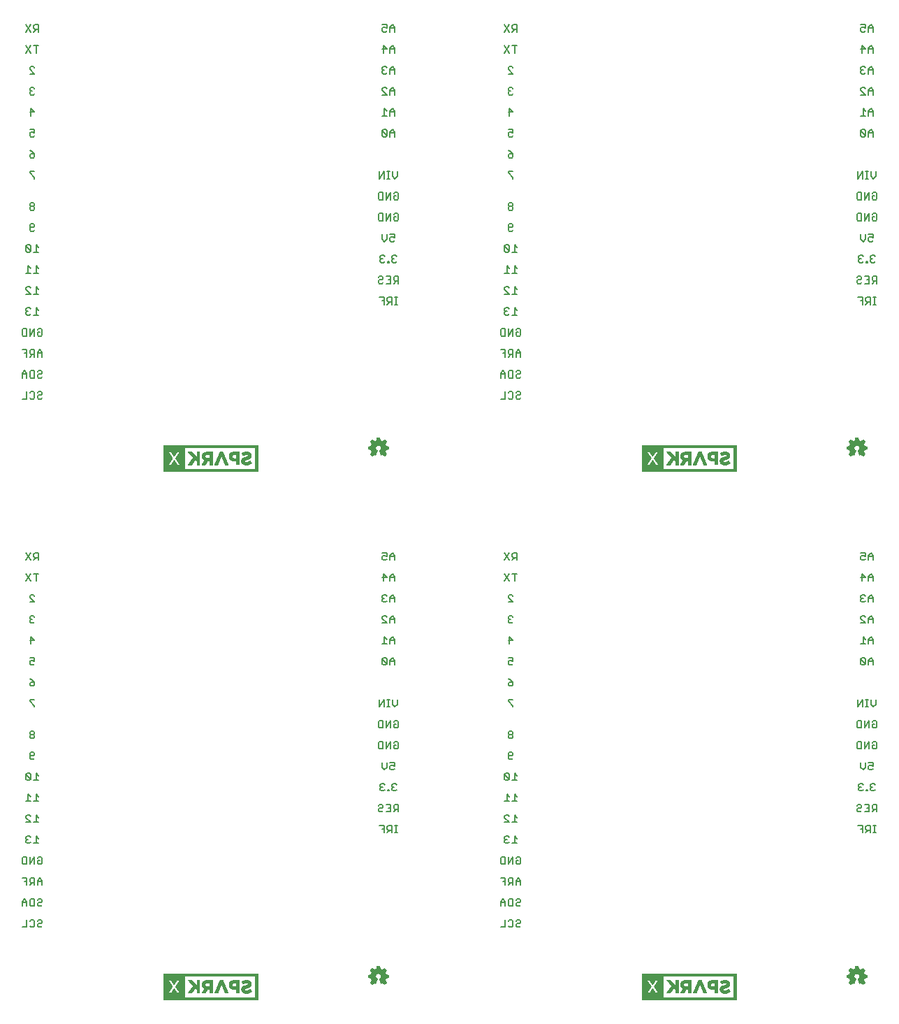
<source format=gbo>
G75*
%MOIN*%
%OFA0B0*%
%FSLAX25Y25*%
%IPPOS*%
%LPD*%
%AMOC8*
5,1,8,0,0,1.08239X$1,22.5*
%
%ADD10C,0.00600*%
%ADD11C,0.00299*%
%ADD12C,0.00039*%
D10*
X0099500Y0115999D02*
X0101769Y0115999D01*
X0101769Y0119402D01*
X0103184Y0118835D02*
X0103751Y0119402D01*
X0104885Y0119402D01*
X0105452Y0118835D01*
X0105452Y0116567D01*
X0104885Y0115999D01*
X0103751Y0115999D01*
X0103184Y0116567D01*
X0106867Y0116567D02*
X0107434Y0115999D01*
X0108568Y0115999D01*
X0109135Y0116567D01*
X0108568Y0117701D02*
X0107434Y0117701D01*
X0106867Y0117134D01*
X0106867Y0116567D01*
X0108568Y0117701D02*
X0109135Y0118268D01*
X0109135Y0118835D01*
X0108568Y0119402D01*
X0107434Y0119402D01*
X0106867Y0118835D01*
X0107434Y0125999D02*
X0108568Y0125999D01*
X0109135Y0126567D01*
X0108568Y0127701D02*
X0107434Y0127701D01*
X0106867Y0127134D01*
X0106867Y0126567D01*
X0107434Y0125999D01*
X0105452Y0125999D02*
X0103751Y0125999D01*
X0103184Y0126567D01*
X0103184Y0128835D01*
X0103751Y0129402D01*
X0105452Y0129402D01*
X0105452Y0125999D01*
X0106867Y0128835D02*
X0107434Y0129402D01*
X0108568Y0129402D01*
X0109135Y0128835D01*
X0109135Y0128268D01*
X0108568Y0127701D01*
X0101769Y0127701D02*
X0099500Y0127701D01*
X0099500Y0128268D02*
X0099500Y0125999D01*
X0101769Y0125999D02*
X0101769Y0128268D01*
X0100635Y0129402D01*
X0099500Y0128268D01*
X0101769Y0135999D02*
X0101769Y0139402D01*
X0099500Y0139402D01*
X0100635Y0137701D02*
X0101769Y0137701D01*
X0103184Y0137701D02*
X0103751Y0137134D01*
X0105452Y0137134D01*
X0104318Y0137134D02*
X0103184Y0135999D01*
X0103184Y0137701D02*
X0103184Y0138835D01*
X0103751Y0139402D01*
X0105452Y0139402D01*
X0105452Y0135999D01*
X0106867Y0135999D02*
X0106867Y0138268D01*
X0108001Y0139402D01*
X0109135Y0138268D01*
X0109135Y0135999D01*
X0109135Y0137701D02*
X0106867Y0137701D01*
X0107434Y0145999D02*
X0106867Y0146567D01*
X0106867Y0147701D01*
X0108001Y0147701D01*
X0106867Y0148835D02*
X0107434Y0149402D01*
X0108568Y0149402D01*
X0109135Y0148835D01*
X0109135Y0146567D01*
X0108568Y0145999D01*
X0107434Y0145999D01*
X0105452Y0145999D02*
X0105452Y0149402D01*
X0103184Y0145999D01*
X0103184Y0149402D01*
X0101769Y0149402D02*
X0100068Y0149402D01*
X0099500Y0148835D01*
X0099500Y0146567D01*
X0100068Y0145999D01*
X0101769Y0145999D01*
X0101769Y0149402D01*
X0101909Y0155999D02*
X0101342Y0156567D01*
X0101342Y0157134D01*
X0101909Y0157701D01*
X0102476Y0157701D01*
X0101909Y0157701D02*
X0101342Y0158268D01*
X0101342Y0158835D01*
X0101909Y0159402D01*
X0103043Y0159402D01*
X0103611Y0158835D01*
X0103611Y0156567D02*
X0103043Y0155999D01*
X0101909Y0155999D01*
X0105025Y0155999D02*
X0107294Y0155999D01*
X0106159Y0155999D02*
X0106159Y0159402D01*
X0107294Y0158268D01*
X0107294Y0165999D02*
X0105025Y0165999D01*
X0106159Y0165999D02*
X0106159Y0169402D01*
X0107294Y0168268D01*
X0103611Y0168835D02*
X0103043Y0169402D01*
X0101909Y0169402D01*
X0101342Y0168835D01*
X0101342Y0168268D01*
X0103611Y0165999D01*
X0101342Y0165999D01*
X0101342Y0175999D02*
X0103611Y0175999D01*
X0102476Y0175999D02*
X0102476Y0179402D01*
X0103611Y0178268D01*
X0105025Y0175999D02*
X0107294Y0175999D01*
X0106159Y0175999D02*
X0106159Y0179402D01*
X0107294Y0178268D01*
X0107294Y0185999D02*
X0105025Y0185999D01*
X0106159Y0185999D02*
X0106159Y0189402D01*
X0107294Y0188268D01*
X0103611Y0188835D02*
X0103043Y0189402D01*
X0101909Y0189402D01*
X0101342Y0188835D01*
X0103611Y0186567D01*
X0103043Y0185999D01*
X0101909Y0185999D01*
X0101342Y0186567D01*
X0101342Y0188835D01*
X0103611Y0188835D02*
X0103611Y0186567D01*
X0103751Y0195999D02*
X0103184Y0196567D01*
X0103184Y0198835D01*
X0103751Y0199402D01*
X0104885Y0199402D01*
X0105452Y0198835D01*
X0105452Y0198268D01*
X0104885Y0197701D01*
X0103184Y0197701D01*
X0103751Y0195999D02*
X0104885Y0195999D01*
X0105452Y0196567D01*
X0104885Y0205999D02*
X0105452Y0206567D01*
X0105452Y0207134D01*
X0104885Y0207701D01*
X0103751Y0207701D01*
X0103184Y0207134D01*
X0103184Y0206567D01*
X0103751Y0205999D01*
X0104885Y0205999D01*
X0104885Y0207701D02*
X0105452Y0208268D01*
X0105452Y0208835D01*
X0104885Y0209402D01*
X0103751Y0209402D01*
X0103184Y0208835D01*
X0103184Y0208268D01*
X0103751Y0207701D01*
X0105452Y0220999D02*
X0105452Y0221567D01*
X0103184Y0223835D01*
X0103184Y0224402D01*
X0105452Y0224402D01*
X0104885Y0230999D02*
X0103751Y0230999D01*
X0103184Y0231567D01*
X0103184Y0232134D01*
X0103751Y0232701D01*
X0105452Y0232701D01*
X0105452Y0231567D01*
X0104885Y0230999D01*
X0105452Y0232701D02*
X0104318Y0233835D01*
X0103184Y0234402D01*
X0103751Y0240999D02*
X0104885Y0240999D01*
X0105452Y0241567D01*
X0105452Y0242701D02*
X0104318Y0243268D01*
X0103751Y0243268D01*
X0103184Y0242701D01*
X0103184Y0241567D01*
X0103751Y0240999D01*
X0105452Y0242701D02*
X0105452Y0244402D01*
X0103184Y0244402D01*
X0103751Y0250999D02*
X0103751Y0254402D01*
X0105452Y0252701D01*
X0103184Y0252701D01*
X0103751Y0260999D02*
X0104885Y0260999D01*
X0105452Y0261567D01*
X0104318Y0262701D02*
X0103751Y0262701D01*
X0103184Y0262134D01*
X0103184Y0261567D01*
X0103751Y0260999D01*
X0103751Y0262701D02*
X0103184Y0263268D01*
X0103184Y0263835D01*
X0103751Y0264402D01*
X0104885Y0264402D01*
X0105452Y0263835D01*
X0105452Y0270999D02*
X0103184Y0273268D01*
X0103184Y0273835D01*
X0103751Y0274402D01*
X0104885Y0274402D01*
X0105452Y0273835D01*
X0105452Y0270999D02*
X0103184Y0270999D01*
X0103611Y0280999D02*
X0101342Y0284402D01*
X0103611Y0284402D02*
X0101342Y0280999D01*
X0106159Y0280999D02*
X0106159Y0284402D01*
X0105025Y0284402D02*
X0107294Y0284402D01*
X0107294Y0290999D02*
X0107294Y0294402D01*
X0105592Y0294402D01*
X0105025Y0293835D01*
X0105025Y0292701D01*
X0105592Y0292134D01*
X0107294Y0292134D01*
X0106159Y0292134D02*
X0105025Y0290999D01*
X0103611Y0290999D02*
X0101342Y0294402D01*
X0103611Y0294402D02*
X0101342Y0290999D01*
X0101769Y0367968D02*
X0099500Y0367968D01*
X0101769Y0367968D02*
X0101769Y0371371D01*
X0103184Y0370804D02*
X0103751Y0371371D01*
X0104885Y0371371D01*
X0105452Y0370804D01*
X0105452Y0368535D01*
X0104885Y0367968D01*
X0103751Y0367968D01*
X0103184Y0368535D01*
X0106867Y0368535D02*
X0107434Y0367968D01*
X0108568Y0367968D01*
X0109135Y0368535D01*
X0108568Y0369669D02*
X0107434Y0369669D01*
X0106867Y0369102D01*
X0106867Y0368535D01*
X0108568Y0369669D02*
X0109135Y0370237D01*
X0109135Y0370804D01*
X0108568Y0371371D01*
X0107434Y0371371D01*
X0106867Y0370804D01*
X0107434Y0377968D02*
X0108568Y0377968D01*
X0109135Y0378535D01*
X0108568Y0379669D02*
X0107434Y0379669D01*
X0106867Y0379102D01*
X0106867Y0378535D01*
X0107434Y0377968D01*
X0105452Y0377968D02*
X0103751Y0377968D01*
X0103184Y0378535D01*
X0103184Y0380804D01*
X0103751Y0381371D01*
X0105452Y0381371D01*
X0105452Y0377968D01*
X0106867Y0380804D02*
X0107434Y0381371D01*
X0108568Y0381371D01*
X0109135Y0380804D01*
X0109135Y0380237D01*
X0108568Y0379669D01*
X0101769Y0379669D02*
X0099500Y0379669D01*
X0099500Y0380237D02*
X0099500Y0377968D01*
X0099500Y0380237D02*
X0100635Y0381371D01*
X0101769Y0380237D01*
X0101769Y0377968D01*
X0101769Y0387968D02*
X0101769Y0391371D01*
X0099500Y0391371D01*
X0100635Y0389669D02*
X0101769Y0389669D01*
X0103184Y0389669D02*
X0103751Y0389102D01*
X0105452Y0389102D01*
X0105452Y0387968D02*
X0105452Y0391371D01*
X0103751Y0391371D01*
X0103184Y0390804D01*
X0103184Y0389669D01*
X0104318Y0389102D02*
X0103184Y0387968D01*
X0106867Y0387968D02*
X0106867Y0390237D01*
X0108001Y0391371D01*
X0109135Y0390237D01*
X0109135Y0387968D01*
X0109135Y0389669D02*
X0106867Y0389669D01*
X0107434Y0397968D02*
X0106867Y0398535D01*
X0106867Y0399669D01*
X0108001Y0399669D01*
X0109135Y0398535D02*
X0108568Y0397968D01*
X0107434Y0397968D01*
X0109135Y0398535D02*
X0109135Y0400804D01*
X0108568Y0401371D01*
X0107434Y0401371D01*
X0106867Y0400804D01*
X0105452Y0401371D02*
X0103184Y0397968D01*
X0103184Y0401371D01*
X0101769Y0401371D02*
X0100068Y0401371D01*
X0099500Y0400804D01*
X0099500Y0398535D01*
X0100068Y0397968D01*
X0101769Y0397968D01*
X0101769Y0401371D01*
X0105452Y0401371D02*
X0105452Y0397968D01*
X0105025Y0407968D02*
X0107294Y0407968D01*
X0106159Y0407968D02*
X0106159Y0411371D01*
X0107294Y0410237D01*
X0103611Y0410804D02*
X0103043Y0411371D01*
X0101909Y0411371D01*
X0101342Y0410804D01*
X0101342Y0410237D01*
X0101909Y0409669D01*
X0101342Y0409102D01*
X0101342Y0408535D01*
X0101909Y0407968D01*
X0103043Y0407968D01*
X0103611Y0408535D01*
X0102476Y0409669D02*
X0101909Y0409669D01*
X0101342Y0417968D02*
X0103611Y0417968D01*
X0101342Y0420237D01*
X0101342Y0420804D01*
X0101909Y0421371D01*
X0103043Y0421371D01*
X0103611Y0420804D01*
X0106159Y0421371D02*
X0106159Y0417968D01*
X0105025Y0417968D02*
X0107294Y0417968D01*
X0107294Y0420237D02*
X0106159Y0421371D01*
X0106159Y0427968D02*
X0106159Y0431371D01*
X0107294Y0430237D01*
X0107294Y0427968D02*
X0105025Y0427968D01*
X0103611Y0427968D02*
X0101342Y0427968D01*
X0102476Y0427968D02*
X0102476Y0431371D01*
X0103611Y0430237D01*
X0103043Y0437968D02*
X0103611Y0438535D01*
X0101342Y0440804D01*
X0101342Y0438535D01*
X0101909Y0437968D01*
X0103043Y0437968D01*
X0103611Y0438535D02*
X0103611Y0440804D01*
X0103043Y0441371D01*
X0101909Y0441371D01*
X0101342Y0440804D01*
X0105025Y0437968D02*
X0107294Y0437968D01*
X0106159Y0437968D02*
X0106159Y0441371D01*
X0107294Y0440237D01*
X0104885Y0447968D02*
X0103751Y0447968D01*
X0103184Y0448535D01*
X0103184Y0450804D01*
X0103751Y0451371D01*
X0104885Y0451371D01*
X0105452Y0450804D01*
X0105452Y0450237D01*
X0104885Y0449669D01*
X0103184Y0449669D01*
X0104885Y0447968D02*
X0105452Y0448535D01*
X0104885Y0457968D02*
X0105452Y0458535D01*
X0105452Y0459102D01*
X0104885Y0459669D01*
X0103751Y0459669D01*
X0103184Y0459102D01*
X0103184Y0458535D01*
X0103751Y0457968D01*
X0104885Y0457968D01*
X0104885Y0459669D02*
X0105452Y0460237D01*
X0105452Y0460804D01*
X0104885Y0461371D01*
X0103751Y0461371D01*
X0103184Y0460804D01*
X0103184Y0460237D01*
X0103751Y0459669D01*
X0105452Y0472968D02*
X0105452Y0473535D01*
X0103184Y0475804D01*
X0103184Y0476371D01*
X0105452Y0476371D01*
X0104885Y0482968D02*
X0103751Y0482968D01*
X0103184Y0483535D01*
X0103184Y0484102D01*
X0103751Y0484669D01*
X0105452Y0484669D01*
X0105452Y0483535D01*
X0104885Y0482968D01*
X0105452Y0484669D02*
X0104318Y0485804D01*
X0103184Y0486371D01*
X0103751Y0492968D02*
X0104885Y0492968D01*
X0105452Y0493535D01*
X0105452Y0494669D02*
X0104318Y0495237D01*
X0103751Y0495237D01*
X0103184Y0494669D01*
X0103184Y0493535D01*
X0103751Y0492968D01*
X0105452Y0494669D02*
X0105452Y0496371D01*
X0103184Y0496371D01*
X0103751Y0502968D02*
X0103751Y0506371D01*
X0105452Y0504669D01*
X0103184Y0504669D01*
X0103751Y0512968D02*
X0104885Y0512968D01*
X0105452Y0513535D01*
X0104318Y0514669D02*
X0103751Y0514669D01*
X0103184Y0514102D01*
X0103184Y0513535D01*
X0103751Y0512968D01*
X0103751Y0514669D02*
X0103184Y0515237D01*
X0103184Y0515804D01*
X0103751Y0516371D01*
X0104885Y0516371D01*
X0105452Y0515804D01*
X0105452Y0522968D02*
X0103184Y0525237D01*
X0103184Y0525804D01*
X0103751Y0526371D01*
X0104885Y0526371D01*
X0105452Y0525804D01*
X0105452Y0522968D02*
X0103184Y0522968D01*
X0103611Y0532968D02*
X0101342Y0536371D01*
X0103611Y0536371D02*
X0101342Y0532968D01*
X0106159Y0532968D02*
X0106159Y0536371D01*
X0105025Y0536371D02*
X0107294Y0536371D01*
X0107294Y0542968D02*
X0107294Y0546371D01*
X0105592Y0546371D01*
X0105025Y0545804D01*
X0105025Y0544669D01*
X0105592Y0544102D01*
X0107294Y0544102D01*
X0106159Y0544102D02*
X0105025Y0542968D01*
X0103611Y0542968D02*
X0101342Y0546371D01*
X0103611Y0546371D02*
X0101342Y0542968D01*
X0271342Y0543535D02*
X0271909Y0542968D01*
X0273043Y0542968D01*
X0273611Y0543535D01*
X0273611Y0544669D02*
X0272476Y0545237D01*
X0271909Y0545237D01*
X0271342Y0544669D01*
X0271342Y0543535D01*
X0273611Y0544669D02*
X0273611Y0546371D01*
X0271342Y0546371D01*
X0275025Y0545237D02*
X0275025Y0542968D01*
X0275025Y0544669D02*
X0277294Y0544669D01*
X0277294Y0545237D02*
X0276159Y0546371D01*
X0275025Y0545237D01*
X0277294Y0545237D02*
X0277294Y0542968D01*
X0276159Y0536371D02*
X0275025Y0535237D01*
X0275025Y0532968D01*
X0275025Y0534669D02*
X0277294Y0534669D01*
X0277294Y0535237D02*
X0276159Y0536371D01*
X0277294Y0535237D02*
X0277294Y0532968D01*
X0273611Y0534669D02*
X0271342Y0534669D01*
X0271909Y0532968D02*
X0271909Y0536371D01*
X0273611Y0534669D01*
X0273043Y0526371D02*
X0271909Y0526371D01*
X0271342Y0525804D01*
X0271342Y0525237D01*
X0271909Y0524669D01*
X0271342Y0524102D01*
X0271342Y0523535D01*
X0271909Y0522968D01*
X0273043Y0522968D01*
X0273611Y0523535D01*
X0275025Y0522968D02*
X0275025Y0525237D01*
X0276159Y0526371D01*
X0277294Y0525237D01*
X0277294Y0522968D01*
X0277294Y0524669D02*
X0275025Y0524669D01*
X0273611Y0525804D02*
X0273043Y0526371D01*
X0272476Y0524669D02*
X0271909Y0524669D01*
X0271909Y0516371D02*
X0273043Y0516371D01*
X0273611Y0515804D01*
X0275025Y0515237D02*
X0275025Y0512968D01*
X0273611Y0512968D02*
X0271342Y0515237D01*
X0271342Y0515804D01*
X0271909Y0516371D01*
X0275025Y0515237D02*
X0276159Y0516371D01*
X0277294Y0515237D01*
X0277294Y0512968D01*
X0277294Y0514669D02*
X0275025Y0514669D01*
X0273611Y0512968D02*
X0271342Y0512968D01*
X0272476Y0506371D02*
X0272476Y0502968D01*
X0271342Y0502968D02*
X0273611Y0502968D01*
X0275025Y0502968D02*
X0275025Y0505237D01*
X0276159Y0506371D01*
X0277294Y0505237D01*
X0277294Y0502968D01*
X0277294Y0504669D02*
X0275025Y0504669D01*
X0273611Y0505237D02*
X0272476Y0506371D01*
X0271909Y0496371D02*
X0271342Y0495804D01*
X0273611Y0493535D01*
X0273043Y0492968D01*
X0271909Y0492968D01*
X0271342Y0493535D01*
X0271342Y0495804D01*
X0271909Y0496371D02*
X0273043Y0496371D01*
X0273611Y0495804D01*
X0273611Y0493535D01*
X0275025Y0492968D02*
X0275025Y0495237D01*
X0276159Y0496371D01*
X0277294Y0495237D01*
X0277294Y0492968D01*
X0277294Y0494669D02*
X0275025Y0494669D01*
X0274838Y0476371D02*
X0273704Y0476371D01*
X0274271Y0476371D02*
X0274271Y0472968D01*
X0274838Y0472968D02*
X0273704Y0472968D01*
X0272383Y0472968D02*
X0272383Y0476371D01*
X0270114Y0472968D01*
X0270114Y0476371D01*
X0276253Y0476371D02*
X0276253Y0474102D01*
X0277387Y0472968D01*
X0278521Y0474102D01*
X0278521Y0476371D01*
X0278568Y0466371D02*
X0279135Y0465804D01*
X0279135Y0463535D01*
X0278568Y0462968D01*
X0277434Y0462968D01*
X0276867Y0463535D01*
X0276867Y0464669D01*
X0278001Y0464669D01*
X0276867Y0465804D02*
X0277434Y0466371D01*
X0278568Y0466371D01*
X0275452Y0466371D02*
X0273184Y0462968D01*
X0273184Y0466371D01*
X0271769Y0466371D02*
X0270068Y0466371D01*
X0269500Y0465804D01*
X0269500Y0463535D01*
X0270068Y0462968D01*
X0271769Y0462968D01*
X0271769Y0466371D01*
X0275452Y0466371D02*
X0275452Y0462968D01*
X0275452Y0456371D02*
X0273184Y0452968D01*
X0273184Y0456371D01*
X0271769Y0456371D02*
X0270068Y0456371D01*
X0269500Y0455804D01*
X0269500Y0453535D01*
X0270068Y0452968D01*
X0271769Y0452968D01*
X0271769Y0456371D01*
X0275452Y0456371D02*
X0275452Y0452968D01*
X0276867Y0453535D02*
X0276867Y0454669D01*
X0278001Y0454669D01*
X0276867Y0453535D02*
X0277434Y0452968D01*
X0278568Y0452968D01*
X0279135Y0453535D01*
X0279135Y0455804D01*
X0278568Y0456371D01*
X0277434Y0456371D01*
X0276867Y0455804D01*
X0277294Y0446371D02*
X0275025Y0446371D01*
X0275592Y0445237D02*
X0275025Y0444669D01*
X0275025Y0443535D01*
X0275592Y0442968D01*
X0276727Y0442968D01*
X0277294Y0443535D01*
X0277294Y0444669D02*
X0276159Y0445237D01*
X0275592Y0445237D01*
X0277294Y0444669D02*
X0277294Y0446371D01*
X0273611Y0446371D02*
X0273611Y0444102D01*
X0272476Y0442968D01*
X0271342Y0444102D01*
X0271342Y0446371D01*
X0270988Y0436371D02*
X0270421Y0435804D01*
X0270421Y0435237D01*
X0270988Y0434669D01*
X0270421Y0434102D01*
X0270421Y0433535D01*
X0270988Y0432968D01*
X0272123Y0432968D01*
X0272690Y0433535D01*
X0273964Y0433535D02*
X0273964Y0432968D01*
X0274531Y0432968D01*
X0274531Y0433535D01*
X0273964Y0433535D01*
X0275946Y0433535D02*
X0275946Y0434102D01*
X0276513Y0434669D01*
X0277080Y0434669D01*
X0276513Y0434669D02*
X0275946Y0435237D01*
X0275946Y0435804D01*
X0276513Y0436371D01*
X0277647Y0436371D01*
X0278215Y0435804D01*
X0278215Y0433535D02*
X0277647Y0432968D01*
X0276513Y0432968D01*
X0275946Y0433535D01*
X0272690Y0435804D02*
X0272123Y0436371D01*
X0270988Y0436371D01*
X0270988Y0434669D02*
X0271555Y0434669D01*
X0271202Y0426371D02*
X0271769Y0425804D01*
X0271769Y0425237D01*
X0271202Y0424669D01*
X0270068Y0424669D01*
X0269500Y0424102D01*
X0269500Y0423535D01*
X0270068Y0422968D01*
X0271202Y0422968D01*
X0271769Y0423535D01*
X0273184Y0422968D02*
X0275452Y0422968D01*
X0275452Y0426371D01*
X0273184Y0426371D01*
X0271202Y0426371D02*
X0270068Y0426371D01*
X0269500Y0425804D01*
X0274318Y0424669D02*
X0275452Y0424669D01*
X0276867Y0424669D02*
X0277434Y0424102D01*
X0279135Y0424102D01*
X0278001Y0424102D02*
X0276867Y0422968D01*
X0276867Y0424669D02*
X0276867Y0425804D01*
X0277434Y0426371D01*
X0279135Y0426371D01*
X0279135Y0422968D01*
X0278521Y0416371D02*
X0277387Y0416371D01*
X0277954Y0416371D02*
X0277954Y0412968D01*
X0278521Y0412968D02*
X0277387Y0412968D01*
X0276066Y0412968D02*
X0276066Y0416371D01*
X0274365Y0416371D01*
X0273797Y0415804D01*
X0273797Y0414669D01*
X0274365Y0414102D01*
X0276066Y0414102D01*
X0274932Y0414102D02*
X0273797Y0412968D01*
X0272383Y0412968D02*
X0272383Y0416371D01*
X0270114Y0416371D01*
X0271249Y0414669D02*
X0272383Y0414669D01*
X0327847Y0400804D02*
X0328414Y0401371D01*
X0330115Y0401371D01*
X0330115Y0397968D01*
X0328414Y0397968D01*
X0327847Y0398535D01*
X0327847Y0400804D01*
X0331530Y0401371D02*
X0331530Y0397968D01*
X0333799Y0401371D01*
X0333799Y0397968D01*
X0335213Y0398535D02*
X0335213Y0399669D01*
X0336347Y0399669D01*
X0335213Y0398535D02*
X0335780Y0397968D01*
X0336915Y0397968D01*
X0337482Y0398535D01*
X0337482Y0400804D01*
X0336915Y0401371D01*
X0335780Y0401371D01*
X0335213Y0400804D01*
X0335640Y0407968D02*
X0333372Y0407968D01*
X0334506Y0407968D02*
X0334506Y0411371D01*
X0335640Y0410237D01*
X0331957Y0410804D02*
X0331390Y0411371D01*
X0330256Y0411371D01*
X0329688Y0410804D01*
X0329688Y0410237D01*
X0330256Y0409669D01*
X0329688Y0409102D01*
X0329688Y0408535D01*
X0330256Y0407968D01*
X0331390Y0407968D01*
X0331957Y0408535D01*
X0330823Y0409669D02*
X0330256Y0409669D01*
X0329688Y0417968D02*
X0331957Y0417968D01*
X0329688Y0420237D01*
X0329688Y0420804D01*
X0330256Y0421371D01*
X0331390Y0421371D01*
X0331957Y0420804D01*
X0334506Y0421371D02*
X0334506Y0417968D01*
X0335640Y0417968D02*
X0333372Y0417968D01*
X0335640Y0420237D02*
X0334506Y0421371D01*
X0334506Y0427968D02*
X0334506Y0431371D01*
X0335640Y0430237D01*
X0335640Y0427968D02*
X0333372Y0427968D01*
X0331957Y0427968D02*
X0329688Y0427968D01*
X0330823Y0427968D02*
X0330823Y0431371D01*
X0331957Y0430237D01*
X0331390Y0437968D02*
X0331957Y0438535D01*
X0329688Y0440804D01*
X0329688Y0438535D01*
X0330256Y0437968D01*
X0331390Y0437968D01*
X0331957Y0438535D02*
X0331957Y0440804D01*
X0331390Y0441371D01*
X0330256Y0441371D01*
X0329688Y0440804D01*
X0333372Y0437968D02*
X0335640Y0437968D01*
X0334506Y0437968D02*
X0334506Y0441371D01*
X0335640Y0440237D01*
X0333231Y0447968D02*
X0332097Y0447968D01*
X0331530Y0448535D01*
X0331530Y0450804D01*
X0332097Y0451371D01*
X0333231Y0451371D01*
X0333799Y0450804D01*
X0333799Y0450237D01*
X0333231Y0449669D01*
X0331530Y0449669D01*
X0333231Y0447968D02*
X0333799Y0448535D01*
X0333231Y0457968D02*
X0333799Y0458535D01*
X0333799Y0459102D01*
X0333231Y0459669D01*
X0332097Y0459669D01*
X0331530Y0459102D01*
X0331530Y0458535D01*
X0332097Y0457968D01*
X0333231Y0457968D01*
X0333231Y0459669D02*
X0333799Y0460237D01*
X0333799Y0460804D01*
X0333231Y0461371D01*
X0332097Y0461371D01*
X0331530Y0460804D01*
X0331530Y0460237D01*
X0332097Y0459669D01*
X0333799Y0472968D02*
X0333799Y0473535D01*
X0331530Y0475804D01*
X0331530Y0476371D01*
X0333799Y0476371D01*
X0333231Y0482968D02*
X0332097Y0482968D01*
X0331530Y0483535D01*
X0331530Y0484102D01*
X0332097Y0484669D01*
X0333799Y0484669D01*
X0333799Y0483535D01*
X0333231Y0482968D01*
X0333799Y0484669D02*
X0332664Y0485804D01*
X0331530Y0486371D01*
X0332097Y0492968D02*
X0333231Y0492968D01*
X0333799Y0493535D01*
X0333799Y0494669D02*
X0332664Y0495237D01*
X0332097Y0495237D01*
X0331530Y0494669D01*
X0331530Y0493535D01*
X0332097Y0492968D01*
X0333799Y0494669D02*
X0333799Y0496371D01*
X0331530Y0496371D01*
X0332097Y0502968D02*
X0332097Y0506371D01*
X0333799Y0504669D01*
X0331530Y0504669D01*
X0332097Y0512968D02*
X0333231Y0512968D01*
X0333799Y0513535D01*
X0332664Y0514669D02*
X0332097Y0514669D01*
X0331530Y0514102D01*
X0331530Y0513535D01*
X0332097Y0512968D01*
X0332097Y0514669D02*
X0331530Y0515237D01*
X0331530Y0515804D01*
X0332097Y0516371D01*
X0333231Y0516371D01*
X0333799Y0515804D01*
X0333799Y0522968D02*
X0331530Y0525237D01*
X0331530Y0525804D01*
X0332097Y0526371D01*
X0333231Y0526371D01*
X0333799Y0525804D01*
X0333799Y0522968D02*
X0331530Y0522968D01*
X0331957Y0532968D02*
X0329688Y0536371D01*
X0331957Y0536371D02*
X0329688Y0532968D01*
X0334506Y0532968D02*
X0334506Y0536371D01*
X0335640Y0536371D02*
X0333372Y0536371D01*
X0333372Y0542968D02*
X0334506Y0544102D01*
X0333939Y0544102D02*
X0335640Y0544102D01*
X0335640Y0542968D02*
X0335640Y0546371D01*
X0333939Y0546371D01*
X0333372Y0545804D01*
X0333372Y0544669D01*
X0333939Y0544102D01*
X0331957Y0542968D02*
X0329688Y0546371D01*
X0331957Y0546371D02*
X0329688Y0542968D01*
X0330115Y0391371D02*
X0327847Y0391371D01*
X0328981Y0389669D02*
X0330115Y0389669D01*
X0331530Y0389669D02*
X0332097Y0389102D01*
X0333799Y0389102D01*
X0333799Y0387968D02*
X0333799Y0391371D01*
X0332097Y0391371D01*
X0331530Y0390804D01*
X0331530Y0389669D01*
X0332664Y0389102D02*
X0331530Y0387968D01*
X0330115Y0387968D02*
X0330115Y0391371D01*
X0335213Y0390237D02*
X0335213Y0387968D01*
X0335213Y0389669D02*
X0337482Y0389669D01*
X0337482Y0390237D02*
X0336347Y0391371D01*
X0335213Y0390237D01*
X0337482Y0390237D02*
X0337482Y0387968D01*
X0336915Y0381371D02*
X0337482Y0380804D01*
X0337482Y0380237D01*
X0336915Y0379669D01*
X0335780Y0379669D01*
X0335213Y0379102D01*
X0335213Y0378535D01*
X0335780Y0377968D01*
X0336915Y0377968D01*
X0337482Y0378535D01*
X0336915Y0381371D02*
X0335780Y0381371D01*
X0335213Y0380804D01*
X0333799Y0381371D02*
X0333799Y0377968D01*
X0332097Y0377968D01*
X0331530Y0378535D01*
X0331530Y0380804D01*
X0332097Y0381371D01*
X0333799Y0381371D01*
X0330115Y0380237D02*
X0328981Y0381371D01*
X0327847Y0380237D01*
X0327847Y0377968D01*
X0327847Y0379669D02*
X0330115Y0379669D01*
X0330115Y0380237D02*
X0330115Y0377968D01*
X0330115Y0371371D02*
X0330115Y0367968D01*
X0327847Y0367968D01*
X0331530Y0368535D02*
X0332097Y0367968D01*
X0333231Y0367968D01*
X0333799Y0368535D01*
X0333799Y0370804D01*
X0333231Y0371371D01*
X0332097Y0371371D01*
X0331530Y0370804D01*
X0335213Y0370804D02*
X0335780Y0371371D01*
X0336915Y0371371D01*
X0337482Y0370804D01*
X0337482Y0370237D01*
X0336915Y0369669D01*
X0335780Y0369669D01*
X0335213Y0369102D01*
X0335213Y0368535D01*
X0335780Y0367968D01*
X0336915Y0367968D01*
X0337482Y0368535D01*
X0335640Y0294402D02*
X0333939Y0294402D01*
X0333372Y0293835D01*
X0333372Y0292701D01*
X0333939Y0292134D01*
X0335640Y0292134D01*
X0334506Y0292134D02*
X0333372Y0290999D01*
X0331957Y0290999D02*
X0329688Y0294402D01*
X0331957Y0294402D02*
X0329688Y0290999D01*
X0335640Y0290999D02*
X0335640Y0294402D01*
X0335640Y0284402D02*
X0333372Y0284402D01*
X0334506Y0284402D02*
X0334506Y0280999D01*
X0331957Y0280999D02*
X0329688Y0284402D01*
X0331957Y0284402D02*
X0329688Y0280999D01*
X0332097Y0274402D02*
X0333231Y0274402D01*
X0333799Y0273835D01*
X0332097Y0274402D02*
X0331530Y0273835D01*
X0331530Y0273268D01*
X0333799Y0270999D01*
X0331530Y0270999D01*
X0332097Y0264402D02*
X0331530Y0263835D01*
X0331530Y0263268D01*
X0332097Y0262701D01*
X0331530Y0262134D01*
X0331530Y0261567D01*
X0332097Y0260999D01*
X0333231Y0260999D01*
X0333799Y0261567D01*
X0332664Y0262701D02*
X0332097Y0262701D01*
X0332097Y0264402D02*
X0333231Y0264402D01*
X0333799Y0263835D01*
X0332097Y0254402D02*
X0333799Y0252701D01*
X0331530Y0252701D01*
X0332097Y0250999D02*
X0332097Y0254402D01*
X0331530Y0244402D02*
X0333799Y0244402D01*
X0333799Y0242701D01*
X0332664Y0243268D01*
X0332097Y0243268D01*
X0331530Y0242701D01*
X0331530Y0241567D01*
X0332097Y0240999D01*
X0333231Y0240999D01*
X0333799Y0241567D01*
X0331530Y0234402D02*
X0332664Y0233835D01*
X0333799Y0232701D01*
X0332097Y0232701D01*
X0331530Y0232134D01*
X0331530Y0231567D01*
X0332097Y0230999D01*
X0333231Y0230999D01*
X0333799Y0231567D01*
X0333799Y0232701D01*
X0333799Y0224402D02*
X0331530Y0224402D01*
X0331530Y0223835D01*
X0333799Y0221567D01*
X0333799Y0220999D01*
X0333231Y0209402D02*
X0332097Y0209402D01*
X0331530Y0208835D01*
X0331530Y0208268D01*
X0332097Y0207701D01*
X0333231Y0207701D01*
X0333799Y0208268D01*
X0333799Y0208835D01*
X0333231Y0209402D01*
X0333231Y0207701D02*
X0333799Y0207134D01*
X0333799Y0206567D01*
X0333231Y0205999D01*
X0332097Y0205999D01*
X0331530Y0206567D01*
X0331530Y0207134D01*
X0332097Y0207701D01*
X0332097Y0199402D02*
X0333231Y0199402D01*
X0333799Y0198835D01*
X0333799Y0198268D01*
X0333231Y0197701D01*
X0331530Y0197701D01*
X0331530Y0196567D02*
X0331530Y0198835D01*
X0332097Y0199402D01*
X0331530Y0196567D02*
X0332097Y0195999D01*
X0333231Y0195999D01*
X0333799Y0196567D01*
X0334506Y0189402D02*
X0334506Y0185999D01*
X0335640Y0185999D02*
X0333372Y0185999D01*
X0331957Y0186567D02*
X0329688Y0188835D01*
X0329688Y0186567D01*
X0330256Y0185999D01*
X0331390Y0185999D01*
X0331957Y0186567D01*
X0331957Y0188835D01*
X0331390Y0189402D01*
X0330256Y0189402D01*
X0329688Y0188835D01*
X0334506Y0189402D02*
X0335640Y0188268D01*
X0334506Y0179402D02*
X0334506Y0175999D01*
X0335640Y0175999D02*
X0333372Y0175999D01*
X0331957Y0175999D02*
X0329688Y0175999D01*
X0330823Y0175999D02*
X0330823Y0179402D01*
X0331957Y0178268D01*
X0334506Y0179402D02*
X0335640Y0178268D01*
X0334506Y0169402D02*
X0334506Y0165999D01*
X0335640Y0165999D02*
X0333372Y0165999D01*
X0331957Y0165999D02*
X0329688Y0168268D01*
X0329688Y0168835D01*
X0330256Y0169402D01*
X0331390Y0169402D01*
X0331957Y0168835D01*
X0334506Y0169402D02*
X0335640Y0168268D01*
X0331957Y0165999D02*
X0329688Y0165999D01*
X0330256Y0159402D02*
X0329688Y0158835D01*
X0329688Y0158268D01*
X0330256Y0157701D01*
X0329688Y0157134D01*
X0329688Y0156567D01*
X0330256Y0155999D01*
X0331390Y0155999D01*
X0331957Y0156567D01*
X0333372Y0155999D02*
X0335640Y0155999D01*
X0334506Y0155999D02*
X0334506Y0159402D01*
X0335640Y0158268D01*
X0331957Y0158835D02*
X0331390Y0159402D01*
X0330256Y0159402D01*
X0330256Y0157701D02*
X0330823Y0157701D01*
X0331530Y0149402D02*
X0331530Y0145999D01*
X0333799Y0149402D01*
X0333799Y0145999D01*
X0335213Y0146567D02*
X0335213Y0147701D01*
X0336347Y0147701D01*
X0335213Y0148835D02*
X0335780Y0149402D01*
X0336915Y0149402D01*
X0337482Y0148835D01*
X0337482Y0146567D01*
X0336915Y0145999D01*
X0335780Y0145999D01*
X0335213Y0146567D01*
X0330115Y0145999D02*
X0330115Y0149402D01*
X0328414Y0149402D01*
X0327847Y0148835D01*
X0327847Y0146567D01*
X0328414Y0145999D01*
X0330115Y0145999D01*
X0330115Y0139402D02*
X0327847Y0139402D01*
X0328981Y0137701D02*
X0330115Y0137701D01*
X0331530Y0137701D02*
X0332097Y0137134D01*
X0333799Y0137134D01*
X0333799Y0135999D02*
X0333799Y0139402D01*
X0332097Y0139402D01*
X0331530Y0138835D01*
X0331530Y0137701D01*
X0332664Y0137134D02*
X0331530Y0135999D01*
X0330115Y0135999D02*
X0330115Y0139402D01*
X0335213Y0138268D02*
X0335213Y0135999D01*
X0335213Y0137701D02*
X0337482Y0137701D01*
X0337482Y0138268D02*
X0336347Y0139402D01*
X0335213Y0138268D01*
X0337482Y0138268D02*
X0337482Y0135999D01*
X0336915Y0129402D02*
X0337482Y0128835D01*
X0337482Y0128268D01*
X0336915Y0127701D01*
X0335780Y0127701D01*
X0335213Y0127134D01*
X0335213Y0126567D01*
X0335780Y0125999D01*
X0336915Y0125999D01*
X0337482Y0126567D01*
X0336915Y0129402D02*
X0335780Y0129402D01*
X0335213Y0128835D01*
X0333799Y0129402D02*
X0332097Y0129402D01*
X0331530Y0128835D01*
X0331530Y0126567D01*
X0332097Y0125999D01*
X0333799Y0125999D01*
X0333799Y0129402D01*
X0330115Y0128268D02*
X0328981Y0129402D01*
X0327847Y0128268D01*
X0327847Y0125999D01*
X0327847Y0127701D02*
X0330115Y0127701D01*
X0330115Y0128268D02*
X0330115Y0125999D01*
X0330115Y0119402D02*
X0330115Y0115999D01*
X0327847Y0115999D01*
X0331530Y0116567D02*
X0332097Y0115999D01*
X0333231Y0115999D01*
X0333799Y0116567D01*
X0333799Y0118835D01*
X0333231Y0119402D01*
X0332097Y0119402D01*
X0331530Y0118835D01*
X0335213Y0118835D02*
X0335780Y0119402D01*
X0336915Y0119402D01*
X0337482Y0118835D01*
X0337482Y0118268D01*
X0336915Y0117701D01*
X0335780Y0117701D01*
X0335213Y0117134D01*
X0335213Y0116567D01*
X0335780Y0115999D01*
X0336915Y0115999D01*
X0337482Y0116567D01*
X0278521Y0160999D02*
X0277387Y0160999D01*
X0277954Y0160999D02*
X0277954Y0164402D01*
X0278521Y0164402D02*
X0277387Y0164402D01*
X0276066Y0164402D02*
X0274365Y0164402D01*
X0273797Y0163835D01*
X0273797Y0162701D01*
X0274365Y0162134D01*
X0276066Y0162134D01*
X0274932Y0162134D02*
X0273797Y0160999D01*
X0272383Y0160999D02*
X0272383Y0164402D01*
X0270114Y0164402D01*
X0271249Y0162701D02*
X0272383Y0162701D01*
X0276066Y0164402D02*
X0276066Y0160999D01*
X0275452Y0170999D02*
X0273184Y0170999D01*
X0271769Y0171567D02*
X0271202Y0170999D01*
X0270068Y0170999D01*
X0269500Y0171567D01*
X0269500Y0172134D01*
X0270068Y0172701D01*
X0271202Y0172701D01*
X0271769Y0173268D01*
X0271769Y0173835D01*
X0271202Y0174402D01*
X0270068Y0174402D01*
X0269500Y0173835D01*
X0273184Y0174402D02*
X0275452Y0174402D01*
X0275452Y0170999D01*
X0276867Y0170999D02*
X0278001Y0172134D01*
X0277434Y0172134D02*
X0279135Y0172134D01*
X0279135Y0170999D02*
X0279135Y0174402D01*
X0277434Y0174402D01*
X0276867Y0173835D01*
X0276867Y0172701D01*
X0277434Y0172134D01*
X0275452Y0172701D02*
X0274318Y0172701D01*
X0274531Y0180999D02*
X0273964Y0180999D01*
X0273964Y0181567D01*
X0274531Y0181567D01*
X0274531Y0180999D01*
X0275946Y0181567D02*
X0276513Y0180999D01*
X0277647Y0180999D01*
X0278215Y0181567D01*
X0277080Y0182701D02*
X0276513Y0182701D01*
X0275946Y0182134D01*
X0275946Y0181567D01*
X0276513Y0182701D02*
X0275946Y0183268D01*
X0275946Y0183835D01*
X0276513Y0184402D01*
X0277647Y0184402D01*
X0278215Y0183835D01*
X0272690Y0183835D02*
X0272123Y0184402D01*
X0270988Y0184402D01*
X0270421Y0183835D01*
X0270421Y0183268D01*
X0270988Y0182701D01*
X0270421Y0182134D01*
X0270421Y0181567D01*
X0270988Y0180999D01*
X0272123Y0180999D01*
X0272690Y0181567D01*
X0271555Y0182701D02*
X0270988Y0182701D01*
X0272476Y0190999D02*
X0271342Y0192134D01*
X0271342Y0194402D01*
X0273611Y0194402D02*
X0273611Y0192134D01*
X0272476Y0190999D01*
X0275025Y0191567D02*
X0275592Y0190999D01*
X0276727Y0190999D01*
X0277294Y0191567D01*
X0277294Y0192701D02*
X0276159Y0193268D01*
X0275592Y0193268D01*
X0275025Y0192701D01*
X0275025Y0191567D01*
X0277294Y0192701D02*
X0277294Y0194402D01*
X0275025Y0194402D01*
X0275452Y0200999D02*
X0275452Y0204402D01*
X0273184Y0200999D01*
X0273184Y0204402D01*
X0271769Y0204402D02*
X0270068Y0204402D01*
X0269500Y0203835D01*
X0269500Y0201567D01*
X0270068Y0200999D01*
X0271769Y0200999D01*
X0271769Y0204402D01*
X0276867Y0203835D02*
X0277434Y0204402D01*
X0278568Y0204402D01*
X0279135Y0203835D01*
X0279135Y0201567D01*
X0278568Y0200999D01*
X0277434Y0200999D01*
X0276867Y0201567D01*
X0276867Y0202701D01*
X0278001Y0202701D01*
X0277434Y0210999D02*
X0276867Y0211567D01*
X0276867Y0212701D01*
X0278001Y0212701D01*
X0276867Y0213835D02*
X0277434Y0214402D01*
X0278568Y0214402D01*
X0279135Y0213835D01*
X0279135Y0211567D01*
X0278568Y0210999D01*
X0277434Y0210999D01*
X0275452Y0210999D02*
X0275452Y0214402D01*
X0273184Y0210999D01*
X0273184Y0214402D01*
X0271769Y0214402D02*
X0270068Y0214402D01*
X0269500Y0213835D01*
X0269500Y0211567D01*
X0270068Y0210999D01*
X0271769Y0210999D01*
X0271769Y0214402D01*
X0272383Y0220999D02*
X0272383Y0224402D01*
X0270114Y0220999D01*
X0270114Y0224402D01*
X0273704Y0224402D02*
X0274838Y0224402D01*
X0274271Y0224402D02*
X0274271Y0220999D01*
X0274838Y0220999D02*
X0273704Y0220999D01*
X0276253Y0222134D02*
X0276253Y0224402D01*
X0276253Y0222134D02*
X0277387Y0220999D01*
X0278521Y0222134D01*
X0278521Y0224402D01*
X0277294Y0240999D02*
X0277294Y0243268D01*
X0276159Y0244402D01*
X0275025Y0243268D01*
X0275025Y0240999D01*
X0273611Y0241567D02*
X0271342Y0243835D01*
X0271342Y0241567D01*
X0271909Y0240999D01*
X0273043Y0240999D01*
X0273611Y0241567D01*
X0273611Y0243835D01*
X0273043Y0244402D01*
X0271909Y0244402D01*
X0271342Y0243835D01*
X0275025Y0242701D02*
X0277294Y0242701D01*
X0277294Y0250999D02*
X0277294Y0253268D01*
X0276159Y0254402D01*
X0275025Y0253268D01*
X0275025Y0250999D01*
X0273611Y0250999D02*
X0271342Y0250999D01*
X0272476Y0250999D02*
X0272476Y0254402D01*
X0273611Y0253268D01*
X0275025Y0252701D02*
X0277294Y0252701D01*
X0277294Y0260999D02*
X0277294Y0263268D01*
X0276159Y0264402D01*
X0275025Y0263268D01*
X0275025Y0260999D01*
X0273611Y0260999D02*
X0271342Y0263268D01*
X0271342Y0263835D01*
X0271909Y0264402D01*
X0273043Y0264402D01*
X0273611Y0263835D01*
X0275025Y0262701D02*
X0277294Y0262701D01*
X0273611Y0260999D02*
X0271342Y0260999D01*
X0271909Y0270999D02*
X0273043Y0270999D01*
X0273611Y0271567D01*
X0275025Y0270999D02*
X0275025Y0273268D01*
X0276159Y0274402D01*
X0277294Y0273268D01*
X0277294Y0270999D01*
X0277294Y0272701D02*
X0275025Y0272701D01*
X0273611Y0273835D02*
X0273043Y0274402D01*
X0271909Y0274402D01*
X0271342Y0273835D01*
X0271342Y0273268D01*
X0271909Y0272701D01*
X0271342Y0272134D01*
X0271342Y0271567D01*
X0271909Y0270999D01*
X0271909Y0272701D02*
X0272476Y0272701D01*
X0271909Y0280999D02*
X0271909Y0284402D01*
X0273611Y0282701D01*
X0271342Y0282701D01*
X0275025Y0282701D02*
X0277294Y0282701D01*
X0277294Y0283268D02*
X0276159Y0284402D01*
X0275025Y0283268D01*
X0275025Y0280999D01*
X0277294Y0280999D02*
X0277294Y0283268D01*
X0277294Y0290999D02*
X0277294Y0293268D01*
X0276159Y0294402D01*
X0275025Y0293268D01*
X0275025Y0290999D01*
X0273611Y0291567D02*
X0273043Y0290999D01*
X0271909Y0290999D01*
X0271342Y0291567D01*
X0271342Y0292701D01*
X0271909Y0293268D01*
X0272476Y0293268D01*
X0273611Y0292701D01*
X0273611Y0294402D01*
X0271342Y0294402D01*
X0275025Y0292701D02*
X0277294Y0292701D01*
X0499688Y0292701D02*
X0499688Y0291567D01*
X0500256Y0290999D01*
X0501390Y0290999D01*
X0501957Y0291567D01*
X0501957Y0292701D02*
X0500823Y0293268D01*
X0500256Y0293268D01*
X0499688Y0292701D01*
X0499688Y0294402D02*
X0501957Y0294402D01*
X0501957Y0292701D01*
X0503372Y0292701D02*
X0505640Y0292701D01*
X0505640Y0293268D02*
X0504506Y0294402D01*
X0503372Y0293268D01*
X0503372Y0290999D01*
X0505640Y0290999D02*
X0505640Y0293268D01*
X0504506Y0284402D02*
X0503372Y0283268D01*
X0503372Y0280999D01*
X0503372Y0282701D02*
X0505640Y0282701D01*
X0505640Y0283268D02*
X0504506Y0284402D01*
X0505640Y0283268D02*
X0505640Y0280999D01*
X0501957Y0282701D02*
X0499688Y0282701D01*
X0500256Y0284402D02*
X0501957Y0282701D01*
X0500256Y0284402D02*
X0500256Y0280999D01*
X0500256Y0274402D02*
X0499688Y0273835D01*
X0499688Y0273268D01*
X0500256Y0272701D01*
X0499688Y0272134D01*
X0499688Y0271567D01*
X0500256Y0270999D01*
X0501390Y0270999D01*
X0501957Y0271567D01*
X0503372Y0270999D02*
X0503372Y0273268D01*
X0504506Y0274402D01*
X0505640Y0273268D01*
X0505640Y0270999D01*
X0505640Y0272701D02*
X0503372Y0272701D01*
X0501957Y0273835D02*
X0501390Y0274402D01*
X0500256Y0274402D01*
X0500256Y0272701D02*
X0500823Y0272701D01*
X0501390Y0264402D02*
X0501957Y0263835D01*
X0501390Y0264402D02*
X0500256Y0264402D01*
X0499688Y0263835D01*
X0499688Y0263268D01*
X0501957Y0260999D01*
X0499688Y0260999D01*
X0503372Y0260999D02*
X0503372Y0263268D01*
X0504506Y0264402D01*
X0505640Y0263268D01*
X0505640Y0260999D01*
X0505640Y0262701D02*
X0503372Y0262701D01*
X0504506Y0254402D02*
X0503372Y0253268D01*
X0503372Y0250999D01*
X0501957Y0250999D02*
X0499688Y0250999D01*
X0500823Y0250999D02*
X0500823Y0254402D01*
X0501957Y0253268D01*
X0503372Y0252701D02*
X0505640Y0252701D01*
X0505640Y0253268D02*
X0504506Y0254402D01*
X0505640Y0253268D02*
X0505640Y0250999D01*
X0504506Y0244402D02*
X0503372Y0243268D01*
X0503372Y0240999D01*
X0501957Y0241567D02*
X0499688Y0243835D01*
X0499688Y0241567D01*
X0500256Y0240999D01*
X0501390Y0240999D01*
X0501957Y0241567D01*
X0501957Y0243835D01*
X0501390Y0244402D01*
X0500256Y0244402D01*
X0499688Y0243835D01*
X0503372Y0242701D02*
X0505640Y0242701D01*
X0505640Y0243268D02*
X0504506Y0244402D01*
X0505640Y0243268D02*
X0505640Y0240999D01*
X0504599Y0224402D02*
X0504599Y0222134D01*
X0505734Y0220999D01*
X0506868Y0222134D01*
X0506868Y0224402D01*
X0503185Y0224402D02*
X0502050Y0224402D01*
X0502618Y0224402D02*
X0502618Y0220999D01*
X0503185Y0220999D02*
X0502050Y0220999D01*
X0500729Y0220999D02*
X0500729Y0224402D01*
X0498461Y0220999D01*
X0498461Y0224402D01*
X0498414Y0214402D02*
X0500115Y0214402D01*
X0500115Y0210999D01*
X0498414Y0210999D01*
X0497847Y0211567D01*
X0497847Y0213835D01*
X0498414Y0214402D01*
X0501530Y0214402D02*
X0501530Y0210999D01*
X0503799Y0214402D01*
X0503799Y0210999D01*
X0505213Y0211567D02*
X0505213Y0212701D01*
X0506347Y0212701D01*
X0505213Y0213835D02*
X0505780Y0214402D01*
X0506915Y0214402D01*
X0507482Y0213835D01*
X0507482Y0211567D01*
X0506915Y0210999D01*
X0505780Y0210999D01*
X0505213Y0211567D01*
X0505780Y0204402D02*
X0506915Y0204402D01*
X0507482Y0203835D01*
X0507482Y0201567D01*
X0506915Y0200999D01*
X0505780Y0200999D01*
X0505213Y0201567D01*
X0505213Y0202701D01*
X0506347Y0202701D01*
X0505213Y0203835D02*
X0505780Y0204402D01*
X0503799Y0204402D02*
X0501530Y0200999D01*
X0501530Y0204402D01*
X0500115Y0204402D02*
X0498414Y0204402D01*
X0497847Y0203835D01*
X0497847Y0201567D01*
X0498414Y0200999D01*
X0500115Y0200999D01*
X0500115Y0204402D01*
X0503799Y0204402D02*
X0503799Y0200999D01*
X0503372Y0194402D02*
X0505640Y0194402D01*
X0505640Y0192701D01*
X0504506Y0193268D01*
X0503939Y0193268D01*
X0503372Y0192701D01*
X0503372Y0191567D01*
X0503939Y0190999D01*
X0505073Y0190999D01*
X0505640Y0191567D01*
X0501957Y0192134D02*
X0501957Y0194402D01*
X0501957Y0192134D02*
X0500823Y0190999D01*
X0499688Y0192134D01*
X0499688Y0194402D01*
X0499335Y0184402D02*
X0498768Y0183835D01*
X0498768Y0183268D01*
X0499335Y0182701D01*
X0498768Y0182134D01*
X0498768Y0181567D01*
X0499335Y0180999D01*
X0500469Y0180999D01*
X0501036Y0181567D01*
X0502311Y0181567D02*
X0502311Y0180999D01*
X0502878Y0180999D01*
X0502878Y0181567D01*
X0502311Y0181567D01*
X0504292Y0181567D02*
X0504860Y0180999D01*
X0505994Y0180999D01*
X0506561Y0181567D01*
X0505427Y0182701D02*
X0504860Y0182701D01*
X0504292Y0182134D01*
X0504292Y0181567D01*
X0504860Y0182701D02*
X0504292Y0183268D01*
X0504292Y0183835D01*
X0504860Y0184402D01*
X0505994Y0184402D01*
X0506561Y0183835D01*
X0501036Y0183835D02*
X0500469Y0184402D01*
X0499335Y0184402D01*
X0499335Y0182701D02*
X0499902Y0182701D01*
X0499548Y0174402D02*
X0500115Y0173835D01*
X0500115Y0173268D01*
X0499548Y0172701D01*
X0498414Y0172701D01*
X0497847Y0172134D01*
X0497847Y0171567D01*
X0498414Y0170999D01*
X0499548Y0170999D01*
X0500115Y0171567D01*
X0501530Y0170999D02*
X0503799Y0170999D01*
X0503799Y0174402D01*
X0501530Y0174402D01*
X0499548Y0174402D02*
X0498414Y0174402D01*
X0497847Y0173835D01*
X0502664Y0172701D02*
X0503799Y0172701D01*
X0505213Y0172701D02*
X0505780Y0172134D01*
X0507482Y0172134D01*
X0506347Y0172134D02*
X0505213Y0170999D01*
X0505213Y0172701D02*
X0505213Y0173835D01*
X0505780Y0174402D01*
X0507482Y0174402D01*
X0507482Y0170999D01*
X0506868Y0164402D02*
X0505734Y0164402D01*
X0506301Y0164402D02*
X0506301Y0160999D01*
X0506868Y0160999D02*
X0505734Y0160999D01*
X0504412Y0160999D02*
X0504412Y0164402D01*
X0502711Y0164402D01*
X0502144Y0163835D01*
X0502144Y0162701D01*
X0502711Y0162134D01*
X0504412Y0162134D01*
X0503278Y0162134D02*
X0502144Y0160999D01*
X0500729Y0160999D02*
X0500729Y0164402D01*
X0498461Y0164402D01*
X0499595Y0162701D02*
X0500729Y0162701D01*
X0500729Y0412968D02*
X0500729Y0416371D01*
X0498461Y0416371D01*
X0499595Y0414669D02*
X0500729Y0414669D01*
X0502144Y0414669D02*
X0502711Y0414102D01*
X0504412Y0414102D01*
X0503278Y0414102D02*
X0502144Y0412968D01*
X0502144Y0414669D02*
X0502144Y0415804D01*
X0502711Y0416371D01*
X0504412Y0416371D01*
X0504412Y0412968D01*
X0505734Y0412968D02*
X0506868Y0412968D01*
X0506301Y0412968D02*
X0506301Y0416371D01*
X0506868Y0416371D02*
X0505734Y0416371D01*
X0505213Y0422968D02*
X0506347Y0424102D01*
X0505780Y0424102D02*
X0507482Y0424102D01*
X0507482Y0422968D02*
X0507482Y0426371D01*
X0505780Y0426371D01*
X0505213Y0425804D01*
X0505213Y0424669D01*
X0505780Y0424102D01*
X0503799Y0424669D02*
X0502664Y0424669D01*
X0503799Y0422968D02*
X0501530Y0422968D01*
X0500115Y0423535D02*
X0499548Y0422968D01*
X0498414Y0422968D01*
X0497847Y0423535D01*
X0497847Y0424102D01*
X0498414Y0424669D01*
X0499548Y0424669D01*
X0500115Y0425237D01*
X0500115Y0425804D01*
X0499548Y0426371D01*
X0498414Y0426371D01*
X0497847Y0425804D01*
X0501530Y0426371D02*
X0503799Y0426371D01*
X0503799Y0422968D01*
X0502878Y0432968D02*
X0502311Y0432968D01*
X0502311Y0433535D01*
X0502878Y0433535D01*
X0502878Y0432968D01*
X0504292Y0433535D02*
X0504860Y0432968D01*
X0505994Y0432968D01*
X0506561Y0433535D01*
X0505427Y0434669D02*
X0504860Y0434669D01*
X0504292Y0434102D01*
X0504292Y0433535D01*
X0504860Y0434669D02*
X0504292Y0435237D01*
X0504292Y0435804D01*
X0504860Y0436371D01*
X0505994Y0436371D01*
X0506561Y0435804D01*
X0501036Y0435804D02*
X0500469Y0436371D01*
X0499335Y0436371D01*
X0498768Y0435804D01*
X0498768Y0435237D01*
X0499335Y0434669D01*
X0498768Y0434102D01*
X0498768Y0433535D01*
X0499335Y0432968D01*
X0500469Y0432968D01*
X0501036Y0433535D01*
X0499902Y0434669D02*
X0499335Y0434669D01*
X0500823Y0442968D02*
X0499688Y0444102D01*
X0499688Y0446371D01*
X0501957Y0446371D02*
X0501957Y0444102D01*
X0500823Y0442968D01*
X0503372Y0443535D02*
X0503939Y0442968D01*
X0505073Y0442968D01*
X0505640Y0443535D01*
X0505640Y0444669D02*
X0504506Y0445237D01*
X0503939Y0445237D01*
X0503372Y0444669D01*
X0503372Y0443535D01*
X0505640Y0444669D02*
X0505640Y0446371D01*
X0503372Y0446371D01*
X0503799Y0452968D02*
X0503799Y0456371D01*
X0501530Y0452968D01*
X0501530Y0456371D01*
X0500115Y0456371D02*
X0498414Y0456371D01*
X0497847Y0455804D01*
X0497847Y0453535D01*
X0498414Y0452968D01*
X0500115Y0452968D01*
X0500115Y0456371D01*
X0505213Y0455804D02*
X0505780Y0456371D01*
X0506915Y0456371D01*
X0507482Y0455804D01*
X0507482Y0453535D01*
X0506915Y0452968D01*
X0505780Y0452968D01*
X0505213Y0453535D01*
X0505213Y0454669D01*
X0506347Y0454669D01*
X0505780Y0462968D02*
X0505213Y0463535D01*
X0505213Y0464669D01*
X0506347Y0464669D01*
X0505213Y0465804D02*
X0505780Y0466371D01*
X0506915Y0466371D01*
X0507482Y0465804D01*
X0507482Y0463535D01*
X0506915Y0462968D01*
X0505780Y0462968D01*
X0503799Y0462968D02*
X0503799Y0466371D01*
X0501530Y0462968D01*
X0501530Y0466371D01*
X0500115Y0466371D02*
X0498414Y0466371D01*
X0497847Y0465804D01*
X0497847Y0463535D01*
X0498414Y0462968D01*
X0500115Y0462968D01*
X0500115Y0466371D01*
X0500729Y0472968D02*
X0500729Y0476371D01*
X0498461Y0472968D01*
X0498461Y0476371D01*
X0502050Y0476371D02*
X0503185Y0476371D01*
X0502618Y0476371D02*
X0502618Y0472968D01*
X0503185Y0472968D02*
X0502050Y0472968D01*
X0504599Y0474102D02*
X0504599Y0476371D01*
X0504599Y0474102D02*
X0505734Y0472968D01*
X0506868Y0474102D01*
X0506868Y0476371D01*
X0505640Y0492968D02*
X0505640Y0495237D01*
X0504506Y0496371D01*
X0503372Y0495237D01*
X0503372Y0492968D01*
X0501957Y0493535D02*
X0499688Y0495804D01*
X0499688Y0493535D01*
X0500256Y0492968D01*
X0501390Y0492968D01*
X0501957Y0493535D01*
X0501957Y0495804D01*
X0501390Y0496371D01*
X0500256Y0496371D01*
X0499688Y0495804D01*
X0503372Y0494669D02*
X0505640Y0494669D01*
X0505640Y0502968D02*
X0505640Y0505237D01*
X0504506Y0506371D01*
X0503372Y0505237D01*
X0503372Y0502968D01*
X0501957Y0502968D02*
X0499688Y0502968D01*
X0500823Y0502968D02*
X0500823Y0506371D01*
X0501957Y0505237D01*
X0503372Y0504669D02*
X0505640Y0504669D01*
X0505640Y0512968D02*
X0505640Y0515237D01*
X0504506Y0516371D01*
X0503372Y0515237D01*
X0503372Y0512968D01*
X0501957Y0512968D02*
X0499688Y0515237D01*
X0499688Y0515804D01*
X0500256Y0516371D01*
X0501390Y0516371D01*
X0501957Y0515804D01*
X0503372Y0514669D02*
X0505640Y0514669D01*
X0501957Y0512968D02*
X0499688Y0512968D01*
X0500256Y0522968D02*
X0501390Y0522968D01*
X0501957Y0523535D01*
X0503372Y0522968D02*
X0503372Y0525237D01*
X0504506Y0526371D01*
X0505640Y0525237D01*
X0505640Y0522968D01*
X0505640Y0524669D02*
X0503372Y0524669D01*
X0501957Y0525804D02*
X0501390Y0526371D01*
X0500256Y0526371D01*
X0499688Y0525804D01*
X0499688Y0525237D01*
X0500256Y0524669D01*
X0499688Y0524102D01*
X0499688Y0523535D01*
X0500256Y0522968D01*
X0500256Y0524669D02*
X0500823Y0524669D01*
X0500256Y0532968D02*
X0500256Y0536371D01*
X0501957Y0534669D01*
X0499688Y0534669D01*
X0503372Y0534669D02*
X0505640Y0534669D01*
X0505640Y0535237D02*
X0504506Y0536371D01*
X0503372Y0535237D01*
X0503372Y0532968D01*
X0505640Y0532968D02*
X0505640Y0535237D01*
X0505640Y0542968D02*
X0505640Y0545237D01*
X0504506Y0546371D01*
X0503372Y0545237D01*
X0503372Y0542968D01*
X0501957Y0543535D02*
X0501390Y0542968D01*
X0500256Y0542968D01*
X0499688Y0543535D01*
X0499688Y0544669D01*
X0500256Y0545237D01*
X0500823Y0545237D01*
X0501957Y0544669D01*
X0501957Y0546371D01*
X0499688Y0546371D01*
X0503372Y0544669D02*
X0505640Y0544669D01*
D11*
X0498400Y0349461D02*
X0498637Y0348083D01*
X0498676Y0348083D01*
X0498755Y0348043D01*
X0498833Y0348043D01*
X0498873Y0348004D01*
X0498952Y0348004D01*
X0499030Y0347965D01*
X0499070Y0347965D01*
X0499148Y0347925D01*
X0499188Y0347886D01*
X0499266Y0347886D01*
X0499306Y0347847D01*
X0499385Y0347807D01*
X0499424Y0347768D01*
X0499503Y0347768D01*
X0499542Y0347728D01*
X0499621Y0347689D01*
X0500763Y0348477D01*
X0501629Y0347610D01*
X0500841Y0346469D01*
X0500881Y0346429D01*
X0500881Y0346351D01*
X0500920Y0346311D01*
X0500959Y0346232D01*
X0500999Y0346193D01*
X0500999Y0346114D01*
X0501038Y0346075D01*
X0501078Y0345996D01*
X0501078Y0345957D01*
X0501156Y0345799D01*
X0501156Y0345760D01*
X0501196Y0345681D01*
X0501196Y0345642D01*
X0501235Y0345563D01*
X0501235Y0345484D01*
X0502613Y0345248D01*
X0502613Y0343988D01*
X0501235Y0343752D01*
X0501235Y0343713D01*
X0501196Y0343634D01*
X0501196Y0343555D01*
X0501156Y0343516D01*
X0501156Y0343437D01*
X0501117Y0343398D01*
X0501078Y0343319D01*
X0501078Y0343240D01*
X0501038Y0343201D01*
X0501038Y0343122D01*
X0500999Y0343083D01*
X0500959Y0343004D01*
X0500920Y0342965D01*
X0500881Y0342886D01*
X0500881Y0342847D01*
X0500841Y0342768D01*
X0501629Y0341665D01*
X0500763Y0340760D01*
X0499621Y0341547D01*
X0499581Y0341547D01*
X0499542Y0341508D01*
X0499503Y0341508D01*
X0499463Y0341469D01*
X0499424Y0341469D01*
X0499385Y0341429D01*
X0499345Y0341429D01*
X0499306Y0341390D01*
X0499266Y0341390D01*
X0499227Y0341351D01*
X0499188Y0341351D01*
X0499148Y0341311D01*
X0499070Y0341311D01*
X0499030Y0341272D01*
X0498243Y0343398D01*
X0498361Y0343437D01*
X0498518Y0343516D01*
X0498597Y0343595D01*
X0498676Y0343634D01*
X0498755Y0343713D01*
X0498794Y0343791D01*
X0498873Y0343870D01*
X0498952Y0344028D01*
X0498991Y0344146D01*
X0499070Y0344303D01*
X0499070Y0344421D01*
X0499109Y0344540D01*
X0499109Y0344776D01*
X0498952Y0345248D01*
X0498794Y0345484D01*
X0498715Y0345563D01*
X0498597Y0345642D01*
X0498518Y0345721D01*
X0498400Y0345799D01*
X0498282Y0345839D01*
X0498164Y0345917D01*
X0498046Y0345917D01*
X0497889Y0345957D01*
X0497613Y0345957D01*
X0497495Y0345917D01*
X0497377Y0345917D01*
X0497259Y0345839D01*
X0497141Y0345799D01*
X0496904Y0345642D01*
X0496747Y0345484D01*
X0496589Y0345248D01*
X0496550Y0345130D01*
X0496471Y0345012D01*
X0496471Y0344894D01*
X0496432Y0344776D01*
X0496432Y0344421D01*
X0496471Y0344303D01*
X0496471Y0344225D01*
X0496511Y0344146D01*
X0496550Y0344028D01*
X0496589Y0343949D01*
X0496668Y0343870D01*
X0496707Y0343791D01*
X0496865Y0343634D01*
X0496944Y0343595D01*
X0497022Y0343516D01*
X0497259Y0343398D01*
X0496471Y0341272D01*
X0496471Y0341311D01*
X0496392Y0341311D01*
X0496353Y0341351D01*
X0496314Y0341351D01*
X0496274Y0341390D01*
X0496235Y0341390D01*
X0496196Y0341429D01*
X0496117Y0341429D01*
X0496078Y0341469D01*
X0496038Y0341469D01*
X0495959Y0341547D01*
X0495920Y0341547D01*
X0494778Y0340760D01*
X0493873Y0341665D01*
X0494700Y0342768D01*
X0494660Y0342847D01*
X0494621Y0342886D01*
X0494581Y0342965D01*
X0494581Y0343004D01*
X0494542Y0343083D01*
X0494503Y0343122D01*
X0494463Y0343201D01*
X0494463Y0343240D01*
X0494385Y0343398D01*
X0494385Y0343437D01*
X0494345Y0343516D01*
X0494345Y0343555D01*
X0494306Y0343634D01*
X0494306Y0343713D01*
X0494266Y0343752D01*
X0492889Y0343988D01*
X0492889Y0345248D01*
X0494306Y0345484D01*
X0494306Y0345642D01*
X0494345Y0345681D01*
X0494345Y0345760D01*
X0494385Y0345799D01*
X0494424Y0345878D01*
X0494424Y0345957D01*
X0494463Y0345996D01*
X0494463Y0346075D01*
X0494503Y0346114D01*
X0494542Y0346193D01*
X0494581Y0346232D01*
X0494581Y0346311D01*
X0494621Y0346351D01*
X0494660Y0346429D01*
X0494700Y0346469D01*
X0493873Y0347610D01*
X0494778Y0348477D01*
X0495920Y0347689D01*
X0495959Y0347728D01*
X0496038Y0347768D01*
X0496078Y0347768D01*
X0496156Y0347807D01*
X0496196Y0347847D01*
X0496274Y0347886D01*
X0496314Y0347886D01*
X0496392Y0347925D01*
X0496432Y0347965D01*
X0496511Y0347965D01*
X0496589Y0348004D01*
X0496629Y0348004D01*
X0496707Y0348043D01*
X0496747Y0348043D01*
X0496826Y0348083D01*
X0496904Y0348083D01*
X0497141Y0349461D01*
X0498400Y0349461D01*
X0498441Y0349224D02*
X0497100Y0349224D01*
X0497049Y0348926D02*
X0498492Y0348926D01*
X0498543Y0348628D02*
X0496998Y0348628D01*
X0496947Y0348331D02*
X0498594Y0348331D01*
X0498844Y0348033D02*
X0496686Y0348033D01*
X0495973Y0347735D02*
X0499536Y0347735D01*
X0499687Y0347735D02*
X0501504Y0347735D01*
X0501509Y0347437D02*
X0493998Y0347437D01*
X0494003Y0347735D02*
X0495853Y0347735D01*
X0495422Y0348033D02*
X0494314Y0348033D01*
X0494626Y0348331D02*
X0494990Y0348331D01*
X0494214Y0347140D02*
X0501304Y0347140D01*
X0501099Y0346842D02*
X0494429Y0346842D01*
X0494645Y0346544D02*
X0500893Y0346544D01*
X0500952Y0346246D02*
X0494581Y0346246D01*
X0494424Y0345949D02*
X0497589Y0345949D01*
X0497921Y0345949D02*
X0501082Y0345949D01*
X0501196Y0345651D02*
X0498588Y0345651D01*
X0498881Y0345353D02*
X0502000Y0345353D01*
X0502613Y0345056D02*
X0499016Y0345056D01*
X0499109Y0344758D02*
X0502613Y0344758D01*
X0502613Y0344460D02*
X0499083Y0344460D01*
X0498999Y0344162D02*
X0502613Y0344162D01*
X0501892Y0343865D02*
X0498867Y0343865D01*
X0498570Y0343567D02*
X0501196Y0343567D01*
X0501078Y0343269D02*
X0498291Y0343269D01*
X0498401Y0342971D02*
X0500927Y0342971D01*
X0500909Y0342674D02*
X0498511Y0342674D01*
X0498621Y0342376D02*
X0501121Y0342376D01*
X0501334Y0342078D02*
X0498732Y0342078D01*
X0498842Y0341781D02*
X0501546Y0341781D01*
X0501454Y0341483D02*
X0499714Y0341483D01*
X0499478Y0341483D02*
X0498952Y0341483D01*
X0500146Y0341185D02*
X0501169Y0341185D01*
X0500884Y0340887D02*
X0500578Y0340887D01*
X0496880Y0342376D02*
X0494406Y0342376D01*
X0494629Y0342674D02*
X0496990Y0342674D01*
X0497101Y0342971D02*
X0494581Y0342971D01*
X0494449Y0343269D02*
X0497211Y0343269D01*
X0496971Y0343567D02*
X0494339Y0343567D01*
X0493610Y0343865D02*
X0496671Y0343865D01*
X0496502Y0344162D02*
X0492889Y0344162D01*
X0492889Y0344460D02*
X0496432Y0344460D01*
X0496432Y0344758D02*
X0492889Y0344758D01*
X0492889Y0345056D02*
X0496500Y0345056D01*
X0496659Y0345353D02*
X0493519Y0345353D01*
X0494315Y0345651D02*
X0496918Y0345651D01*
X0496770Y0342078D02*
X0494182Y0342078D01*
X0493959Y0341781D02*
X0496660Y0341781D01*
X0496549Y0341483D02*
X0496024Y0341483D01*
X0495827Y0341483D02*
X0494055Y0341483D01*
X0494353Y0341185D02*
X0495395Y0341185D01*
X0494963Y0340887D02*
X0494651Y0340887D01*
X0500119Y0348033D02*
X0501206Y0348033D01*
X0500909Y0348331D02*
X0500551Y0348331D01*
X0274266Y0345248D02*
X0274266Y0343988D01*
X0272889Y0343752D01*
X0272889Y0343713D01*
X0272849Y0343634D01*
X0272849Y0343555D01*
X0272810Y0343516D01*
X0272810Y0343437D01*
X0272770Y0343398D01*
X0272731Y0343319D01*
X0272731Y0343240D01*
X0272692Y0343201D01*
X0272692Y0343122D01*
X0272652Y0343083D01*
X0272613Y0343004D01*
X0272574Y0342965D01*
X0272534Y0342886D01*
X0272534Y0342847D01*
X0272495Y0342768D01*
X0273282Y0341665D01*
X0272416Y0340760D01*
X0271274Y0341547D01*
X0271235Y0341547D01*
X0271196Y0341508D01*
X0271156Y0341508D01*
X0271117Y0341469D01*
X0271078Y0341469D01*
X0271038Y0341429D01*
X0270999Y0341429D01*
X0270959Y0341390D01*
X0270920Y0341390D01*
X0270881Y0341351D01*
X0270841Y0341351D01*
X0270802Y0341311D01*
X0270723Y0341311D01*
X0270684Y0341272D01*
X0269896Y0343398D01*
X0270015Y0343437D01*
X0270172Y0343516D01*
X0270251Y0343595D01*
X0270329Y0343634D01*
X0270408Y0343713D01*
X0270448Y0343791D01*
X0270526Y0343870D01*
X0270605Y0344028D01*
X0270644Y0344146D01*
X0270723Y0344303D01*
X0270723Y0344421D01*
X0270763Y0344540D01*
X0270763Y0344776D01*
X0270605Y0345248D01*
X0270448Y0345484D01*
X0270369Y0345563D01*
X0270251Y0345642D01*
X0270172Y0345721D01*
X0270054Y0345799D01*
X0269936Y0345839D01*
X0269818Y0345917D01*
X0269700Y0345917D01*
X0269542Y0345957D01*
X0269266Y0345957D01*
X0269148Y0345917D01*
X0269030Y0345917D01*
X0268912Y0345839D01*
X0268794Y0345799D01*
X0268558Y0345642D01*
X0268400Y0345484D01*
X0268243Y0345248D01*
X0268204Y0345130D01*
X0268125Y0345012D01*
X0268125Y0344894D01*
X0268085Y0344776D01*
X0268085Y0344421D01*
X0268125Y0344303D01*
X0268125Y0344225D01*
X0268164Y0344146D01*
X0268204Y0344028D01*
X0268243Y0343949D01*
X0268322Y0343870D01*
X0268361Y0343791D01*
X0268518Y0343634D01*
X0268597Y0343595D01*
X0268676Y0343516D01*
X0268912Y0343398D01*
X0268125Y0341272D01*
X0268125Y0341311D01*
X0268046Y0341311D01*
X0268007Y0341351D01*
X0267967Y0341351D01*
X0267928Y0341390D01*
X0267889Y0341390D01*
X0267849Y0341429D01*
X0267770Y0341429D01*
X0267731Y0341469D01*
X0267692Y0341469D01*
X0267613Y0341547D01*
X0267574Y0341547D01*
X0266432Y0340760D01*
X0265526Y0341665D01*
X0266353Y0342768D01*
X0266314Y0342847D01*
X0266274Y0342886D01*
X0266235Y0342965D01*
X0266235Y0343004D01*
X0266196Y0343083D01*
X0266156Y0343122D01*
X0266117Y0343201D01*
X0266117Y0343240D01*
X0266038Y0343398D01*
X0266038Y0343437D01*
X0265999Y0343516D01*
X0265999Y0343555D01*
X0265959Y0343634D01*
X0265959Y0343713D01*
X0265920Y0343752D01*
X0264542Y0343988D01*
X0264542Y0345248D01*
X0265959Y0345484D01*
X0265959Y0345642D01*
X0265999Y0345681D01*
X0265999Y0345760D01*
X0266038Y0345799D01*
X0266078Y0345878D01*
X0266078Y0345957D01*
X0266117Y0345996D01*
X0266117Y0346075D01*
X0266156Y0346114D01*
X0266196Y0346193D01*
X0266235Y0346232D01*
X0266235Y0346311D01*
X0266274Y0346351D01*
X0266314Y0346429D01*
X0266353Y0346469D01*
X0265526Y0347610D01*
X0266432Y0348477D01*
X0267574Y0347689D01*
X0267613Y0347728D01*
X0267692Y0347768D01*
X0267731Y0347768D01*
X0267810Y0347807D01*
X0267849Y0347847D01*
X0267928Y0347886D01*
X0267967Y0347886D01*
X0268046Y0347925D01*
X0268085Y0347965D01*
X0268164Y0347965D01*
X0268243Y0348004D01*
X0268282Y0348004D01*
X0268361Y0348043D01*
X0268400Y0348043D01*
X0268479Y0348083D01*
X0268558Y0348083D01*
X0268794Y0349461D01*
X0270054Y0349461D01*
X0270290Y0348083D01*
X0270329Y0348083D01*
X0270408Y0348043D01*
X0270487Y0348043D01*
X0270526Y0348004D01*
X0270605Y0348004D01*
X0270684Y0347965D01*
X0270723Y0347965D01*
X0270802Y0347925D01*
X0270841Y0347886D01*
X0270920Y0347886D01*
X0270959Y0347847D01*
X0271038Y0347807D01*
X0271078Y0347768D01*
X0271156Y0347768D01*
X0271196Y0347728D01*
X0271274Y0347689D01*
X0272416Y0348477D01*
X0273282Y0347610D01*
X0272495Y0346469D01*
X0272534Y0346429D01*
X0272534Y0346351D01*
X0272574Y0346311D01*
X0272613Y0346232D01*
X0272652Y0346193D01*
X0272652Y0346114D01*
X0272692Y0346075D01*
X0272731Y0345996D01*
X0272731Y0345957D01*
X0272810Y0345799D01*
X0272810Y0345760D01*
X0272849Y0345681D01*
X0272849Y0345642D01*
X0272889Y0345563D01*
X0272889Y0345484D01*
X0274266Y0345248D01*
X0274266Y0345056D02*
X0270669Y0345056D01*
X0270763Y0344758D02*
X0274266Y0344758D01*
X0274266Y0344460D02*
X0270736Y0344460D01*
X0270653Y0344162D02*
X0274266Y0344162D01*
X0273545Y0343865D02*
X0270521Y0343865D01*
X0270223Y0343567D02*
X0272849Y0343567D01*
X0272731Y0343269D02*
X0269944Y0343269D01*
X0270054Y0342971D02*
X0272580Y0342971D01*
X0272562Y0342674D02*
X0270165Y0342674D01*
X0270275Y0342376D02*
X0272775Y0342376D01*
X0272987Y0342078D02*
X0270385Y0342078D01*
X0270495Y0341781D02*
X0273200Y0341781D01*
X0273108Y0341483D02*
X0271368Y0341483D01*
X0271131Y0341483D02*
X0270606Y0341483D01*
X0271800Y0341185D02*
X0272823Y0341185D01*
X0272538Y0340887D02*
X0272231Y0340887D01*
X0268534Y0342376D02*
X0266059Y0342376D01*
X0265836Y0342078D02*
X0268423Y0342078D01*
X0268313Y0341781D02*
X0265613Y0341781D01*
X0265709Y0341483D02*
X0267480Y0341483D01*
X0267677Y0341483D02*
X0268203Y0341483D01*
X0267048Y0341185D02*
X0266007Y0341185D01*
X0266304Y0340887D02*
X0266617Y0340887D01*
X0266283Y0342674D02*
X0268644Y0342674D01*
X0268754Y0342971D02*
X0266235Y0342971D01*
X0266102Y0343269D02*
X0268865Y0343269D01*
X0268625Y0343567D02*
X0265993Y0343567D01*
X0265264Y0343865D02*
X0268324Y0343865D01*
X0268156Y0344162D02*
X0264542Y0344162D01*
X0264542Y0344460D02*
X0268085Y0344460D01*
X0268085Y0344758D02*
X0264542Y0344758D01*
X0264542Y0345056D02*
X0268154Y0345056D01*
X0268313Y0345353D02*
X0265173Y0345353D01*
X0265969Y0345651D02*
X0268572Y0345651D01*
X0269242Y0345949D02*
X0266078Y0345949D01*
X0266235Y0346246D02*
X0272606Y0346246D01*
X0272547Y0346544D02*
X0266298Y0346544D01*
X0266083Y0346842D02*
X0272752Y0346842D01*
X0272958Y0347140D02*
X0265867Y0347140D01*
X0265652Y0347437D02*
X0273163Y0347437D01*
X0273158Y0347735D02*
X0271341Y0347735D01*
X0271189Y0347735D02*
X0267626Y0347735D01*
X0267507Y0347735D02*
X0265657Y0347735D01*
X0265968Y0348033D02*
X0267075Y0348033D01*
X0266644Y0348331D02*
X0266279Y0348331D01*
X0268340Y0348033D02*
X0270498Y0348033D01*
X0270248Y0348331D02*
X0268600Y0348331D01*
X0268651Y0348628D02*
X0270197Y0348628D01*
X0270146Y0348926D02*
X0268702Y0348926D01*
X0268753Y0349224D02*
X0270095Y0349224D01*
X0271773Y0348033D02*
X0272860Y0348033D01*
X0272562Y0348331D02*
X0272204Y0348331D01*
X0272735Y0345949D02*
X0269575Y0345949D01*
X0270242Y0345651D02*
X0272849Y0345651D01*
X0273653Y0345353D02*
X0270535Y0345353D01*
X0270054Y0097492D02*
X0268794Y0097492D01*
X0268558Y0096114D01*
X0268479Y0096114D01*
X0268400Y0096075D01*
X0268361Y0096075D01*
X0268282Y0096036D01*
X0268243Y0096036D01*
X0268164Y0095996D01*
X0268085Y0095996D01*
X0268046Y0095957D01*
X0267967Y0095917D01*
X0267928Y0095917D01*
X0267849Y0095878D01*
X0267810Y0095839D01*
X0267731Y0095799D01*
X0267692Y0095799D01*
X0267613Y0095760D01*
X0267574Y0095721D01*
X0266432Y0096508D01*
X0265526Y0095642D01*
X0266353Y0094500D01*
X0266314Y0094461D01*
X0266274Y0094382D01*
X0266235Y0094343D01*
X0266235Y0094264D01*
X0266196Y0094225D01*
X0266156Y0094146D01*
X0266117Y0094106D01*
X0266117Y0094028D01*
X0266078Y0093988D01*
X0266078Y0093910D01*
X0266038Y0093831D01*
X0265999Y0093791D01*
X0265999Y0093713D01*
X0265959Y0093673D01*
X0265959Y0093516D01*
X0264542Y0093280D01*
X0264542Y0092020D01*
X0265920Y0091784D01*
X0265959Y0091744D01*
X0265959Y0091665D01*
X0265999Y0091587D01*
X0265999Y0091547D01*
X0266038Y0091469D01*
X0266038Y0091429D01*
X0266117Y0091272D01*
X0266117Y0091232D01*
X0266156Y0091154D01*
X0266196Y0091114D01*
X0266235Y0091036D01*
X0266235Y0090996D01*
X0266274Y0090917D01*
X0266314Y0090878D01*
X0266353Y0090799D01*
X0268679Y0090799D01*
X0268569Y0090502D02*
X0266130Y0090502D01*
X0266353Y0090799D02*
X0265526Y0089697D01*
X0266432Y0088791D01*
X0267574Y0089579D01*
X0267613Y0089579D01*
X0267692Y0089500D01*
X0267731Y0089500D01*
X0267770Y0089461D01*
X0267849Y0089461D01*
X0267889Y0089421D01*
X0267928Y0089421D01*
X0267967Y0089382D01*
X0268007Y0089382D01*
X0268046Y0089343D01*
X0268125Y0089343D01*
X0268125Y0089303D01*
X0268912Y0091429D01*
X0268676Y0091547D01*
X0268597Y0091626D01*
X0268518Y0091665D01*
X0268361Y0091823D01*
X0268322Y0091902D01*
X0268243Y0091980D01*
X0268204Y0092059D01*
X0268164Y0092177D01*
X0268125Y0092256D01*
X0268125Y0092335D01*
X0268085Y0092453D01*
X0268085Y0092807D01*
X0268125Y0092925D01*
X0268125Y0093043D01*
X0268204Y0093162D01*
X0268243Y0093280D01*
X0268400Y0093516D01*
X0268558Y0093673D01*
X0268794Y0093831D01*
X0268912Y0093870D01*
X0269030Y0093949D01*
X0269148Y0093949D01*
X0269266Y0093988D01*
X0269542Y0093988D01*
X0269700Y0093949D01*
X0269818Y0093949D01*
X0269936Y0093870D01*
X0270054Y0093831D01*
X0270172Y0093752D01*
X0270251Y0093673D01*
X0270369Y0093595D01*
X0270448Y0093516D01*
X0270605Y0093280D01*
X0270763Y0092807D01*
X0270763Y0092571D01*
X0270723Y0092453D01*
X0270723Y0092335D01*
X0270644Y0092177D01*
X0270605Y0092059D01*
X0270526Y0091902D01*
X0270448Y0091823D01*
X0270408Y0091744D01*
X0270329Y0091665D01*
X0270251Y0091626D01*
X0270172Y0091547D01*
X0270015Y0091469D01*
X0269896Y0091429D01*
X0270684Y0089303D01*
X0270723Y0089343D01*
X0270802Y0089343D01*
X0270841Y0089382D01*
X0270881Y0089382D01*
X0270920Y0089421D01*
X0270959Y0089421D01*
X0270999Y0089461D01*
X0271038Y0089461D01*
X0271078Y0089500D01*
X0271117Y0089500D01*
X0271156Y0089540D01*
X0271196Y0089540D01*
X0271235Y0089579D01*
X0271274Y0089579D01*
X0272416Y0088791D01*
X0273282Y0089697D01*
X0272495Y0090799D01*
X0270130Y0090799D01*
X0270240Y0090502D02*
X0272708Y0090502D01*
X0272495Y0090799D02*
X0272534Y0090878D01*
X0272534Y0090917D01*
X0272574Y0090996D01*
X0272613Y0091036D01*
X0272652Y0091114D01*
X0272692Y0091154D01*
X0272692Y0091232D01*
X0272731Y0091272D01*
X0272731Y0091351D01*
X0272770Y0091429D01*
X0272810Y0091469D01*
X0272810Y0091547D01*
X0272849Y0091587D01*
X0272849Y0091665D01*
X0272889Y0091744D01*
X0272889Y0091784D01*
X0274266Y0092020D01*
X0274266Y0093280D01*
X0272889Y0093516D01*
X0272889Y0093595D01*
X0272849Y0093673D01*
X0272849Y0093713D01*
X0272810Y0093791D01*
X0272810Y0093831D01*
X0272731Y0093988D01*
X0272731Y0094028D01*
X0272692Y0094106D01*
X0272652Y0094146D01*
X0272652Y0094225D01*
X0272613Y0094264D01*
X0272574Y0094343D01*
X0272534Y0094382D01*
X0272534Y0094461D01*
X0272495Y0094500D01*
X0273282Y0095642D01*
X0272416Y0096508D01*
X0271274Y0095721D01*
X0271196Y0095760D01*
X0271156Y0095799D01*
X0271078Y0095799D01*
X0271038Y0095839D01*
X0270959Y0095878D01*
X0270920Y0095917D01*
X0270841Y0095917D01*
X0270802Y0095957D01*
X0270723Y0095996D01*
X0270684Y0095996D01*
X0270605Y0096036D01*
X0270526Y0096036D01*
X0270487Y0096075D01*
X0270408Y0096075D01*
X0270329Y0096114D01*
X0270290Y0096114D01*
X0270054Y0097492D01*
X0270078Y0097349D02*
X0268770Y0097349D01*
X0268718Y0097052D02*
X0270129Y0097052D01*
X0270180Y0096754D02*
X0268667Y0096754D01*
X0268616Y0096456D02*
X0270232Y0096456D01*
X0270283Y0096158D02*
X0268565Y0096158D01*
X0267832Y0095861D02*
X0270994Y0095861D01*
X0271477Y0095861D02*
X0273063Y0095861D01*
X0273228Y0095563D02*
X0265584Y0095563D01*
X0265755Y0095861D02*
X0267371Y0095861D01*
X0266939Y0096158D02*
X0266066Y0096158D01*
X0266378Y0096456D02*
X0266507Y0096456D01*
X0265799Y0095265D02*
X0273022Y0095265D01*
X0272817Y0094967D02*
X0266015Y0094967D01*
X0266230Y0094670D02*
X0272612Y0094670D01*
X0272544Y0094372D02*
X0266264Y0094372D01*
X0266117Y0094074D02*
X0272708Y0094074D01*
X0272817Y0093777D02*
X0270135Y0093777D01*
X0270472Y0093479D02*
X0273105Y0093479D01*
X0274266Y0093181D02*
X0270638Y0093181D01*
X0270737Y0092883D02*
X0274266Y0092883D01*
X0274266Y0092586D02*
X0270763Y0092586D01*
X0270700Y0092288D02*
X0274266Y0092288D01*
X0274094Y0091990D02*
X0270571Y0091990D01*
X0270356Y0091692D02*
X0272863Y0091692D01*
X0272753Y0091395D02*
X0269909Y0091395D01*
X0270019Y0091097D02*
X0272644Y0091097D01*
X0272920Y0090204D02*
X0270350Y0090204D01*
X0270461Y0089906D02*
X0273133Y0089906D01*
X0273198Y0089608D02*
X0270571Y0089608D01*
X0270681Y0089311D02*
X0270691Y0089311D01*
X0271663Y0089311D02*
X0272913Y0089311D01*
X0272628Y0089013D02*
X0272095Y0089013D01*
X0268458Y0090204D02*
X0265907Y0090204D01*
X0265683Y0089906D02*
X0268348Y0089906D01*
X0268238Y0089608D02*
X0265615Y0089608D01*
X0265913Y0089311D02*
X0267185Y0089311D01*
X0266753Y0089013D02*
X0266210Y0089013D01*
X0268125Y0089311D02*
X0268128Y0089311D01*
X0268789Y0091097D02*
X0266204Y0091097D01*
X0266055Y0091395D02*
X0268899Y0091395D01*
X0268491Y0091692D02*
X0265959Y0091692D01*
X0264715Y0091990D02*
X0268238Y0091990D01*
X0268125Y0092288D02*
X0264542Y0092288D01*
X0264542Y0092586D02*
X0268085Y0092586D01*
X0268111Y0092883D02*
X0264542Y0092883D01*
X0264542Y0093181D02*
X0268210Y0093181D01*
X0268376Y0093479D02*
X0265737Y0093479D01*
X0265999Y0093777D02*
X0268713Y0093777D01*
X0271909Y0096158D02*
X0272766Y0096158D01*
X0272468Y0096456D02*
X0272341Y0096456D01*
X0492889Y0093280D02*
X0492889Y0092020D01*
X0494266Y0091784D01*
X0494306Y0091744D01*
X0494306Y0091665D01*
X0494345Y0091587D01*
X0494345Y0091547D01*
X0494385Y0091469D01*
X0494385Y0091429D01*
X0494463Y0091272D01*
X0494463Y0091232D01*
X0494503Y0091154D01*
X0494542Y0091114D01*
X0494581Y0091036D01*
X0494581Y0090996D01*
X0494621Y0090917D01*
X0494660Y0090878D01*
X0494700Y0090799D01*
X0493873Y0089697D01*
X0494778Y0088791D01*
X0495920Y0089579D01*
X0495959Y0089579D01*
X0496038Y0089500D01*
X0496078Y0089500D01*
X0496117Y0089461D01*
X0496196Y0089461D01*
X0496235Y0089421D01*
X0496274Y0089421D01*
X0496314Y0089382D01*
X0496353Y0089382D01*
X0496392Y0089343D01*
X0496471Y0089343D01*
X0496471Y0089303D01*
X0497259Y0091429D01*
X0497022Y0091547D01*
X0496944Y0091626D01*
X0496865Y0091665D01*
X0496707Y0091823D01*
X0496668Y0091902D01*
X0496589Y0091980D01*
X0496550Y0092059D01*
X0496511Y0092177D01*
X0496471Y0092256D01*
X0496471Y0092335D01*
X0496432Y0092453D01*
X0496432Y0092807D01*
X0496471Y0092925D01*
X0496471Y0093043D01*
X0496550Y0093162D01*
X0496589Y0093280D01*
X0496747Y0093516D01*
X0496904Y0093673D01*
X0497141Y0093831D01*
X0497259Y0093870D01*
X0497377Y0093949D01*
X0497495Y0093949D01*
X0497613Y0093988D01*
X0497889Y0093988D01*
X0498046Y0093949D01*
X0498164Y0093949D01*
X0498282Y0093870D01*
X0498400Y0093831D01*
X0498518Y0093752D01*
X0498597Y0093673D01*
X0498715Y0093595D01*
X0498794Y0093516D01*
X0498952Y0093280D01*
X0499109Y0092807D01*
X0499109Y0092571D01*
X0499070Y0092453D01*
X0499070Y0092335D01*
X0498991Y0092177D01*
X0498952Y0092059D01*
X0498873Y0091902D01*
X0498794Y0091823D01*
X0498755Y0091744D01*
X0498676Y0091665D01*
X0498597Y0091626D01*
X0498518Y0091547D01*
X0498361Y0091469D01*
X0498243Y0091429D01*
X0499030Y0089303D01*
X0499070Y0089343D01*
X0499148Y0089343D01*
X0499188Y0089382D01*
X0499227Y0089382D01*
X0499266Y0089421D01*
X0499306Y0089421D01*
X0499345Y0089461D01*
X0499385Y0089461D01*
X0499424Y0089500D01*
X0499463Y0089500D01*
X0499503Y0089540D01*
X0499542Y0089540D01*
X0499581Y0089579D01*
X0499621Y0089579D01*
X0500763Y0088791D01*
X0501629Y0089697D01*
X0500841Y0090799D01*
X0498476Y0090799D01*
X0498586Y0090502D02*
X0501054Y0090502D01*
X0500841Y0090799D02*
X0500881Y0090878D01*
X0500881Y0090917D01*
X0500920Y0090996D01*
X0500959Y0091036D01*
X0500999Y0091114D01*
X0501038Y0091154D01*
X0501038Y0091232D01*
X0501078Y0091272D01*
X0501078Y0091351D01*
X0501117Y0091429D01*
X0501156Y0091469D01*
X0501156Y0091547D01*
X0501196Y0091587D01*
X0501196Y0091665D01*
X0501235Y0091744D01*
X0501235Y0091784D01*
X0502613Y0092020D01*
X0502613Y0093280D01*
X0501235Y0093516D01*
X0501235Y0093595D01*
X0501196Y0093673D01*
X0501196Y0093713D01*
X0501156Y0093791D01*
X0501156Y0093831D01*
X0501078Y0093988D01*
X0501078Y0094028D01*
X0501038Y0094106D01*
X0500999Y0094146D01*
X0500999Y0094225D01*
X0500959Y0094264D01*
X0500920Y0094343D01*
X0500881Y0094382D01*
X0500881Y0094461D01*
X0500841Y0094500D01*
X0501629Y0095642D01*
X0500763Y0096508D01*
X0499621Y0095721D01*
X0499542Y0095760D01*
X0499503Y0095799D01*
X0499424Y0095799D01*
X0499385Y0095839D01*
X0499306Y0095878D01*
X0499266Y0095917D01*
X0499188Y0095917D01*
X0499148Y0095957D01*
X0499070Y0095996D01*
X0499030Y0095996D01*
X0498952Y0096036D01*
X0498873Y0096036D01*
X0498833Y0096075D01*
X0498755Y0096075D01*
X0498676Y0096114D01*
X0498637Y0096114D01*
X0498400Y0097492D01*
X0497141Y0097492D01*
X0496904Y0096114D01*
X0496826Y0096114D01*
X0496747Y0096075D01*
X0496707Y0096075D01*
X0496629Y0096036D01*
X0496589Y0096036D01*
X0496511Y0095996D01*
X0496432Y0095996D01*
X0496392Y0095957D01*
X0496314Y0095917D01*
X0496274Y0095917D01*
X0496196Y0095878D01*
X0496156Y0095839D01*
X0496078Y0095799D01*
X0496038Y0095799D01*
X0495959Y0095760D01*
X0495920Y0095721D01*
X0494778Y0096508D01*
X0493873Y0095642D01*
X0494700Y0094500D01*
X0494660Y0094461D01*
X0494621Y0094382D01*
X0494581Y0094343D01*
X0494581Y0094264D01*
X0494542Y0094225D01*
X0494503Y0094146D01*
X0494463Y0094106D01*
X0494463Y0094028D01*
X0494424Y0093988D01*
X0494424Y0093910D01*
X0494385Y0093831D01*
X0494345Y0093791D01*
X0494345Y0093713D01*
X0494306Y0093673D01*
X0494306Y0093516D01*
X0492889Y0093280D01*
X0492889Y0093181D02*
X0496556Y0093181D01*
X0496457Y0092883D02*
X0492889Y0092883D01*
X0492889Y0092586D02*
X0496432Y0092586D01*
X0496471Y0092288D02*
X0492889Y0092288D01*
X0493061Y0091990D02*
X0496584Y0091990D01*
X0496838Y0091692D02*
X0494306Y0091692D01*
X0494402Y0091395D02*
X0497246Y0091395D01*
X0497136Y0091097D02*
X0494551Y0091097D01*
X0494700Y0090799D02*
X0497025Y0090799D01*
X0496915Y0090502D02*
X0494476Y0090502D01*
X0494253Y0090204D02*
X0496805Y0090204D01*
X0496695Y0089906D02*
X0494030Y0089906D01*
X0493961Y0089608D02*
X0496584Y0089608D01*
X0496474Y0089311D02*
X0496471Y0089311D01*
X0495531Y0089311D02*
X0494259Y0089311D01*
X0494557Y0089013D02*
X0495099Y0089013D01*
X0498697Y0090204D02*
X0501267Y0090204D01*
X0501479Y0089906D02*
X0498807Y0089906D01*
X0498917Y0089608D02*
X0501544Y0089608D01*
X0501259Y0089311D02*
X0500010Y0089311D01*
X0500441Y0089013D02*
X0500974Y0089013D01*
X0499038Y0089311D02*
X0499028Y0089311D01*
X0498366Y0091097D02*
X0500990Y0091097D01*
X0501100Y0091395D02*
X0498256Y0091395D01*
X0498703Y0091692D02*
X0501209Y0091692D01*
X0502440Y0091990D02*
X0498917Y0091990D01*
X0499046Y0092288D02*
X0502613Y0092288D01*
X0502613Y0092586D02*
X0499109Y0092586D01*
X0499084Y0092883D02*
X0502613Y0092883D01*
X0502613Y0093181D02*
X0498984Y0093181D01*
X0498819Y0093479D02*
X0501451Y0093479D01*
X0501164Y0093777D02*
X0498482Y0093777D01*
X0497059Y0093777D02*
X0494345Y0093777D01*
X0494463Y0094074D02*
X0501054Y0094074D01*
X0500891Y0094372D02*
X0494611Y0094372D01*
X0494577Y0094670D02*
X0500958Y0094670D01*
X0501164Y0094967D02*
X0494361Y0094967D01*
X0494146Y0095265D02*
X0501369Y0095265D01*
X0501574Y0095563D02*
X0493930Y0095563D01*
X0494102Y0095861D02*
X0495717Y0095861D01*
X0496178Y0095861D02*
X0499341Y0095861D01*
X0499824Y0095861D02*
X0501410Y0095861D01*
X0501112Y0096158D02*
X0500256Y0096158D01*
X0500687Y0096456D02*
X0500814Y0096456D01*
X0498629Y0096158D02*
X0496912Y0096158D01*
X0496963Y0096456D02*
X0498578Y0096456D01*
X0498527Y0096754D02*
X0497014Y0096754D01*
X0497065Y0097052D02*
X0498476Y0097052D01*
X0498425Y0097349D02*
X0497116Y0097349D01*
X0495285Y0096158D02*
X0494413Y0096158D01*
X0494724Y0096456D02*
X0494854Y0096456D01*
X0494084Y0093479D02*
X0496722Y0093479D01*
D12*
X0440257Y0093496D02*
X0395257Y0093496D01*
X0395257Y0093458D02*
X0440257Y0093458D01*
X0440257Y0093420D02*
X0395257Y0093420D01*
X0395257Y0093382D02*
X0440257Y0093382D01*
X0440257Y0093344D02*
X0395257Y0093344D01*
X0395257Y0093307D02*
X0440257Y0093307D01*
X0440257Y0093269D02*
X0395257Y0093269D01*
X0395257Y0093231D02*
X0440257Y0093231D01*
X0440257Y0093193D02*
X0395257Y0093193D01*
X0395257Y0093155D02*
X0440257Y0093155D01*
X0440257Y0093117D02*
X0395257Y0093117D01*
X0395257Y0093079D02*
X0440257Y0093079D01*
X0440257Y0093041D02*
X0395257Y0093041D01*
X0395257Y0093004D02*
X0440257Y0093004D01*
X0440257Y0092966D02*
X0395257Y0092966D01*
X0395257Y0092928D02*
X0440257Y0092928D01*
X0440257Y0092890D02*
X0395257Y0092890D01*
X0395257Y0092852D02*
X0440257Y0092852D01*
X0440257Y0092814D02*
X0395257Y0092814D01*
X0395257Y0092776D02*
X0440257Y0092776D01*
X0440257Y0092738D02*
X0439101Y0092738D01*
X0439101Y0092771D02*
X0405310Y0092771D01*
X0405310Y0087093D01*
X0405310Y0082628D01*
X0405715Y0082628D01*
X0405715Y0081471D01*
X0395257Y0081471D01*
X0395257Y0087093D01*
X0399032Y0087093D01*
X0397386Y0084680D01*
X0398947Y0084680D01*
X0400302Y0086750D01*
X0401665Y0084680D01*
X0403173Y0084680D01*
X0401517Y0087093D01*
X0405310Y0087093D01*
X0401517Y0087093D01*
X0401067Y0087749D01*
X0403083Y0090714D01*
X0401530Y0090714D01*
X0400261Y0088757D01*
X0398983Y0090714D01*
X0397476Y0090714D01*
X0399492Y0087767D01*
X0399032Y0087093D01*
X0395257Y0087093D01*
X0395257Y0093927D01*
X0405310Y0093927D01*
X0440257Y0093927D01*
X0440257Y0081471D01*
X0405715Y0081471D01*
X0405715Y0082628D01*
X0439101Y0082628D01*
X0439101Y0092771D01*
X0439101Y0092701D02*
X0440257Y0092701D01*
X0440257Y0092663D02*
X0439101Y0092663D01*
X0439101Y0092625D02*
X0440257Y0092625D01*
X0440257Y0092587D02*
X0439101Y0092587D01*
X0439101Y0092549D02*
X0440257Y0092549D01*
X0440257Y0092511D02*
X0439101Y0092511D01*
X0439101Y0092473D02*
X0440257Y0092473D01*
X0440257Y0092435D02*
X0439101Y0092435D01*
X0439101Y0092397D02*
X0440257Y0092397D01*
X0440257Y0092360D02*
X0439101Y0092360D01*
X0439101Y0092322D02*
X0440257Y0092322D01*
X0440257Y0092284D02*
X0439101Y0092284D01*
X0439101Y0092246D02*
X0440257Y0092246D01*
X0440257Y0092208D02*
X0439101Y0092208D01*
X0439101Y0092170D02*
X0440257Y0092170D01*
X0440257Y0092132D02*
X0439101Y0092132D01*
X0439101Y0092094D02*
X0440257Y0092094D01*
X0440257Y0092057D02*
X0439101Y0092057D01*
X0439101Y0092019D02*
X0440257Y0092019D01*
X0440257Y0091981D02*
X0439101Y0091981D01*
X0439101Y0091943D02*
X0440257Y0091943D01*
X0440257Y0091905D02*
X0439101Y0091905D01*
X0439101Y0091867D02*
X0440257Y0091867D01*
X0440257Y0091829D02*
X0439101Y0091829D01*
X0439101Y0091791D02*
X0440257Y0091791D01*
X0440257Y0091753D02*
X0439101Y0091753D01*
X0439101Y0091716D02*
X0440257Y0091716D01*
X0440257Y0091678D02*
X0439101Y0091678D01*
X0439101Y0091640D02*
X0440257Y0091640D01*
X0440257Y0091602D02*
X0439101Y0091602D01*
X0439101Y0091564D02*
X0440257Y0091564D01*
X0440257Y0091526D02*
X0439101Y0091526D01*
X0439101Y0091488D02*
X0440257Y0091488D01*
X0440257Y0091450D02*
X0439101Y0091450D01*
X0439101Y0091413D02*
X0440257Y0091413D01*
X0440257Y0091375D02*
X0439101Y0091375D01*
X0439101Y0091337D02*
X0440257Y0091337D01*
X0440257Y0091299D02*
X0439101Y0091299D01*
X0439101Y0091261D02*
X0440257Y0091261D01*
X0440257Y0091223D02*
X0439101Y0091223D01*
X0439101Y0091185D02*
X0440257Y0091185D01*
X0440257Y0091147D02*
X0439101Y0091147D01*
X0439101Y0091109D02*
X0440257Y0091109D01*
X0440257Y0091072D02*
X0439101Y0091072D01*
X0439101Y0091034D02*
X0440257Y0091034D01*
X0440257Y0090996D02*
X0439101Y0090996D01*
X0439101Y0090958D02*
X0440257Y0090958D01*
X0440257Y0090920D02*
X0439101Y0090920D01*
X0439101Y0090882D02*
X0440257Y0090882D01*
X0440257Y0090844D02*
X0439101Y0090844D01*
X0439101Y0090806D02*
X0440257Y0090806D01*
X0440257Y0090769D02*
X0439101Y0090769D01*
X0439101Y0090731D02*
X0440257Y0090731D01*
X0440257Y0090693D02*
X0439101Y0090693D01*
X0439101Y0090655D02*
X0440257Y0090655D01*
X0440257Y0090617D02*
X0439101Y0090617D01*
X0439101Y0090579D02*
X0440257Y0090579D01*
X0440257Y0090541D02*
X0439101Y0090541D01*
X0439101Y0090503D02*
X0440257Y0090503D01*
X0440257Y0090466D02*
X0439101Y0090466D01*
X0439101Y0090428D02*
X0440257Y0090428D01*
X0440257Y0090390D02*
X0439101Y0090390D01*
X0439101Y0090352D02*
X0440257Y0090352D01*
X0440257Y0090314D02*
X0439101Y0090314D01*
X0439101Y0090276D02*
X0440257Y0090276D01*
X0440257Y0090238D02*
X0439101Y0090238D01*
X0439101Y0090200D02*
X0440257Y0090200D01*
X0440257Y0090162D02*
X0439101Y0090162D01*
X0439101Y0090125D02*
X0440257Y0090125D01*
X0440257Y0090087D02*
X0439101Y0090087D01*
X0439101Y0090049D02*
X0440257Y0090049D01*
X0440257Y0090011D02*
X0439101Y0090011D01*
X0439101Y0089973D02*
X0440257Y0089973D01*
X0440257Y0089935D02*
X0439101Y0089935D01*
X0439101Y0089897D02*
X0440257Y0089897D01*
X0440257Y0089859D02*
X0439101Y0089859D01*
X0439101Y0089822D02*
X0440257Y0089822D01*
X0440257Y0089784D02*
X0439101Y0089784D01*
X0439101Y0089746D02*
X0440257Y0089746D01*
X0440257Y0089708D02*
X0439101Y0089708D01*
X0439101Y0089670D02*
X0440257Y0089670D01*
X0440257Y0089632D02*
X0439101Y0089632D01*
X0439101Y0089594D02*
X0440257Y0089594D01*
X0440257Y0089556D02*
X0439101Y0089556D01*
X0439101Y0089518D02*
X0440257Y0089518D01*
X0440257Y0089481D02*
X0439101Y0089481D01*
X0439101Y0089443D02*
X0440257Y0089443D01*
X0440257Y0089405D02*
X0439101Y0089405D01*
X0439101Y0089367D02*
X0440257Y0089367D01*
X0440257Y0089329D02*
X0439101Y0089329D01*
X0439101Y0089291D02*
X0440257Y0089291D01*
X0440257Y0089253D02*
X0439101Y0089253D01*
X0439101Y0089215D02*
X0440257Y0089215D01*
X0440257Y0089178D02*
X0439101Y0089178D01*
X0439101Y0089140D02*
X0440257Y0089140D01*
X0440257Y0089102D02*
X0439101Y0089102D01*
X0439101Y0089064D02*
X0440257Y0089064D01*
X0440257Y0089026D02*
X0439101Y0089026D01*
X0439101Y0088988D02*
X0440257Y0088988D01*
X0440257Y0088950D02*
X0439101Y0088950D01*
X0439101Y0088912D02*
X0440257Y0088912D01*
X0440257Y0088874D02*
X0439101Y0088874D01*
X0439101Y0088837D02*
X0440257Y0088837D01*
X0440257Y0088799D02*
X0439101Y0088799D01*
X0439101Y0088761D02*
X0440257Y0088761D01*
X0440257Y0088723D02*
X0439101Y0088723D01*
X0439101Y0088685D02*
X0440257Y0088685D01*
X0440257Y0088647D02*
X0439101Y0088647D01*
X0439101Y0088609D02*
X0440257Y0088609D01*
X0440257Y0088571D02*
X0439101Y0088571D01*
X0439101Y0088534D02*
X0440257Y0088534D01*
X0440257Y0088496D02*
X0439101Y0088496D01*
X0439101Y0088458D02*
X0440257Y0088458D01*
X0440257Y0088420D02*
X0439101Y0088420D01*
X0439101Y0088382D02*
X0440257Y0088382D01*
X0440257Y0088344D02*
X0439101Y0088344D01*
X0439101Y0088306D02*
X0440257Y0088306D01*
X0440257Y0088268D02*
X0439101Y0088268D01*
X0439101Y0088230D02*
X0440257Y0088230D01*
X0440257Y0088193D02*
X0439101Y0088193D01*
X0439101Y0088155D02*
X0440257Y0088155D01*
X0440257Y0088117D02*
X0439101Y0088117D01*
X0439101Y0088079D02*
X0440257Y0088079D01*
X0440257Y0088041D02*
X0439101Y0088041D01*
X0439101Y0088003D02*
X0440257Y0088003D01*
X0440257Y0087965D02*
X0439101Y0087965D01*
X0439101Y0087927D02*
X0440257Y0087927D01*
X0440257Y0087890D02*
X0439101Y0087890D01*
X0439101Y0087852D02*
X0440257Y0087852D01*
X0440257Y0087814D02*
X0439101Y0087814D01*
X0439101Y0087776D02*
X0440257Y0087776D01*
X0440257Y0087738D02*
X0439101Y0087738D01*
X0439101Y0087700D02*
X0440257Y0087700D01*
X0440257Y0087662D02*
X0439101Y0087662D01*
X0439101Y0087624D02*
X0440257Y0087624D01*
X0440257Y0087587D02*
X0439101Y0087587D01*
X0439101Y0087549D02*
X0440257Y0087549D01*
X0440257Y0087511D02*
X0439101Y0087511D01*
X0439101Y0087473D02*
X0440257Y0087473D01*
X0440257Y0087435D02*
X0439101Y0087435D01*
X0439101Y0087397D02*
X0440257Y0087397D01*
X0440257Y0087359D02*
X0439101Y0087359D01*
X0439101Y0087321D02*
X0440257Y0087321D01*
X0440257Y0087283D02*
X0439101Y0087283D01*
X0439101Y0087246D02*
X0440257Y0087246D01*
X0440257Y0087208D02*
X0439101Y0087208D01*
X0439101Y0087170D02*
X0440257Y0087170D01*
X0440257Y0087132D02*
X0439101Y0087132D01*
X0439101Y0087094D02*
X0440257Y0087094D01*
X0440257Y0087056D02*
X0439101Y0087056D01*
X0439101Y0087018D02*
X0440257Y0087018D01*
X0440257Y0086980D02*
X0439101Y0086980D01*
X0439101Y0086943D02*
X0440257Y0086943D01*
X0440257Y0086905D02*
X0439101Y0086905D01*
X0439101Y0086867D02*
X0440257Y0086867D01*
X0440257Y0086829D02*
X0439101Y0086829D01*
X0439101Y0086791D02*
X0440257Y0086791D01*
X0440257Y0086753D02*
X0439101Y0086753D01*
X0439101Y0086715D02*
X0440257Y0086715D01*
X0440257Y0086677D02*
X0439101Y0086677D01*
X0439101Y0086639D02*
X0440257Y0086639D01*
X0440257Y0086602D02*
X0439101Y0086602D01*
X0439101Y0086564D02*
X0440257Y0086564D01*
X0440257Y0086526D02*
X0439101Y0086526D01*
X0439101Y0086488D02*
X0440257Y0086488D01*
X0440257Y0086450D02*
X0439101Y0086450D01*
X0439101Y0086412D02*
X0440257Y0086412D01*
X0440257Y0086374D02*
X0439101Y0086374D01*
X0439101Y0086336D02*
X0440257Y0086336D01*
X0440257Y0086299D02*
X0439101Y0086299D01*
X0439101Y0086261D02*
X0440257Y0086261D01*
X0440257Y0086223D02*
X0439101Y0086223D01*
X0439101Y0086185D02*
X0440257Y0086185D01*
X0440257Y0086147D02*
X0439101Y0086147D01*
X0439101Y0086109D02*
X0440257Y0086109D01*
X0440257Y0086071D02*
X0439101Y0086071D01*
X0439101Y0086033D02*
X0440257Y0086033D01*
X0440257Y0085995D02*
X0439101Y0085995D01*
X0439101Y0085958D02*
X0440257Y0085958D01*
X0440257Y0085920D02*
X0439101Y0085920D01*
X0439101Y0085882D02*
X0440257Y0085882D01*
X0440257Y0085844D02*
X0439101Y0085844D01*
X0439101Y0085806D02*
X0440257Y0085806D01*
X0440257Y0085768D02*
X0439101Y0085768D01*
X0439101Y0085730D02*
X0440257Y0085730D01*
X0440257Y0085692D02*
X0439101Y0085692D01*
X0439101Y0085655D02*
X0440257Y0085655D01*
X0440257Y0085617D02*
X0439101Y0085617D01*
X0439101Y0085579D02*
X0440257Y0085579D01*
X0440257Y0085541D02*
X0439101Y0085541D01*
X0439101Y0085503D02*
X0440257Y0085503D01*
X0440257Y0085465D02*
X0439101Y0085465D01*
X0439101Y0085427D02*
X0440257Y0085427D01*
X0440257Y0085389D02*
X0439101Y0085389D01*
X0439101Y0085352D02*
X0440257Y0085352D01*
X0440257Y0085314D02*
X0439101Y0085314D01*
X0439101Y0085276D02*
X0440257Y0085276D01*
X0440257Y0085238D02*
X0439101Y0085238D01*
X0439101Y0085200D02*
X0440257Y0085200D01*
X0440257Y0085162D02*
X0439101Y0085162D01*
X0439101Y0085124D02*
X0440257Y0085124D01*
X0440257Y0085086D02*
X0439101Y0085086D01*
X0439101Y0085048D02*
X0440257Y0085048D01*
X0440257Y0085011D02*
X0439101Y0085011D01*
X0439101Y0084973D02*
X0440257Y0084973D01*
X0440257Y0084935D02*
X0439101Y0084935D01*
X0439101Y0084897D02*
X0440257Y0084897D01*
X0440257Y0084859D02*
X0439101Y0084859D01*
X0439101Y0084821D02*
X0440257Y0084821D01*
X0440257Y0084783D02*
X0439101Y0084783D01*
X0439101Y0084745D02*
X0440257Y0084745D01*
X0440257Y0084708D02*
X0439101Y0084708D01*
X0439101Y0084670D02*
X0440257Y0084670D01*
X0440257Y0084632D02*
X0439101Y0084632D01*
X0439101Y0084594D02*
X0440257Y0084594D01*
X0440257Y0084556D02*
X0439101Y0084556D01*
X0439101Y0084518D02*
X0440257Y0084518D01*
X0440257Y0084480D02*
X0439101Y0084480D01*
X0439101Y0084442D02*
X0440257Y0084442D01*
X0440257Y0084404D02*
X0439101Y0084404D01*
X0439101Y0084367D02*
X0440257Y0084367D01*
X0440257Y0084329D02*
X0439101Y0084329D01*
X0439101Y0084291D02*
X0440257Y0084291D01*
X0440257Y0084253D02*
X0439101Y0084253D01*
X0439101Y0084215D02*
X0440257Y0084215D01*
X0440257Y0084177D02*
X0439101Y0084177D01*
X0439101Y0084139D02*
X0440257Y0084139D01*
X0440257Y0084101D02*
X0439101Y0084101D01*
X0439101Y0084064D02*
X0440257Y0084064D01*
X0440257Y0084026D02*
X0439101Y0084026D01*
X0439101Y0083988D02*
X0440257Y0083988D01*
X0440257Y0083950D02*
X0439101Y0083950D01*
X0439101Y0083912D02*
X0440257Y0083912D01*
X0440257Y0083874D02*
X0439101Y0083874D01*
X0439101Y0083836D02*
X0440257Y0083836D01*
X0440257Y0083798D02*
X0439101Y0083798D01*
X0439101Y0083760D02*
X0440257Y0083760D01*
X0440257Y0083723D02*
X0439101Y0083723D01*
X0439101Y0083685D02*
X0440257Y0083685D01*
X0440257Y0083647D02*
X0439101Y0083647D01*
X0439101Y0083609D02*
X0440257Y0083609D01*
X0440257Y0083571D02*
X0439101Y0083571D01*
X0439101Y0083533D02*
X0440257Y0083533D01*
X0440257Y0083495D02*
X0439101Y0083495D01*
X0439101Y0083457D02*
X0440257Y0083457D01*
X0440257Y0083420D02*
X0439101Y0083420D01*
X0439101Y0083382D02*
X0440257Y0083382D01*
X0440257Y0083344D02*
X0439101Y0083344D01*
X0439101Y0083306D02*
X0440257Y0083306D01*
X0440257Y0083268D02*
X0439101Y0083268D01*
X0439101Y0083230D02*
X0440257Y0083230D01*
X0440257Y0083192D02*
X0439101Y0083192D01*
X0439101Y0083154D02*
X0440257Y0083154D01*
X0440257Y0083117D02*
X0439101Y0083117D01*
X0439101Y0083079D02*
X0440257Y0083079D01*
X0440257Y0083041D02*
X0439101Y0083041D01*
X0439101Y0083003D02*
X0440257Y0083003D01*
X0440257Y0082965D02*
X0439101Y0082965D01*
X0439101Y0082927D02*
X0440257Y0082927D01*
X0440257Y0082889D02*
X0439101Y0082889D01*
X0439101Y0082851D02*
X0440257Y0082851D01*
X0440257Y0082813D02*
X0439101Y0082813D01*
X0439101Y0082776D02*
X0440257Y0082776D01*
X0440257Y0082738D02*
X0439101Y0082738D01*
X0439101Y0082700D02*
X0440257Y0082700D01*
X0440257Y0082662D02*
X0439101Y0082662D01*
X0440257Y0082624D02*
X0405715Y0082624D01*
X0395257Y0082624D01*
X0395257Y0082586D02*
X0405715Y0082586D01*
X0440257Y0082586D01*
X0440257Y0082548D02*
X0405715Y0082548D01*
X0395257Y0082548D01*
X0395257Y0082510D02*
X0405715Y0082510D01*
X0440257Y0082510D01*
X0440257Y0082473D02*
X0405715Y0082473D01*
X0395257Y0082473D01*
X0395257Y0082435D02*
X0405715Y0082435D01*
X0440257Y0082435D01*
X0440257Y0082397D02*
X0405715Y0082397D01*
X0395257Y0082397D01*
X0395257Y0082359D02*
X0405715Y0082359D01*
X0440257Y0082359D01*
X0440257Y0082321D02*
X0405715Y0082321D01*
X0395257Y0082321D01*
X0395257Y0082283D02*
X0405715Y0082283D01*
X0440257Y0082283D01*
X0440257Y0082245D02*
X0405715Y0082245D01*
X0395257Y0082245D01*
X0395257Y0082207D02*
X0405715Y0082207D01*
X0440257Y0082207D01*
X0440257Y0082169D02*
X0405715Y0082169D01*
X0395257Y0082169D01*
X0395257Y0082132D02*
X0405715Y0082132D01*
X0440257Y0082132D01*
X0440257Y0082094D02*
X0405715Y0082094D01*
X0395257Y0082094D01*
X0395257Y0082056D02*
X0405715Y0082056D01*
X0440257Y0082056D01*
X0440257Y0082018D02*
X0405715Y0082018D01*
X0395257Y0082018D01*
X0395257Y0081980D02*
X0405715Y0081980D01*
X0440257Y0081980D01*
X0440257Y0081942D02*
X0405715Y0081942D01*
X0395257Y0081942D01*
X0395257Y0081904D02*
X0405715Y0081904D01*
X0440257Y0081904D01*
X0440257Y0081866D02*
X0405715Y0081866D01*
X0395257Y0081866D01*
X0395257Y0081829D02*
X0405715Y0081829D01*
X0440257Y0081829D01*
X0440257Y0081791D02*
X0405715Y0081791D01*
X0395257Y0081791D01*
X0395257Y0081753D02*
X0405715Y0081753D01*
X0440257Y0081753D01*
X0440257Y0081715D02*
X0405715Y0081715D01*
X0395257Y0081715D01*
X0395257Y0081677D02*
X0405715Y0081677D01*
X0440257Y0081677D01*
X0440257Y0081639D02*
X0405715Y0081639D01*
X0395257Y0081639D01*
X0395257Y0081601D02*
X0405715Y0081601D01*
X0440257Y0081601D01*
X0440257Y0081563D02*
X0405715Y0081563D01*
X0395257Y0081563D01*
X0395257Y0081525D02*
X0405715Y0081525D01*
X0440257Y0081525D01*
X0440257Y0081488D02*
X0405715Y0081488D01*
X0395257Y0081488D01*
X0395257Y0082662D02*
X0405310Y0082662D01*
X0405310Y0082700D02*
X0395257Y0082700D01*
X0395257Y0082738D02*
X0405310Y0082738D01*
X0405310Y0082776D02*
X0395257Y0082776D01*
X0395257Y0082813D02*
X0405310Y0082813D01*
X0405310Y0082851D02*
X0395257Y0082851D01*
X0395257Y0082889D02*
X0405310Y0082889D01*
X0405310Y0082927D02*
X0395257Y0082927D01*
X0395257Y0082965D02*
X0405310Y0082965D01*
X0405310Y0083003D02*
X0395257Y0083003D01*
X0395257Y0083041D02*
X0405310Y0083041D01*
X0405310Y0083079D02*
X0395257Y0083079D01*
X0395257Y0083117D02*
X0405310Y0083117D01*
X0405310Y0083154D02*
X0395257Y0083154D01*
X0395257Y0083192D02*
X0405310Y0083192D01*
X0405310Y0083230D02*
X0395257Y0083230D01*
X0395257Y0083268D02*
X0405310Y0083268D01*
X0405310Y0083306D02*
X0395257Y0083306D01*
X0395257Y0083344D02*
X0405310Y0083344D01*
X0405310Y0083382D02*
X0395257Y0083382D01*
X0395257Y0083420D02*
X0405310Y0083420D01*
X0405310Y0083457D02*
X0395257Y0083457D01*
X0395257Y0083495D02*
X0405310Y0083495D01*
X0405310Y0083533D02*
X0395257Y0083533D01*
X0395257Y0083571D02*
X0405310Y0083571D01*
X0405310Y0083609D02*
X0395257Y0083609D01*
X0395257Y0083647D02*
X0405310Y0083647D01*
X0405310Y0083685D02*
X0395257Y0083685D01*
X0395257Y0083723D02*
X0405310Y0083723D01*
X0405310Y0083760D02*
X0395257Y0083760D01*
X0395257Y0083798D02*
X0405310Y0083798D01*
X0405310Y0083836D02*
X0395257Y0083836D01*
X0395257Y0083874D02*
X0405310Y0083874D01*
X0405310Y0083912D02*
X0395257Y0083912D01*
X0395257Y0083950D02*
X0405310Y0083950D01*
X0405310Y0083988D02*
X0395257Y0083988D01*
X0395257Y0084026D02*
X0405310Y0084026D01*
X0405310Y0084064D02*
X0395257Y0084064D01*
X0395257Y0084101D02*
X0405310Y0084101D01*
X0405310Y0084139D02*
X0395257Y0084139D01*
X0395257Y0084177D02*
X0405310Y0084177D01*
X0405310Y0084215D02*
X0395257Y0084215D01*
X0395257Y0084253D02*
X0405310Y0084253D01*
X0405310Y0084291D02*
X0395257Y0084291D01*
X0395257Y0084329D02*
X0405310Y0084329D01*
X0405310Y0084367D02*
X0395257Y0084367D01*
X0395257Y0084404D02*
X0405310Y0084404D01*
X0405310Y0084442D02*
X0395257Y0084442D01*
X0395257Y0084480D02*
X0405310Y0084480D01*
X0405310Y0084518D02*
X0395257Y0084518D01*
X0395257Y0084556D02*
X0405310Y0084556D01*
X0405310Y0084594D02*
X0395257Y0084594D01*
X0395257Y0084632D02*
X0405310Y0084632D01*
X0405310Y0084670D02*
X0395257Y0084670D01*
X0395257Y0084708D02*
X0397404Y0084708D01*
X0397430Y0084745D02*
X0395257Y0084745D01*
X0395257Y0084783D02*
X0397456Y0084783D01*
X0397482Y0084821D02*
X0395257Y0084821D01*
X0395257Y0084859D02*
X0397508Y0084859D01*
X0397534Y0084897D02*
X0395257Y0084897D01*
X0395257Y0084935D02*
X0397559Y0084935D01*
X0397585Y0084973D02*
X0395257Y0084973D01*
X0395257Y0085011D02*
X0397611Y0085011D01*
X0397637Y0085048D02*
X0395257Y0085048D01*
X0395257Y0085086D02*
X0397663Y0085086D01*
X0397689Y0085124D02*
X0395257Y0085124D01*
X0395257Y0085162D02*
X0397714Y0085162D01*
X0397740Y0085200D02*
X0395257Y0085200D01*
X0395257Y0085238D02*
X0397766Y0085238D01*
X0397792Y0085276D02*
X0395257Y0085276D01*
X0395257Y0085314D02*
X0397818Y0085314D01*
X0397844Y0085352D02*
X0395257Y0085352D01*
X0395257Y0085389D02*
X0397869Y0085389D01*
X0397895Y0085427D02*
X0395257Y0085427D01*
X0395257Y0085465D02*
X0397921Y0085465D01*
X0397947Y0085503D02*
X0395257Y0085503D01*
X0395257Y0085541D02*
X0397973Y0085541D01*
X0397999Y0085579D02*
X0395257Y0085579D01*
X0395257Y0085617D02*
X0398025Y0085617D01*
X0398050Y0085655D02*
X0395257Y0085655D01*
X0395257Y0085692D02*
X0398076Y0085692D01*
X0398102Y0085730D02*
X0395257Y0085730D01*
X0395257Y0085768D02*
X0398128Y0085768D01*
X0398154Y0085806D02*
X0395257Y0085806D01*
X0395257Y0085844D02*
X0398180Y0085844D01*
X0398205Y0085882D02*
X0395257Y0085882D01*
X0395257Y0085920D02*
X0398231Y0085920D01*
X0398257Y0085958D02*
X0395257Y0085958D01*
X0395257Y0085995D02*
X0398283Y0085995D01*
X0398309Y0086033D02*
X0395257Y0086033D01*
X0395257Y0086071D02*
X0398335Y0086071D01*
X0398360Y0086109D02*
X0395257Y0086109D01*
X0395257Y0086147D02*
X0398386Y0086147D01*
X0398412Y0086185D02*
X0395257Y0086185D01*
X0395257Y0086223D02*
X0398438Y0086223D01*
X0398464Y0086261D02*
X0395257Y0086261D01*
X0395257Y0086299D02*
X0398490Y0086299D01*
X0398515Y0086336D02*
X0395257Y0086336D01*
X0395257Y0086374D02*
X0398541Y0086374D01*
X0398567Y0086412D02*
X0395257Y0086412D01*
X0395257Y0086450D02*
X0398593Y0086450D01*
X0398619Y0086488D02*
X0395257Y0086488D01*
X0395257Y0086526D02*
X0398645Y0086526D01*
X0398671Y0086564D02*
X0395257Y0086564D01*
X0395257Y0086602D02*
X0398696Y0086602D01*
X0398722Y0086639D02*
X0395257Y0086639D01*
X0395257Y0086677D02*
X0398748Y0086677D01*
X0398774Y0086715D02*
X0395257Y0086715D01*
X0395257Y0086753D02*
X0398800Y0086753D01*
X0398826Y0086791D02*
X0395257Y0086791D01*
X0395257Y0086829D02*
X0398851Y0086829D01*
X0398877Y0086867D02*
X0395257Y0086867D01*
X0395257Y0086905D02*
X0398903Y0086905D01*
X0398929Y0086943D02*
X0395257Y0086943D01*
X0395257Y0086980D02*
X0398955Y0086980D01*
X0398981Y0087018D02*
X0395257Y0087018D01*
X0395257Y0087056D02*
X0399006Y0087056D01*
X0399032Y0087094D02*
X0395257Y0087094D01*
X0395257Y0087132D02*
X0399058Y0087132D01*
X0399084Y0087170D02*
X0395257Y0087170D01*
X0395257Y0087208D02*
X0399110Y0087208D01*
X0399136Y0087246D02*
X0395257Y0087246D01*
X0395257Y0087283D02*
X0399162Y0087283D01*
X0399187Y0087321D02*
X0395257Y0087321D01*
X0395257Y0087359D02*
X0399213Y0087359D01*
X0399239Y0087397D02*
X0395257Y0087397D01*
X0395257Y0087435D02*
X0399265Y0087435D01*
X0399291Y0087473D02*
X0395257Y0087473D01*
X0395257Y0087511D02*
X0399317Y0087511D01*
X0399343Y0087549D02*
X0395257Y0087549D01*
X0395257Y0087587D02*
X0399368Y0087587D01*
X0399394Y0087624D02*
X0395257Y0087624D01*
X0395257Y0087662D02*
X0399420Y0087662D01*
X0399446Y0087700D02*
X0395257Y0087700D01*
X0395257Y0087738D02*
X0399472Y0087738D01*
X0399485Y0087776D02*
X0395257Y0087776D01*
X0395257Y0087814D02*
X0399460Y0087814D01*
X0399434Y0087852D02*
X0395257Y0087852D01*
X0395257Y0087890D02*
X0399408Y0087890D01*
X0399382Y0087927D02*
X0395257Y0087927D01*
X0395257Y0087965D02*
X0399356Y0087965D01*
X0399330Y0088003D02*
X0395257Y0088003D01*
X0395257Y0088041D02*
X0399304Y0088041D01*
X0399278Y0088079D02*
X0395257Y0088079D01*
X0395257Y0088117D02*
X0399252Y0088117D01*
X0399226Y0088155D02*
X0395257Y0088155D01*
X0395257Y0088193D02*
X0399200Y0088193D01*
X0399174Y0088230D02*
X0395257Y0088230D01*
X0395257Y0088268D02*
X0399149Y0088268D01*
X0399123Y0088306D02*
X0395257Y0088306D01*
X0395257Y0088344D02*
X0399097Y0088344D01*
X0399071Y0088382D02*
X0395257Y0088382D01*
X0395257Y0088420D02*
X0399045Y0088420D01*
X0399019Y0088458D02*
X0395257Y0088458D01*
X0395257Y0088496D02*
X0398993Y0088496D01*
X0398967Y0088534D02*
X0395257Y0088534D01*
X0395257Y0088571D02*
X0398941Y0088571D01*
X0398915Y0088609D02*
X0395257Y0088609D01*
X0395257Y0088647D02*
X0398889Y0088647D01*
X0398864Y0088685D02*
X0395257Y0088685D01*
X0395257Y0088723D02*
X0398838Y0088723D01*
X0398812Y0088761D02*
X0395257Y0088761D01*
X0395257Y0088799D02*
X0398786Y0088799D01*
X0398760Y0088837D02*
X0395257Y0088837D01*
X0395257Y0088874D02*
X0398734Y0088874D01*
X0398708Y0088912D02*
X0395257Y0088912D01*
X0395257Y0088950D02*
X0398682Y0088950D01*
X0398656Y0088988D02*
X0395257Y0088988D01*
X0395257Y0089026D02*
X0398630Y0089026D01*
X0398604Y0089064D02*
X0395257Y0089064D01*
X0395257Y0089102D02*
X0398579Y0089102D01*
X0398553Y0089140D02*
X0395257Y0089140D01*
X0395257Y0089178D02*
X0398527Y0089178D01*
X0398501Y0089215D02*
X0395257Y0089215D01*
X0395257Y0089253D02*
X0398475Y0089253D01*
X0398449Y0089291D02*
X0395257Y0089291D01*
X0395257Y0089329D02*
X0398423Y0089329D01*
X0398397Y0089367D02*
X0395257Y0089367D01*
X0395257Y0089405D02*
X0398371Y0089405D01*
X0398345Y0089443D02*
X0395257Y0089443D01*
X0395257Y0089481D02*
X0398319Y0089481D01*
X0398294Y0089518D02*
X0395257Y0089518D01*
X0395257Y0089556D02*
X0398268Y0089556D01*
X0398242Y0089594D02*
X0395257Y0089594D01*
X0395257Y0089632D02*
X0398216Y0089632D01*
X0398190Y0089670D02*
X0395257Y0089670D01*
X0395257Y0089708D02*
X0398164Y0089708D01*
X0398138Y0089746D02*
X0395257Y0089746D01*
X0395257Y0089784D02*
X0398112Y0089784D01*
X0398086Y0089822D02*
X0395257Y0089822D01*
X0395257Y0089859D02*
X0398060Y0089859D01*
X0398034Y0089897D02*
X0395257Y0089897D01*
X0395257Y0089935D02*
X0398009Y0089935D01*
X0397983Y0089973D02*
X0395257Y0089973D01*
X0395257Y0090011D02*
X0397957Y0090011D01*
X0397931Y0090049D02*
X0395257Y0090049D01*
X0395257Y0090087D02*
X0397905Y0090087D01*
X0397879Y0090125D02*
X0395257Y0090125D01*
X0395257Y0090162D02*
X0397853Y0090162D01*
X0397827Y0090200D02*
X0395257Y0090200D01*
X0395257Y0090238D02*
X0397801Y0090238D01*
X0397775Y0090276D02*
X0395257Y0090276D01*
X0395257Y0090314D02*
X0397749Y0090314D01*
X0397724Y0090352D02*
X0395257Y0090352D01*
X0395257Y0090390D02*
X0397698Y0090390D01*
X0397672Y0090428D02*
X0395257Y0090428D01*
X0395257Y0090466D02*
X0397646Y0090466D01*
X0397620Y0090503D02*
X0395257Y0090503D01*
X0395257Y0090541D02*
X0397594Y0090541D01*
X0397568Y0090579D02*
X0395257Y0090579D01*
X0395257Y0090617D02*
X0397542Y0090617D01*
X0397516Y0090655D02*
X0395257Y0090655D01*
X0395257Y0090693D02*
X0397490Y0090693D01*
X0398997Y0090693D02*
X0401516Y0090693D01*
X0401491Y0090655D02*
X0399022Y0090655D01*
X0399047Y0090617D02*
X0401467Y0090617D01*
X0401442Y0090579D02*
X0399071Y0090579D01*
X0399096Y0090541D02*
X0401418Y0090541D01*
X0401393Y0090503D02*
X0399121Y0090503D01*
X0399146Y0090466D02*
X0401369Y0090466D01*
X0401344Y0090428D02*
X0399170Y0090428D01*
X0399195Y0090390D02*
X0401320Y0090390D01*
X0401295Y0090352D02*
X0399220Y0090352D01*
X0399245Y0090314D02*
X0401270Y0090314D01*
X0401246Y0090276D02*
X0399269Y0090276D01*
X0399294Y0090238D02*
X0401221Y0090238D01*
X0401197Y0090200D02*
X0399319Y0090200D01*
X0399343Y0090162D02*
X0401172Y0090162D01*
X0401148Y0090125D02*
X0399368Y0090125D01*
X0399393Y0090087D02*
X0401123Y0090087D01*
X0401099Y0090049D02*
X0399418Y0090049D01*
X0399442Y0090011D02*
X0401074Y0090011D01*
X0401049Y0089973D02*
X0399467Y0089973D01*
X0399492Y0089935D02*
X0401025Y0089935D01*
X0401000Y0089897D02*
X0399517Y0089897D01*
X0399541Y0089859D02*
X0400976Y0089859D01*
X0400951Y0089822D02*
X0399566Y0089822D01*
X0399591Y0089784D02*
X0400927Y0089784D01*
X0400902Y0089746D02*
X0399616Y0089746D01*
X0399640Y0089708D02*
X0400877Y0089708D01*
X0400853Y0089670D02*
X0399665Y0089670D01*
X0399690Y0089632D02*
X0400828Y0089632D01*
X0400804Y0089594D02*
X0399714Y0089594D01*
X0399739Y0089556D02*
X0400779Y0089556D01*
X0400755Y0089518D02*
X0399764Y0089518D01*
X0399789Y0089481D02*
X0400730Y0089481D01*
X0400706Y0089443D02*
X0399813Y0089443D01*
X0399838Y0089405D02*
X0400681Y0089405D01*
X0400656Y0089367D02*
X0399863Y0089367D01*
X0399888Y0089329D02*
X0400632Y0089329D01*
X0400607Y0089291D02*
X0399912Y0089291D01*
X0399937Y0089253D02*
X0400583Y0089253D01*
X0400558Y0089215D02*
X0399962Y0089215D01*
X0399986Y0089178D02*
X0400534Y0089178D01*
X0400509Y0089140D02*
X0400011Y0089140D01*
X0400036Y0089102D02*
X0400485Y0089102D01*
X0400460Y0089064D02*
X0400061Y0089064D01*
X0400085Y0089026D02*
X0400435Y0089026D01*
X0400411Y0088988D02*
X0400110Y0088988D01*
X0400135Y0088950D02*
X0400386Y0088950D01*
X0400362Y0088912D02*
X0400160Y0088912D01*
X0400184Y0088874D02*
X0400337Y0088874D01*
X0400313Y0088837D02*
X0400209Y0088837D01*
X0400234Y0088799D02*
X0400288Y0088799D01*
X0400264Y0088761D02*
X0400259Y0088761D01*
X0401291Y0088079D02*
X0405310Y0088079D01*
X0405310Y0088117D02*
X0401317Y0088117D01*
X0401342Y0088155D02*
X0405310Y0088155D01*
X0405310Y0088193D02*
X0401368Y0088193D01*
X0401394Y0088230D02*
X0405310Y0088230D01*
X0405310Y0088268D02*
X0401420Y0088268D01*
X0401445Y0088306D02*
X0405310Y0088306D01*
X0405310Y0088344D02*
X0401471Y0088344D01*
X0401497Y0088382D02*
X0405310Y0088382D01*
X0405310Y0088420D02*
X0401523Y0088420D01*
X0401548Y0088458D02*
X0405310Y0088458D01*
X0405310Y0088496D02*
X0401574Y0088496D01*
X0401600Y0088534D02*
X0405310Y0088534D01*
X0405310Y0088571D02*
X0401626Y0088571D01*
X0401651Y0088609D02*
X0405310Y0088609D01*
X0405310Y0088647D02*
X0401677Y0088647D01*
X0401703Y0088685D02*
X0405310Y0088685D01*
X0405310Y0088723D02*
X0401729Y0088723D01*
X0401754Y0088761D02*
X0405310Y0088761D01*
X0405310Y0088799D02*
X0401780Y0088799D01*
X0401806Y0088837D02*
X0405310Y0088837D01*
X0405310Y0088874D02*
X0401832Y0088874D01*
X0401857Y0088912D02*
X0405310Y0088912D01*
X0405310Y0088950D02*
X0401883Y0088950D01*
X0401909Y0088988D02*
X0405310Y0088988D01*
X0405310Y0089026D02*
X0401935Y0089026D01*
X0401960Y0089064D02*
X0405310Y0089064D01*
X0405310Y0089102D02*
X0401986Y0089102D01*
X0402012Y0089140D02*
X0405310Y0089140D01*
X0405310Y0089178D02*
X0402038Y0089178D01*
X0402063Y0089215D02*
X0405310Y0089215D01*
X0405310Y0089253D02*
X0402089Y0089253D01*
X0402115Y0089291D02*
X0405310Y0089291D01*
X0405310Y0089329D02*
X0402141Y0089329D01*
X0402166Y0089367D02*
X0405310Y0089367D01*
X0405310Y0089405D02*
X0402192Y0089405D01*
X0402218Y0089443D02*
X0405310Y0089443D01*
X0405310Y0089481D02*
X0402244Y0089481D01*
X0402269Y0089518D02*
X0405310Y0089518D01*
X0405310Y0089556D02*
X0402295Y0089556D01*
X0402321Y0089594D02*
X0405310Y0089594D01*
X0405310Y0089632D02*
X0402347Y0089632D01*
X0402372Y0089670D02*
X0405310Y0089670D01*
X0405310Y0089708D02*
X0402398Y0089708D01*
X0402424Y0089746D02*
X0405310Y0089746D01*
X0405310Y0089784D02*
X0402450Y0089784D01*
X0402476Y0089822D02*
X0405310Y0089822D01*
X0405310Y0089859D02*
X0402501Y0089859D01*
X0402527Y0089897D02*
X0405310Y0089897D01*
X0405310Y0089935D02*
X0402553Y0089935D01*
X0402579Y0089973D02*
X0405310Y0089973D01*
X0405310Y0090011D02*
X0402604Y0090011D01*
X0402630Y0090049D02*
X0405310Y0090049D01*
X0405310Y0090087D02*
X0402656Y0090087D01*
X0402682Y0090125D02*
X0405310Y0090125D01*
X0405310Y0090162D02*
X0402707Y0090162D01*
X0402733Y0090200D02*
X0405310Y0090200D01*
X0405310Y0090238D02*
X0402759Y0090238D01*
X0402785Y0090276D02*
X0405310Y0090276D01*
X0405310Y0090314D02*
X0402810Y0090314D01*
X0402836Y0090352D02*
X0405310Y0090352D01*
X0405310Y0090390D02*
X0402862Y0090390D01*
X0402888Y0090428D02*
X0405310Y0090428D01*
X0405310Y0090466D02*
X0402913Y0090466D01*
X0402939Y0090503D02*
X0405310Y0090503D01*
X0405310Y0090541D02*
X0402965Y0090541D01*
X0402991Y0090579D02*
X0405310Y0090579D01*
X0405310Y0090617D02*
X0403016Y0090617D01*
X0403042Y0090655D02*
X0405310Y0090655D01*
X0405310Y0090693D02*
X0403068Y0090693D01*
X0405310Y0090731D02*
X0395257Y0090731D01*
X0395257Y0090769D02*
X0405310Y0090769D01*
X0405310Y0090806D02*
X0395257Y0090806D01*
X0395257Y0090844D02*
X0405310Y0090844D01*
X0405310Y0090882D02*
X0395257Y0090882D01*
X0395257Y0090920D02*
X0405310Y0090920D01*
X0405310Y0090958D02*
X0395257Y0090958D01*
X0395257Y0090996D02*
X0405310Y0090996D01*
X0405310Y0091034D02*
X0395257Y0091034D01*
X0395257Y0091072D02*
X0405310Y0091072D01*
X0405310Y0091109D02*
X0395257Y0091109D01*
X0395257Y0091147D02*
X0405310Y0091147D01*
X0405310Y0091185D02*
X0395257Y0091185D01*
X0395257Y0091223D02*
X0405310Y0091223D01*
X0405310Y0091261D02*
X0395257Y0091261D01*
X0395257Y0091299D02*
X0405310Y0091299D01*
X0405310Y0091337D02*
X0395257Y0091337D01*
X0395257Y0091375D02*
X0405310Y0091375D01*
X0405310Y0091413D02*
X0395257Y0091413D01*
X0395257Y0091450D02*
X0405310Y0091450D01*
X0405310Y0091488D02*
X0395257Y0091488D01*
X0395257Y0091526D02*
X0405310Y0091526D01*
X0405310Y0091564D02*
X0395257Y0091564D01*
X0395257Y0091602D02*
X0405310Y0091602D01*
X0405310Y0091640D02*
X0395257Y0091640D01*
X0395257Y0091678D02*
X0405310Y0091678D01*
X0405310Y0091716D02*
X0395257Y0091716D01*
X0395257Y0091753D02*
X0405310Y0091753D01*
X0405310Y0091791D02*
X0395257Y0091791D01*
X0395257Y0091829D02*
X0405310Y0091829D01*
X0405310Y0091867D02*
X0395257Y0091867D01*
X0395257Y0091905D02*
X0405310Y0091905D01*
X0405310Y0091943D02*
X0395257Y0091943D01*
X0395257Y0091981D02*
X0405310Y0091981D01*
X0405310Y0092019D02*
X0395257Y0092019D01*
X0395257Y0092057D02*
X0405310Y0092057D01*
X0405310Y0092094D02*
X0395257Y0092094D01*
X0395257Y0092132D02*
X0405310Y0092132D01*
X0405310Y0092170D02*
X0395257Y0092170D01*
X0395257Y0092208D02*
X0405310Y0092208D01*
X0405310Y0092246D02*
X0395257Y0092246D01*
X0395257Y0092284D02*
X0405310Y0092284D01*
X0405310Y0092322D02*
X0395257Y0092322D01*
X0395257Y0092360D02*
X0405310Y0092360D01*
X0405310Y0092397D02*
X0395257Y0092397D01*
X0395257Y0092435D02*
X0405310Y0092435D01*
X0405310Y0092473D02*
X0395257Y0092473D01*
X0395257Y0092511D02*
X0405310Y0092511D01*
X0405310Y0092549D02*
X0395257Y0092549D01*
X0395257Y0092587D02*
X0405310Y0092587D01*
X0405310Y0092625D02*
X0395257Y0092625D01*
X0395257Y0092663D02*
X0405310Y0092663D01*
X0405310Y0092701D02*
X0395257Y0092701D01*
X0395257Y0092738D02*
X0405310Y0092738D01*
X0407115Y0090714D02*
X0408717Y0090714D01*
X0410142Y0089179D01*
X0408588Y0089179D01*
X0407115Y0090714D01*
X0407135Y0090693D02*
X0408737Y0090693D01*
X0408772Y0090655D02*
X0407172Y0090655D01*
X0407208Y0090617D02*
X0408807Y0090617D01*
X0408842Y0090579D02*
X0407244Y0090579D01*
X0407281Y0090541D02*
X0408877Y0090541D01*
X0408913Y0090503D02*
X0407317Y0090503D01*
X0407353Y0090466D02*
X0408948Y0090466D01*
X0408983Y0090428D02*
X0407390Y0090428D01*
X0407426Y0090390D02*
X0409018Y0090390D01*
X0409053Y0090352D02*
X0407463Y0090352D01*
X0407499Y0090314D02*
X0409088Y0090314D01*
X0409124Y0090276D02*
X0407535Y0090276D01*
X0407572Y0090238D02*
X0409159Y0090238D01*
X0409194Y0090200D02*
X0407608Y0090200D01*
X0407644Y0090162D02*
X0409229Y0090162D01*
X0409264Y0090125D02*
X0407681Y0090125D01*
X0407717Y0090087D02*
X0409299Y0090087D01*
X0409335Y0090049D02*
X0407753Y0090049D01*
X0407790Y0090011D02*
X0409370Y0090011D01*
X0409405Y0089973D02*
X0407826Y0089973D01*
X0407862Y0089935D02*
X0409440Y0089935D01*
X0409475Y0089897D02*
X0407899Y0089897D01*
X0407935Y0089859D02*
X0409510Y0089859D01*
X0409546Y0089822D02*
X0407971Y0089822D01*
X0408008Y0089784D02*
X0409581Y0089784D01*
X0409616Y0089746D02*
X0408044Y0089746D01*
X0408081Y0089708D02*
X0409651Y0089708D01*
X0409686Y0089670D02*
X0408117Y0089670D01*
X0408153Y0089632D02*
X0409721Y0089632D01*
X0409757Y0089594D02*
X0408190Y0089594D01*
X0408226Y0089556D02*
X0409792Y0089556D01*
X0409827Y0089518D02*
X0408262Y0089518D01*
X0408299Y0089481D02*
X0409862Y0089481D01*
X0409897Y0089443D02*
X0408335Y0089443D01*
X0408371Y0089405D02*
X0409932Y0089405D01*
X0409968Y0089367D02*
X0408408Y0089367D01*
X0408444Y0089329D02*
X0410003Y0089329D01*
X0410038Y0089291D02*
X0408480Y0089291D01*
X0408517Y0089253D02*
X0410073Y0089253D01*
X0410108Y0089215D02*
X0408553Y0089215D01*
X0408588Y0089179D02*
X0409572Y0088154D01*
X0407002Y0084680D01*
X0408595Y0084680D01*
X0410467Y0087249D01*
X0411165Y0086525D01*
X0411165Y0084680D01*
X0412492Y0084680D01*
X0412492Y0089179D01*
X0411165Y0089179D01*
X0411165Y0090714D01*
X0412492Y0090714D01*
X0412492Y0089179D01*
X0411165Y0089179D01*
X0411165Y0088077D01*
X0410142Y0089179D01*
X0408588Y0089179D01*
X0408589Y0089178D02*
X0410143Y0089178D01*
X0410179Y0089140D02*
X0408626Y0089140D01*
X0408662Y0089102D02*
X0410214Y0089102D01*
X0410249Y0089064D02*
X0408698Y0089064D01*
X0408735Y0089026D02*
X0410284Y0089026D01*
X0410319Y0088988D02*
X0408771Y0088988D01*
X0408808Y0088950D02*
X0410354Y0088950D01*
X0410390Y0088912D02*
X0408844Y0088912D01*
X0408880Y0088874D02*
X0410425Y0088874D01*
X0410460Y0088837D02*
X0408917Y0088837D01*
X0408953Y0088799D02*
X0410495Y0088799D01*
X0410530Y0088761D02*
X0408989Y0088761D01*
X0409026Y0088723D02*
X0410565Y0088723D01*
X0410601Y0088685D02*
X0409062Y0088685D01*
X0409098Y0088647D02*
X0410636Y0088647D01*
X0410671Y0088609D02*
X0409135Y0088609D01*
X0409171Y0088571D02*
X0410706Y0088571D01*
X0410741Y0088534D02*
X0409207Y0088534D01*
X0409244Y0088496D02*
X0410776Y0088496D01*
X0410812Y0088458D02*
X0409280Y0088458D01*
X0409316Y0088420D02*
X0410847Y0088420D01*
X0410882Y0088382D02*
X0409353Y0088382D01*
X0409389Y0088344D02*
X0410917Y0088344D01*
X0410952Y0088306D02*
X0409425Y0088306D01*
X0409462Y0088268D02*
X0410987Y0088268D01*
X0411023Y0088230D02*
X0409498Y0088230D01*
X0409534Y0088193D02*
X0411058Y0088193D01*
X0411093Y0088155D02*
X0409571Y0088155D01*
X0409544Y0088117D02*
X0411128Y0088117D01*
X0411165Y0088117D02*
X0412492Y0088117D01*
X0412492Y0088155D02*
X0411165Y0088155D01*
X0411165Y0088193D02*
X0412492Y0088193D01*
X0412492Y0088230D02*
X0411165Y0088230D01*
X0411165Y0088268D02*
X0412492Y0088268D01*
X0412492Y0088306D02*
X0411165Y0088306D01*
X0411165Y0088344D02*
X0412492Y0088344D01*
X0412492Y0088382D02*
X0411165Y0088382D01*
X0411165Y0088420D02*
X0412492Y0088420D01*
X0412492Y0088458D02*
X0411165Y0088458D01*
X0411165Y0088496D02*
X0412492Y0088496D01*
X0412492Y0088534D02*
X0411165Y0088534D01*
X0411165Y0088571D02*
X0412492Y0088571D01*
X0412492Y0088609D02*
X0411165Y0088609D01*
X0411165Y0088647D02*
X0412492Y0088647D01*
X0412492Y0088685D02*
X0411165Y0088685D01*
X0411165Y0088723D02*
X0412492Y0088723D01*
X0412492Y0088761D02*
X0411165Y0088761D01*
X0411165Y0088799D02*
X0412492Y0088799D01*
X0412492Y0088837D02*
X0411165Y0088837D01*
X0411165Y0088874D02*
X0412492Y0088874D01*
X0412492Y0088912D02*
X0411165Y0088912D01*
X0411165Y0088950D02*
X0412492Y0088950D01*
X0412492Y0088988D02*
X0411165Y0088988D01*
X0411165Y0089026D02*
X0412492Y0089026D01*
X0412492Y0089064D02*
X0411165Y0089064D01*
X0411165Y0089102D02*
X0412492Y0089102D01*
X0412492Y0089140D02*
X0411165Y0089140D01*
X0411165Y0089178D02*
X0412492Y0089178D01*
X0412492Y0089215D02*
X0411165Y0089215D01*
X0411165Y0089253D02*
X0412492Y0089253D01*
X0412492Y0089291D02*
X0411165Y0089291D01*
X0411165Y0089329D02*
X0412492Y0089329D01*
X0412492Y0089367D02*
X0411165Y0089367D01*
X0411165Y0089405D02*
X0412492Y0089405D01*
X0412492Y0089443D02*
X0411165Y0089443D01*
X0411165Y0089481D02*
X0412492Y0089481D01*
X0412492Y0089518D02*
X0411165Y0089518D01*
X0411165Y0089556D02*
X0412492Y0089556D01*
X0412492Y0089594D02*
X0411165Y0089594D01*
X0411165Y0089632D02*
X0412492Y0089632D01*
X0412492Y0089670D02*
X0411165Y0089670D01*
X0411165Y0089708D02*
X0412492Y0089708D01*
X0412492Y0089746D02*
X0411165Y0089746D01*
X0411165Y0089784D02*
X0412492Y0089784D01*
X0412492Y0089822D02*
X0411165Y0089822D01*
X0411165Y0089859D02*
X0412492Y0089859D01*
X0412492Y0089897D02*
X0411165Y0089897D01*
X0411165Y0089935D02*
X0412492Y0089935D01*
X0412492Y0089973D02*
X0411165Y0089973D01*
X0411165Y0090011D02*
X0412492Y0090011D01*
X0412492Y0090049D02*
X0411165Y0090049D01*
X0411165Y0090087D02*
X0412492Y0090087D01*
X0412492Y0090125D02*
X0411165Y0090125D01*
X0411165Y0090162D02*
X0412492Y0090162D01*
X0412492Y0090200D02*
X0411165Y0090200D01*
X0411165Y0090238D02*
X0412492Y0090238D01*
X0412492Y0090276D02*
X0411165Y0090276D01*
X0411165Y0090314D02*
X0412492Y0090314D01*
X0412492Y0090352D02*
X0411165Y0090352D01*
X0411165Y0090390D02*
X0412492Y0090390D01*
X0412492Y0090428D02*
X0411165Y0090428D01*
X0411165Y0090466D02*
X0412492Y0090466D01*
X0412492Y0090503D02*
X0411165Y0090503D01*
X0411165Y0090541D02*
X0412492Y0090541D01*
X0412492Y0090579D02*
X0411165Y0090579D01*
X0411165Y0090617D02*
X0412492Y0090617D01*
X0412492Y0090655D02*
X0411165Y0090655D01*
X0411165Y0090693D02*
X0412492Y0090693D01*
X0414008Y0089859D02*
X0418729Y0089859D01*
X0418729Y0089822D02*
X0413987Y0089822D01*
X0413967Y0089784D02*
X0418729Y0089784D01*
X0418729Y0089746D02*
X0413946Y0089746D01*
X0413925Y0089708D02*
X0418729Y0089708D01*
X0418729Y0089670D02*
X0413904Y0089670D01*
X0413883Y0089632D02*
X0418729Y0089632D01*
X0418729Y0089594D02*
X0413863Y0089594D01*
X0413843Y0089557D02*
X0414030Y0089898D01*
X0414292Y0090188D01*
X0414622Y0090418D01*
X0415012Y0090583D01*
X0415461Y0090681D01*
X0415971Y0090714D01*
X0418729Y0090714D01*
X0418729Y0089179D01*
X0417402Y0089179D01*
X0417402Y0089517D01*
X0416083Y0089517D01*
X0415644Y0089463D01*
X0415314Y0089301D01*
X0415220Y0089179D01*
X0413735Y0089179D01*
X0413843Y0089557D01*
X0413842Y0089556D02*
X0418729Y0089556D01*
X0418729Y0089518D02*
X0413831Y0089518D01*
X0413821Y0089481D02*
X0415783Y0089481D01*
X0415602Y0089443D02*
X0413810Y0089443D01*
X0413799Y0089405D02*
X0415524Y0089405D01*
X0415447Y0089367D02*
X0413788Y0089367D01*
X0413778Y0089329D02*
X0415370Y0089329D01*
X0415306Y0089291D02*
X0413767Y0089291D01*
X0413756Y0089253D02*
X0415277Y0089253D01*
X0415248Y0089215D02*
X0413745Y0089215D01*
X0413735Y0089179D02*
X0413731Y0089164D01*
X0413694Y0088721D01*
X0413694Y0088703D01*
X0413784Y0088039D01*
X0414054Y0087510D01*
X0414466Y0087112D01*
X0414990Y0086835D01*
X0413514Y0084680D01*
X0415066Y0084680D01*
X0416358Y0086610D01*
X0417402Y0086610D01*
X0417402Y0084680D01*
X0418729Y0084680D01*
X0418729Y0089179D01*
X0417402Y0089179D01*
X0417402Y0087785D01*
X0416056Y0087785D01*
X0415621Y0087844D01*
X0415300Y0088019D01*
X0415104Y0088292D01*
X0415039Y0088640D01*
X0415039Y0088653D01*
X0415107Y0089031D01*
X0415220Y0089179D01*
X0413735Y0089179D01*
X0413735Y0089178D02*
X0415219Y0089178D01*
X0415190Y0089140D02*
X0413728Y0089140D01*
X0413725Y0089102D02*
X0415161Y0089102D01*
X0415132Y0089064D02*
X0413722Y0089064D01*
X0413719Y0089026D02*
X0415106Y0089026D01*
X0415099Y0088988D02*
X0413716Y0088988D01*
X0413713Y0088950D02*
X0415092Y0088950D01*
X0415086Y0088912D02*
X0413710Y0088912D01*
X0413706Y0088874D02*
X0415079Y0088874D01*
X0415072Y0088837D02*
X0413703Y0088837D01*
X0413700Y0088799D02*
X0415065Y0088799D01*
X0415058Y0088761D02*
X0413697Y0088761D01*
X0413694Y0088723D02*
X0415052Y0088723D01*
X0415045Y0088685D02*
X0413696Y0088685D01*
X0413701Y0088647D02*
X0415039Y0088647D01*
X0415045Y0088609D02*
X0413706Y0088609D01*
X0413711Y0088571D02*
X0415052Y0088571D01*
X0415059Y0088534D02*
X0413717Y0088534D01*
X0413722Y0088496D02*
X0415066Y0088496D01*
X0415073Y0088458D02*
X0413727Y0088458D01*
X0413732Y0088420D02*
X0415080Y0088420D01*
X0415087Y0088382D02*
X0413737Y0088382D01*
X0413742Y0088344D02*
X0415094Y0088344D01*
X0415101Y0088306D02*
X0413748Y0088306D01*
X0413753Y0088268D02*
X0415121Y0088268D01*
X0415148Y0088230D02*
X0413758Y0088230D01*
X0413763Y0088193D02*
X0415175Y0088193D01*
X0415202Y0088155D02*
X0413768Y0088155D01*
X0413773Y0088117D02*
X0415230Y0088117D01*
X0415257Y0088079D02*
X0413779Y0088079D01*
X0413784Y0088041D02*
X0415284Y0088041D01*
X0415329Y0088003D02*
X0413802Y0088003D01*
X0413822Y0087965D02*
X0415399Y0087965D01*
X0415468Y0087927D02*
X0413841Y0087927D01*
X0413860Y0087890D02*
X0415538Y0087890D01*
X0415607Y0087852D02*
X0413880Y0087852D01*
X0413899Y0087814D02*
X0415845Y0087814D01*
X0414985Y0086829D02*
X0418729Y0086829D01*
X0418729Y0086867D02*
X0414930Y0086867D01*
X0414859Y0086905D02*
X0418729Y0086905D01*
X0418729Y0086943D02*
X0414787Y0086943D01*
X0414716Y0086980D02*
X0418729Y0086980D01*
X0418729Y0087018D02*
X0414644Y0087018D01*
X0414572Y0087056D02*
X0418729Y0087056D01*
X0418729Y0087094D02*
X0414501Y0087094D01*
X0414446Y0087132D02*
X0418729Y0087132D01*
X0418729Y0087170D02*
X0414407Y0087170D01*
X0414367Y0087208D02*
X0418729Y0087208D01*
X0418729Y0087246D02*
X0414328Y0087246D01*
X0414289Y0087283D02*
X0418729Y0087283D01*
X0418729Y0087321D02*
X0414250Y0087321D01*
X0414210Y0087359D02*
X0418729Y0087359D01*
X0418729Y0087397D02*
X0414171Y0087397D01*
X0414132Y0087435D02*
X0418729Y0087435D01*
X0418729Y0087473D02*
X0414093Y0087473D01*
X0414053Y0087511D02*
X0418729Y0087511D01*
X0418729Y0087549D02*
X0414034Y0087549D01*
X0414015Y0087587D02*
X0418729Y0087587D01*
X0418729Y0087624D02*
X0413995Y0087624D01*
X0413976Y0087662D02*
X0418729Y0087662D01*
X0418729Y0087700D02*
X0413957Y0087700D01*
X0413938Y0087738D02*
X0418729Y0087738D01*
X0418729Y0087776D02*
X0413918Y0087776D01*
X0412492Y0087776D02*
X0409292Y0087776D01*
X0409320Y0087814D02*
X0412492Y0087814D01*
X0412492Y0087852D02*
X0409348Y0087852D01*
X0409376Y0087890D02*
X0412492Y0087890D01*
X0412492Y0087927D02*
X0409404Y0087927D01*
X0409432Y0087965D02*
X0412492Y0087965D01*
X0412492Y0088003D02*
X0409460Y0088003D01*
X0409488Y0088041D02*
X0412492Y0088041D01*
X0412492Y0088079D02*
X0411165Y0088079D01*
X0411163Y0088079D02*
X0409516Y0088079D01*
X0409264Y0087738D02*
X0412492Y0087738D01*
X0412492Y0087700D02*
X0409236Y0087700D01*
X0409208Y0087662D02*
X0412492Y0087662D01*
X0412492Y0087624D02*
X0409180Y0087624D01*
X0409152Y0087587D02*
X0412492Y0087587D01*
X0412492Y0087549D02*
X0409124Y0087549D01*
X0409096Y0087511D02*
X0412492Y0087511D01*
X0412492Y0087473D02*
X0409068Y0087473D01*
X0409040Y0087435D02*
X0412492Y0087435D01*
X0412492Y0087397D02*
X0409012Y0087397D01*
X0408984Y0087359D02*
X0412492Y0087359D01*
X0412492Y0087321D02*
X0408956Y0087321D01*
X0408928Y0087283D02*
X0412492Y0087283D01*
X0412492Y0087246D02*
X0410471Y0087246D01*
X0410464Y0087246D02*
X0408900Y0087246D01*
X0408872Y0087208D02*
X0410437Y0087208D01*
X0410409Y0087170D02*
X0408844Y0087170D01*
X0408816Y0087132D02*
X0410381Y0087132D01*
X0410354Y0087094D02*
X0408788Y0087094D01*
X0408760Y0087056D02*
X0410326Y0087056D01*
X0410299Y0087018D02*
X0408732Y0087018D01*
X0408704Y0086980D02*
X0410271Y0086980D01*
X0410243Y0086943D02*
X0408676Y0086943D01*
X0408648Y0086905D02*
X0410216Y0086905D01*
X0410188Y0086867D02*
X0408619Y0086867D01*
X0408591Y0086829D02*
X0410161Y0086829D01*
X0410133Y0086791D02*
X0408563Y0086791D01*
X0408535Y0086753D02*
X0410105Y0086753D01*
X0410078Y0086715D02*
X0408507Y0086715D01*
X0408479Y0086677D02*
X0410050Y0086677D01*
X0410023Y0086639D02*
X0408451Y0086639D01*
X0408423Y0086602D02*
X0409995Y0086602D01*
X0409967Y0086564D02*
X0408395Y0086564D01*
X0408367Y0086526D02*
X0409940Y0086526D01*
X0409912Y0086488D02*
X0408339Y0086488D01*
X0408311Y0086450D02*
X0409885Y0086450D01*
X0409857Y0086412D02*
X0408283Y0086412D01*
X0408255Y0086374D02*
X0409829Y0086374D01*
X0409802Y0086336D02*
X0408227Y0086336D01*
X0408199Y0086299D02*
X0409774Y0086299D01*
X0409747Y0086261D02*
X0408171Y0086261D01*
X0408143Y0086223D02*
X0409719Y0086223D01*
X0409691Y0086185D02*
X0408115Y0086185D01*
X0408087Y0086147D02*
X0409664Y0086147D01*
X0409636Y0086109D02*
X0408059Y0086109D01*
X0408031Y0086071D02*
X0409609Y0086071D01*
X0409581Y0086033D02*
X0408003Y0086033D01*
X0407975Y0085995D02*
X0409553Y0085995D01*
X0409526Y0085958D02*
X0407947Y0085958D01*
X0407919Y0085920D02*
X0409498Y0085920D01*
X0409471Y0085882D02*
X0407891Y0085882D01*
X0407863Y0085844D02*
X0409443Y0085844D01*
X0409415Y0085806D02*
X0407835Y0085806D01*
X0407807Y0085768D02*
X0409388Y0085768D01*
X0409360Y0085730D02*
X0407779Y0085730D01*
X0407751Y0085692D02*
X0409333Y0085692D01*
X0409305Y0085655D02*
X0407723Y0085655D01*
X0407695Y0085617D02*
X0409277Y0085617D01*
X0409250Y0085579D02*
X0407667Y0085579D01*
X0407639Y0085541D02*
X0409222Y0085541D01*
X0409195Y0085503D02*
X0407611Y0085503D01*
X0407583Y0085465D02*
X0409167Y0085465D01*
X0409140Y0085427D02*
X0407555Y0085427D01*
X0407527Y0085389D02*
X0409112Y0085389D01*
X0409084Y0085352D02*
X0407499Y0085352D01*
X0407471Y0085314D02*
X0409057Y0085314D01*
X0409029Y0085276D02*
X0407443Y0085276D01*
X0407415Y0085238D02*
X0409002Y0085238D01*
X0408974Y0085200D02*
X0407387Y0085200D01*
X0407359Y0085162D02*
X0408946Y0085162D01*
X0408919Y0085124D02*
X0407331Y0085124D01*
X0407303Y0085086D02*
X0408891Y0085086D01*
X0408864Y0085048D02*
X0407275Y0085048D01*
X0407247Y0085011D02*
X0408836Y0085011D01*
X0408808Y0084973D02*
X0407219Y0084973D01*
X0407191Y0084935D02*
X0408781Y0084935D01*
X0408753Y0084897D02*
X0407163Y0084897D01*
X0407135Y0084859D02*
X0408726Y0084859D01*
X0408698Y0084821D02*
X0407106Y0084821D01*
X0407078Y0084783D02*
X0408670Y0084783D01*
X0408643Y0084745D02*
X0407050Y0084745D01*
X0407022Y0084708D02*
X0408615Y0084708D01*
X0411165Y0084708D02*
X0412492Y0084708D01*
X0412492Y0084745D02*
X0411165Y0084745D01*
X0411165Y0084783D02*
X0412492Y0084783D01*
X0412492Y0084821D02*
X0411165Y0084821D01*
X0411165Y0084859D02*
X0412492Y0084859D01*
X0412492Y0084897D02*
X0411165Y0084897D01*
X0411165Y0084935D02*
X0412492Y0084935D01*
X0412492Y0084973D02*
X0411165Y0084973D01*
X0411165Y0085011D02*
X0412492Y0085011D01*
X0412492Y0085048D02*
X0411165Y0085048D01*
X0411165Y0085086D02*
X0412492Y0085086D01*
X0412492Y0085124D02*
X0411165Y0085124D01*
X0411165Y0085162D02*
X0412492Y0085162D01*
X0412492Y0085200D02*
X0411165Y0085200D01*
X0411165Y0085238D02*
X0412492Y0085238D01*
X0412492Y0085276D02*
X0411165Y0085276D01*
X0411165Y0085314D02*
X0412492Y0085314D01*
X0412492Y0085352D02*
X0411165Y0085352D01*
X0411165Y0085389D02*
X0412492Y0085389D01*
X0412492Y0085427D02*
X0411165Y0085427D01*
X0411165Y0085465D02*
X0412492Y0085465D01*
X0412492Y0085503D02*
X0411165Y0085503D01*
X0411165Y0085541D02*
X0412492Y0085541D01*
X0412492Y0085579D02*
X0411165Y0085579D01*
X0411165Y0085617D02*
X0412492Y0085617D01*
X0412492Y0085655D02*
X0411165Y0085655D01*
X0411165Y0085692D02*
X0412492Y0085692D01*
X0412492Y0085730D02*
X0411165Y0085730D01*
X0411165Y0085768D02*
X0412492Y0085768D01*
X0412492Y0085806D02*
X0411165Y0085806D01*
X0411165Y0085844D02*
X0412492Y0085844D01*
X0412492Y0085882D02*
X0411165Y0085882D01*
X0411165Y0085920D02*
X0412492Y0085920D01*
X0412492Y0085958D02*
X0411165Y0085958D01*
X0411165Y0085995D02*
X0412492Y0085995D01*
X0412492Y0086033D02*
X0411165Y0086033D01*
X0411165Y0086071D02*
X0412492Y0086071D01*
X0412492Y0086109D02*
X0411165Y0086109D01*
X0411165Y0086147D02*
X0412492Y0086147D01*
X0412492Y0086185D02*
X0411165Y0086185D01*
X0411165Y0086223D02*
X0412492Y0086223D01*
X0412492Y0086261D02*
X0411165Y0086261D01*
X0411165Y0086299D02*
X0412492Y0086299D01*
X0412492Y0086336D02*
X0411165Y0086336D01*
X0411165Y0086374D02*
X0412492Y0086374D01*
X0412492Y0086412D02*
X0411165Y0086412D01*
X0411165Y0086450D02*
X0412492Y0086450D01*
X0412492Y0086488D02*
X0411165Y0086488D01*
X0411164Y0086526D02*
X0412492Y0086526D01*
X0412492Y0086564D02*
X0411127Y0086564D01*
X0411091Y0086602D02*
X0412492Y0086602D01*
X0412492Y0086639D02*
X0411054Y0086639D01*
X0411018Y0086677D02*
X0412492Y0086677D01*
X0412492Y0086715D02*
X0410981Y0086715D01*
X0410945Y0086753D02*
X0412492Y0086753D01*
X0412492Y0086791D02*
X0410908Y0086791D01*
X0410872Y0086829D02*
X0412492Y0086829D01*
X0412492Y0086867D02*
X0410836Y0086867D01*
X0410799Y0086905D02*
X0412492Y0086905D01*
X0412492Y0086943D02*
X0410763Y0086943D01*
X0410726Y0086980D02*
X0412492Y0086980D01*
X0412492Y0087018D02*
X0410690Y0087018D01*
X0410653Y0087056D02*
X0412492Y0087056D01*
X0412492Y0087094D02*
X0410617Y0087094D01*
X0410580Y0087132D02*
X0412492Y0087132D01*
X0412492Y0087170D02*
X0410544Y0087170D01*
X0410507Y0087208D02*
X0412492Y0087208D01*
X0414362Y0085920D02*
X0415895Y0085920D01*
X0415870Y0085882D02*
X0414337Y0085882D01*
X0414311Y0085844D02*
X0415845Y0085844D01*
X0415819Y0085806D02*
X0414285Y0085806D01*
X0414259Y0085768D02*
X0415794Y0085768D01*
X0415769Y0085730D02*
X0414233Y0085730D01*
X0414207Y0085692D02*
X0415743Y0085692D01*
X0415718Y0085655D02*
X0414181Y0085655D01*
X0414155Y0085617D02*
X0415693Y0085617D01*
X0415667Y0085579D02*
X0414129Y0085579D01*
X0414103Y0085541D02*
X0415642Y0085541D01*
X0415617Y0085503D02*
X0414077Y0085503D01*
X0414051Y0085465D02*
X0415591Y0085465D01*
X0415566Y0085427D02*
X0414025Y0085427D01*
X0413999Y0085389D02*
X0415541Y0085389D01*
X0415515Y0085352D02*
X0413973Y0085352D01*
X0413947Y0085314D02*
X0415490Y0085314D01*
X0415465Y0085276D02*
X0413922Y0085276D01*
X0413896Y0085238D02*
X0415439Y0085238D01*
X0415414Y0085200D02*
X0413870Y0085200D01*
X0413844Y0085162D02*
X0415389Y0085162D01*
X0415363Y0085124D02*
X0413818Y0085124D01*
X0413792Y0085086D02*
X0415338Y0085086D01*
X0415313Y0085048D02*
X0413766Y0085048D01*
X0413740Y0085011D02*
X0415287Y0085011D01*
X0415262Y0084973D02*
X0413714Y0084973D01*
X0413688Y0084935D02*
X0415237Y0084935D01*
X0415211Y0084897D02*
X0413662Y0084897D01*
X0413636Y0084859D02*
X0415186Y0084859D01*
X0415161Y0084821D02*
X0413610Y0084821D01*
X0413584Y0084783D02*
X0415135Y0084783D01*
X0415110Y0084745D02*
X0413558Y0084745D01*
X0413532Y0084708D02*
X0415084Y0084708D01*
X0414388Y0085958D02*
X0415921Y0085958D01*
X0415946Y0085995D02*
X0414414Y0085995D01*
X0414440Y0086033D02*
X0415971Y0086033D01*
X0415997Y0086071D02*
X0414466Y0086071D01*
X0414492Y0086109D02*
X0416022Y0086109D01*
X0416048Y0086147D02*
X0414518Y0086147D01*
X0414544Y0086185D02*
X0416073Y0086185D01*
X0416098Y0086223D02*
X0414570Y0086223D01*
X0414596Y0086261D02*
X0416124Y0086261D01*
X0416149Y0086299D02*
X0414622Y0086299D01*
X0414648Y0086336D02*
X0416174Y0086336D01*
X0416200Y0086374D02*
X0414674Y0086374D01*
X0414700Y0086412D02*
X0416225Y0086412D01*
X0416250Y0086450D02*
X0414726Y0086450D01*
X0414752Y0086488D02*
X0416276Y0086488D01*
X0416301Y0086526D02*
X0414778Y0086526D01*
X0414803Y0086564D02*
X0416326Y0086564D01*
X0416352Y0086602D02*
X0414829Y0086602D01*
X0414855Y0086639D02*
X0418729Y0086639D01*
X0418729Y0086602D02*
X0417402Y0086602D01*
X0417402Y0086564D02*
X0418729Y0086564D01*
X0418729Y0086526D02*
X0417402Y0086526D01*
X0417402Y0086488D02*
X0418729Y0086488D01*
X0418729Y0086450D02*
X0417402Y0086450D01*
X0417402Y0086412D02*
X0418729Y0086412D01*
X0418729Y0086374D02*
X0417402Y0086374D01*
X0417402Y0086336D02*
X0418729Y0086336D01*
X0418729Y0086299D02*
X0417402Y0086299D01*
X0417402Y0086261D02*
X0418729Y0086261D01*
X0418729Y0086223D02*
X0417402Y0086223D01*
X0417402Y0086185D02*
X0418729Y0086185D01*
X0418729Y0086147D02*
X0417402Y0086147D01*
X0417402Y0086109D02*
X0418729Y0086109D01*
X0418729Y0086071D02*
X0417402Y0086071D01*
X0417402Y0086033D02*
X0418729Y0086033D01*
X0418729Y0085995D02*
X0417402Y0085995D01*
X0417402Y0085958D02*
X0418729Y0085958D01*
X0418729Y0085920D02*
X0417402Y0085920D01*
X0417402Y0085882D02*
X0418729Y0085882D01*
X0418729Y0085844D02*
X0417402Y0085844D01*
X0417402Y0085806D02*
X0418729Y0085806D01*
X0418729Y0085768D02*
X0417402Y0085768D01*
X0417402Y0085730D02*
X0418729Y0085730D01*
X0418729Y0085692D02*
X0417402Y0085692D01*
X0417402Y0085655D02*
X0418729Y0085655D01*
X0418729Y0085617D02*
X0417402Y0085617D01*
X0417402Y0085579D02*
X0418729Y0085579D01*
X0418729Y0085541D02*
X0417402Y0085541D01*
X0417402Y0085503D02*
X0418729Y0085503D01*
X0418729Y0085465D02*
X0417402Y0085465D01*
X0417402Y0085427D02*
X0418729Y0085427D01*
X0418729Y0085389D02*
X0417402Y0085389D01*
X0417402Y0085352D02*
X0418729Y0085352D01*
X0418729Y0085314D02*
X0417402Y0085314D01*
X0417402Y0085276D02*
X0418729Y0085276D01*
X0418729Y0085238D02*
X0417402Y0085238D01*
X0417402Y0085200D02*
X0418729Y0085200D01*
X0418729Y0085162D02*
X0417402Y0085162D01*
X0417402Y0085124D02*
X0418729Y0085124D01*
X0418729Y0085086D02*
X0417402Y0085086D01*
X0417402Y0085048D02*
X0418729Y0085048D01*
X0418729Y0085011D02*
X0417402Y0085011D01*
X0417402Y0084973D02*
X0418729Y0084973D01*
X0418729Y0084935D02*
X0417402Y0084935D01*
X0417402Y0084897D02*
X0418729Y0084897D01*
X0418729Y0084859D02*
X0417402Y0084859D01*
X0417402Y0084821D02*
X0418729Y0084821D01*
X0418729Y0084783D02*
X0417402Y0084783D01*
X0417402Y0084745D02*
X0418729Y0084745D01*
X0418729Y0084708D02*
X0417402Y0084708D01*
X0419661Y0084680D02*
X0421576Y0089179D01*
X0424145Y0089179D01*
X0423472Y0090759D01*
X0422248Y0090759D01*
X0421576Y0089179D01*
X0424145Y0089179D01*
X0426060Y0084680D01*
X0424705Y0084680D01*
X0422878Y0089162D01*
X0421051Y0084680D01*
X0419661Y0084680D01*
X0419672Y0084708D02*
X0421062Y0084708D01*
X0421078Y0084745D02*
X0419688Y0084745D01*
X0419705Y0084783D02*
X0421093Y0084783D01*
X0421109Y0084821D02*
X0419721Y0084821D01*
X0419737Y0084859D02*
X0421124Y0084859D01*
X0421139Y0084897D02*
X0419753Y0084897D01*
X0419769Y0084935D02*
X0421155Y0084935D01*
X0421170Y0084973D02*
X0419785Y0084973D01*
X0419801Y0085011D02*
X0421186Y0085011D01*
X0421201Y0085048D02*
X0419817Y0085048D01*
X0419834Y0085086D02*
X0421217Y0085086D01*
X0421232Y0085124D02*
X0419850Y0085124D01*
X0419866Y0085162D02*
X0421248Y0085162D01*
X0421263Y0085200D02*
X0419882Y0085200D01*
X0419898Y0085238D02*
X0421278Y0085238D01*
X0421294Y0085276D02*
X0419914Y0085276D01*
X0419930Y0085314D02*
X0421309Y0085314D01*
X0421325Y0085352D02*
X0419946Y0085352D01*
X0419962Y0085389D02*
X0421340Y0085389D01*
X0421356Y0085427D02*
X0419979Y0085427D01*
X0419995Y0085465D02*
X0421371Y0085465D01*
X0421387Y0085503D02*
X0420011Y0085503D01*
X0420027Y0085541D02*
X0421402Y0085541D01*
X0421417Y0085579D02*
X0420043Y0085579D01*
X0420059Y0085617D02*
X0421433Y0085617D01*
X0421448Y0085655D02*
X0420075Y0085655D01*
X0420091Y0085692D02*
X0421464Y0085692D01*
X0421479Y0085730D02*
X0420108Y0085730D01*
X0420124Y0085768D02*
X0421495Y0085768D01*
X0421510Y0085806D02*
X0420140Y0085806D01*
X0420156Y0085844D02*
X0421526Y0085844D01*
X0421541Y0085882D02*
X0420172Y0085882D01*
X0420188Y0085920D02*
X0421556Y0085920D01*
X0421572Y0085958D02*
X0420204Y0085958D01*
X0420220Y0085995D02*
X0421587Y0085995D01*
X0421603Y0086033D02*
X0420237Y0086033D01*
X0420253Y0086071D02*
X0421618Y0086071D01*
X0421634Y0086109D02*
X0420269Y0086109D01*
X0420285Y0086147D02*
X0421649Y0086147D01*
X0421665Y0086185D02*
X0420301Y0086185D01*
X0420317Y0086223D02*
X0421680Y0086223D01*
X0421695Y0086261D02*
X0420333Y0086261D01*
X0420349Y0086299D02*
X0421711Y0086299D01*
X0421726Y0086336D02*
X0420366Y0086336D01*
X0420382Y0086374D02*
X0421742Y0086374D01*
X0421757Y0086412D02*
X0420398Y0086412D01*
X0420414Y0086450D02*
X0421773Y0086450D01*
X0421788Y0086488D02*
X0420430Y0086488D01*
X0420446Y0086526D02*
X0421803Y0086526D01*
X0421819Y0086564D02*
X0420462Y0086564D01*
X0420478Y0086602D02*
X0421834Y0086602D01*
X0421850Y0086639D02*
X0420495Y0086639D01*
X0420511Y0086677D02*
X0421865Y0086677D01*
X0421881Y0086715D02*
X0420527Y0086715D01*
X0420543Y0086753D02*
X0421896Y0086753D01*
X0421912Y0086791D02*
X0420559Y0086791D01*
X0420575Y0086829D02*
X0421927Y0086829D01*
X0421942Y0086867D02*
X0420591Y0086867D01*
X0420607Y0086905D02*
X0421958Y0086905D01*
X0421973Y0086943D02*
X0420624Y0086943D01*
X0420640Y0086980D02*
X0421989Y0086980D01*
X0422004Y0087018D02*
X0420656Y0087018D01*
X0420672Y0087056D02*
X0422020Y0087056D01*
X0422035Y0087094D02*
X0420688Y0087094D01*
X0420704Y0087132D02*
X0422051Y0087132D01*
X0422066Y0087170D02*
X0420720Y0087170D01*
X0420736Y0087208D02*
X0422081Y0087208D01*
X0422097Y0087246D02*
X0420753Y0087246D01*
X0420769Y0087283D02*
X0422112Y0087283D01*
X0422128Y0087321D02*
X0420785Y0087321D01*
X0420801Y0087359D02*
X0422143Y0087359D01*
X0422159Y0087397D02*
X0420817Y0087397D01*
X0420833Y0087435D02*
X0422174Y0087435D01*
X0422190Y0087473D02*
X0420849Y0087473D01*
X0420865Y0087511D02*
X0422205Y0087511D01*
X0422220Y0087549D02*
X0420882Y0087549D01*
X0420898Y0087587D02*
X0422236Y0087587D01*
X0422251Y0087624D02*
X0420914Y0087624D01*
X0420930Y0087662D02*
X0422267Y0087662D01*
X0422282Y0087700D02*
X0420946Y0087700D01*
X0420962Y0087738D02*
X0422298Y0087738D01*
X0422313Y0087776D02*
X0420978Y0087776D01*
X0420994Y0087814D02*
X0422329Y0087814D01*
X0422344Y0087852D02*
X0421011Y0087852D01*
X0421027Y0087890D02*
X0422359Y0087890D01*
X0422375Y0087927D02*
X0421043Y0087927D01*
X0421059Y0087965D02*
X0422390Y0087965D01*
X0422406Y0088003D02*
X0421075Y0088003D01*
X0421091Y0088041D02*
X0422421Y0088041D01*
X0422437Y0088079D02*
X0421107Y0088079D01*
X0421123Y0088117D02*
X0422452Y0088117D01*
X0422467Y0088155D02*
X0421140Y0088155D01*
X0421156Y0088193D02*
X0422483Y0088193D01*
X0422498Y0088230D02*
X0421172Y0088230D01*
X0421188Y0088268D02*
X0422514Y0088268D01*
X0422529Y0088306D02*
X0421204Y0088306D01*
X0421220Y0088344D02*
X0422545Y0088344D01*
X0422560Y0088382D02*
X0421236Y0088382D01*
X0421252Y0088420D02*
X0422576Y0088420D01*
X0422591Y0088458D02*
X0421269Y0088458D01*
X0421285Y0088496D02*
X0422606Y0088496D01*
X0422622Y0088534D02*
X0421301Y0088534D01*
X0421317Y0088571D02*
X0422637Y0088571D01*
X0422653Y0088609D02*
X0421333Y0088609D01*
X0421349Y0088647D02*
X0422668Y0088647D01*
X0422684Y0088685D02*
X0421365Y0088685D01*
X0421381Y0088723D02*
X0422699Y0088723D01*
X0422715Y0088761D02*
X0421398Y0088761D01*
X0421414Y0088799D02*
X0422730Y0088799D01*
X0422745Y0088837D02*
X0421430Y0088837D01*
X0421446Y0088874D02*
X0422761Y0088874D01*
X0422776Y0088912D02*
X0421462Y0088912D01*
X0421478Y0088950D02*
X0422792Y0088950D01*
X0422807Y0088988D02*
X0421494Y0088988D01*
X0421510Y0089026D02*
X0422823Y0089026D01*
X0422838Y0089064D02*
X0421527Y0089064D01*
X0421543Y0089102D02*
X0422854Y0089102D01*
X0422869Y0089140D02*
X0421559Y0089140D01*
X0421575Y0089178D02*
X0424146Y0089178D01*
X0424130Y0089215D02*
X0421591Y0089215D01*
X0421607Y0089253D02*
X0424113Y0089253D01*
X0424097Y0089291D02*
X0421623Y0089291D01*
X0421639Y0089329D02*
X0424081Y0089329D01*
X0424065Y0089367D02*
X0421656Y0089367D01*
X0421672Y0089405D02*
X0424049Y0089405D01*
X0424033Y0089443D02*
X0421688Y0089443D01*
X0421704Y0089481D02*
X0424017Y0089481D01*
X0424000Y0089518D02*
X0421720Y0089518D01*
X0421736Y0089556D02*
X0423984Y0089556D01*
X0423968Y0089594D02*
X0421752Y0089594D01*
X0421768Y0089632D02*
X0423952Y0089632D01*
X0423936Y0089670D02*
X0421784Y0089670D01*
X0421801Y0089708D02*
X0423920Y0089708D01*
X0423904Y0089746D02*
X0421817Y0089746D01*
X0421833Y0089784D02*
X0423888Y0089784D01*
X0423871Y0089822D02*
X0421849Y0089822D01*
X0421865Y0089859D02*
X0423855Y0089859D01*
X0423839Y0089897D02*
X0421881Y0089897D01*
X0421897Y0089935D02*
X0423823Y0089935D01*
X0423807Y0089973D02*
X0421913Y0089973D01*
X0421930Y0090011D02*
X0423791Y0090011D01*
X0423775Y0090049D02*
X0421946Y0090049D01*
X0421962Y0090087D02*
X0423759Y0090087D01*
X0423742Y0090125D02*
X0421978Y0090125D01*
X0421994Y0090162D02*
X0423726Y0090162D01*
X0423710Y0090200D02*
X0422010Y0090200D01*
X0422026Y0090238D02*
X0423694Y0090238D01*
X0423678Y0090276D02*
X0422042Y0090276D01*
X0422058Y0090314D02*
X0423662Y0090314D01*
X0423646Y0090352D02*
X0422075Y0090352D01*
X0422091Y0090390D02*
X0423629Y0090390D01*
X0423613Y0090428D02*
X0422107Y0090428D01*
X0422123Y0090466D02*
X0423597Y0090466D01*
X0423581Y0090503D02*
X0422139Y0090503D01*
X0422155Y0090541D02*
X0423565Y0090541D01*
X0423549Y0090579D02*
X0422171Y0090579D01*
X0422187Y0090617D02*
X0423533Y0090617D01*
X0423517Y0090655D02*
X0422204Y0090655D01*
X0422220Y0090693D02*
X0423500Y0090693D01*
X0423484Y0090731D02*
X0422236Y0090731D01*
X0422887Y0089140D02*
X0424162Y0089140D01*
X0424178Y0089102D02*
X0422903Y0089102D01*
X0422918Y0089064D02*
X0424194Y0089064D01*
X0424210Y0089026D02*
X0422933Y0089026D01*
X0422949Y0088988D02*
X0424226Y0088988D01*
X0424242Y0088950D02*
X0422964Y0088950D01*
X0422980Y0088912D02*
X0424259Y0088912D01*
X0424275Y0088874D02*
X0422995Y0088874D01*
X0423011Y0088837D02*
X0424291Y0088837D01*
X0424307Y0088799D02*
X0423026Y0088799D01*
X0423042Y0088761D02*
X0424323Y0088761D01*
X0424339Y0088723D02*
X0423057Y0088723D01*
X0423072Y0088685D02*
X0424355Y0088685D01*
X0424371Y0088647D02*
X0423088Y0088647D01*
X0423103Y0088609D02*
X0424387Y0088609D01*
X0424404Y0088571D02*
X0423119Y0088571D01*
X0423134Y0088534D02*
X0424420Y0088534D01*
X0424436Y0088496D02*
X0423150Y0088496D01*
X0423165Y0088458D02*
X0424452Y0088458D01*
X0424468Y0088420D02*
X0423181Y0088420D01*
X0423196Y0088382D02*
X0424484Y0088382D01*
X0424500Y0088344D02*
X0423211Y0088344D01*
X0423227Y0088306D02*
X0424516Y0088306D01*
X0424533Y0088268D02*
X0423242Y0088268D01*
X0423258Y0088230D02*
X0424549Y0088230D01*
X0424565Y0088193D02*
X0423273Y0088193D01*
X0423289Y0088155D02*
X0424581Y0088155D01*
X0424597Y0088117D02*
X0423304Y0088117D01*
X0423320Y0088079D02*
X0424613Y0088079D01*
X0424629Y0088041D02*
X0423335Y0088041D01*
X0423350Y0088003D02*
X0424645Y0088003D01*
X0424662Y0087965D02*
X0423366Y0087965D01*
X0423381Y0087927D02*
X0424678Y0087927D01*
X0424694Y0087890D02*
X0423397Y0087890D01*
X0423412Y0087852D02*
X0424710Y0087852D01*
X0424726Y0087814D02*
X0423428Y0087814D01*
X0423443Y0087776D02*
X0424742Y0087776D01*
X0424758Y0087738D02*
X0423458Y0087738D01*
X0423474Y0087700D02*
X0424774Y0087700D01*
X0424790Y0087662D02*
X0423489Y0087662D01*
X0423505Y0087624D02*
X0424807Y0087624D01*
X0424823Y0087587D02*
X0423520Y0087587D01*
X0423536Y0087549D02*
X0424839Y0087549D01*
X0424855Y0087511D02*
X0423551Y0087511D01*
X0423567Y0087473D02*
X0424871Y0087473D01*
X0424887Y0087435D02*
X0423582Y0087435D01*
X0423597Y0087397D02*
X0424903Y0087397D01*
X0424919Y0087359D02*
X0423613Y0087359D01*
X0423628Y0087321D02*
X0424936Y0087321D01*
X0424952Y0087283D02*
X0423644Y0087283D01*
X0423659Y0087246D02*
X0424968Y0087246D01*
X0424984Y0087208D02*
X0423675Y0087208D01*
X0423690Y0087170D02*
X0425000Y0087170D01*
X0425016Y0087132D02*
X0423706Y0087132D01*
X0423721Y0087094D02*
X0425032Y0087094D01*
X0425048Y0087056D02*
X0423736Y0087056D01*
X0423752Y0087018D02*
X0425064Y0087018D01*
X0425081Y0086980D02*
X0423767Y0086980D01*
X0423783Y0086943D02*
X0425097Y0086943D01*
X0425113Y0086905D02*
X0423798Y0086905D01*
X0423814Y0086867D02*
X0425129Y0086867D01*
X0425145Y0086829D02*
X0423829Y0086829D01*
X0423845Y0086791D02*
X0425161Y0086791D01*
X0425177Y0086753D02*
X0423860Y0086753D01*
X0423875Y0086715D02*
X0425193Y0086715D01*
X0425210Y0086677D02*
X0423891Y0086677D01*
X0423906Y0086639D02*
X0425226Y0086639D01*
X0425242Y0086602D02*
X0423922Y0086602D01*
X0423937Y0086564D02*
X0425258Y0086564D01*
X0425274Y0086526D02*
X0423953Y0086526D01*
X0423968Y0086488D02*
X0425290Y0086488D01*
X0425306Y0086450D02*
X0423984Y0086450D01*
X0423999Y0086412D02*
X0425322Y0086412D01*
X0425339Y0086374D02*
X0424014Y0086374D01*
X0424030Y0086336D02*
X0425355Y0086336D01*
X0425371Y0086299D02*
X0424045Y0086299D01*
X0424061Y0086261D02*
X0425387Y0086261D01*
X0425403Y0086223D02*
X0424076Y0086223D01*
X0424092Y0086185D02*
X0425419Y0086185D01*
X0425435Y0086147D02*
X0424107Y0086147D01*
X0424122Y0086109D02*
X0425451Y0086109D01*
X0425467Y0086071D02*
X0424138Y0086071D01*
X0424153Y0086033D02*
X0425484Y0086033D01*
X0425500Y0085995D02*
X0424169Y0085995D01*
X0424184Y0085958D02*
X0425516Y0085958D01*
X0425532Y0085920D02*
X0424200Y0085920D01*
X0424215Y0085882D02*
X0425548Y0085882D01*
X0425564Y0085844D02*
X0424231Y0085844D01*
X0424246Y0085806D02*
X0425580Y0085806D01*
X0425596Y0085768D02*
X0424261Y0085768D01*
X0424277Y0085730D02*
X0425613Y0085730D01*
X0425629Y0085692D02*
X0424292Y0085692D01*
X0424308Y0085655D02*
X0425645Y0085655D01*
X0425661Y0085617D02*
X0424323Y0085617D01*
X0424339Y0085579D02*
X0425677Y0085579D01*
X0425693Y0085541D02*
X0424354Y0085541D01*
X0424370Y0085503D02*
X0425709Y0085503D01*
X0425725Y0085465D02*
X0424385Y0085465D01*
X0424400Y0085427D02*
X0425742Y0085427D01*
X0425758Y0085389D02*
X0424416Y0085389D01*
X0424431Y0085352D02*
X0425774Y0085352D01*
X0425790Y0085314D02*
X0424447Y0085314D01*
X0424462Y0085276D02*
X0425806Y0085276D01*
X0425822Y0085238D02*
X0424478Y0085238D01*
X0424493Y0085200D02*
X0425838Y0085200D01*
X0425854Y0085162D02*
X0424509Y0085162D01*
X0424524Y0085124D02*
X0425870Y0085124D01*
X0425887Y0085086D02*
X0424539Y0085086D01*
X0424555Y0085048D02*
X0425903Y0085048D01*
X0425919Y0085011D02*
X0424570Y0085011D01*
X0424586Y0084973D02*
X0425935Y0084973D01*
X0425951Y0084935D02*
X0424601Y0084935D01*
X0424617Y0084897D02*
X0425967Y0084897D01*
X0425983Y0084859D02*
X0424632Y0084859D01*
X0424647Y0084821D02*
X0425999Y0084821D01*
X0426016Y0084783D02*
X0424663Y0084783D01*
X0424678Y0084745D02*
X0426032Y0084745D01*
X0426048Y0084708D02*
X0424694Y0084708D01*
X0427142Y0087132D02*
X0431302Y0087132D01*
X0431302Y0087170D02*
X0427104Y0087170D01*
X0427067Y0087208D02*
X0431302Y0087208D01*
X0431302Y0087246D02*
X0427030Y0087246D01*
X0426992Y0087283D02*
X0431302Y0087283D01*
X0431302Y0087321D02*
X0426955Y0087321D01*
X0426942Y0087334D02*
X0426717Y0087699D01*
X0426575Y0088128D01*
X0426528Y0088622D01*
X0426523Y0088613D01*
X0426523Y0088631D01*
X0426563Y0089076D01*
X0426593Y0089179D01*
X0428078Y0089179D01*
X0428157Y0089283D01*
X0428497Y0089459D01*
X0428944Y0089517D01*
X0429970Y0089517D01*
X0429970Y0089179D01*
X0431302Y0089179D01*
X0431302Y0090723D01*
X0428836Y0090723D01*
X0428320Y0090684D01*
X0427864Y0090570D01*
X0427470Y0090387D01*
X0427140Y0090143D01*
X0426875Y0089839D01*
X0426681Y0089481D01*
X0426593Y0089179D01*
X0428078Y0089179D01*
X0427940Y0088997D01*
X0427869Y0088604D01*
X0427869Y0088586D01*
X0427937Y0088229D01*
X0428143Y0087933D01*
X0428475Y0087737D01*
X0428917Y0087672D01*
X0429970Y0087672D01*
X0429970Y0089179D01*
X0431302Y0089179D01*
X0431302Y0084689D01*
X0429975Y0084689D01*
X0429975Y0086498D01*
X0428967Y0086498D01*
X0428475Y0086532D01*
X0428013Y0086633D01*
X0427597Y0086801D01*
X0427239Y0087033D01*
X0426942Y0087334D01*
X0426927Y0087359D02*
X0431302Y0087359D01*
X0431302Y0087397D02*
X0426903Y0087397D01*
X0426880Y0087435D02*
X0431302Y0087435D01*
X0431302Y0087473D02*
X0426857Y0087473D01*
X0426833Y0087511D02*
X0431302Y0087511D01*
X0431302Y0087549D02*
X0426810Y0087549D01*
X0426786Y0087587D02*
X0431302Y0087587D01*
X0431302Y0087624D02*
X0426763Y0087624D01*
X0426740Y0087662D02*
X0431302Y0087662D01*
X0431302Y0087700D02*
X0429970Y0087700D01*
X0429970Y0087738D02*
X0431302Y0087738D01*
X0431302Y0087776D02*
X0429970Y0087776D01*
X0429970Y0087814D02*
X0431302Y0087814D01*
X0431302Y0087852D02*
X0429970Y0087852D01*
X0429970Y0087890D02*
X0431302Y0087890D01*
X0431302Y0087927D02*
X0429970Y0087927D01*
X0429970Y0087965D02*
X0431302Y0087965D01*
X0431302Y0088003D02*
X0429970Y0088003D01*
X0429970Y0088041D02*
X0431302Y0088041D01*
X0431302Y0088079D02*
X0429970Y0088079D01*
X0429970Y0088117D02*
X0431302Y0088117D01*
X0431302Y0088155D02*
X0429970Y0088155D01*
X0429970Y0088193D02*
X0431302Y0088193D01*
X0431302Y0088230D02*
X0429970Y0088230D01*
X0429970Y0088268D02*
X0431302Y0088268D01*
X0431302Y0088306D02*
X0429970Y0088306D01*
X0429970Y0088344D02*
X0431302Y0088344D01*
X0431302Y0088382D02*
X0429970Y0088382D01*
X0429970Y0088420D02*
X0431302Y0088420D01*
X0431302Y0088458D02*
X0429970Y0088458D01*
X0429970Y0088496D02*
X0431302Y0088496D01*
X0431302Y0088534D02*
X0429970Y0088534D01*
X0429970Y0088571D02*
X0431302Y0088571D01*
X0431302Y0088609D02*
X0429970Y0088609D01*
X0429970Y0088647D02*
X0431302Y0088647D01*
X0431302Y0088685D02*
X0429970Y0088685D01*
X0429970Y0088723D02*
X0431302Y0088723D01*
X0431302Y0088761D02*
X0429970Y0088761D01*
X0429970Y0088799D02*
X0431302Y0088799D01*
X0431302Y0088837D02*
X0429970Y0088837D01*
X0429970Y0088874D02*
X0431302Y0088874D01*
X0431302Y0088912D02*
X0429970Y0088912D01*
X0429970Y0088950D02*
X0431302Y0088950D01*
X0431302Y0088988D02*
X0429970Y0088988D01*
X0429970Y0089026D02*
X0431302Y0089026D01*
X0431302Y0089064D02*
X0429970Y0089064D01*
X0429970Y0089102D02*
X0431302Y0089102D01*
X0431302Y0089140D02*
X0429970Y0089140D01*
X0429970Y0089178D02*
X0431302Y0089178D01*
X0431302Y0089215D02*
X0429970Y0089215D01*
X0429970Y0089253D02*
X0431302Y0089253D01*
X0431302Y0089291D02*
X0429970Y0089291D01*
X0429970Y0089329D02*
X0431302Y0089329D01*
X0431302Y0089367D02*
X0429970Y0089367D01*
X0429970Y0089405D02*
X0431302Y0089405D01*
X0431302Y0089443D02*
X0429970Y0089443D01*
X0429970Y0089481D02*
X0431302Y0089481D01*
X0431302Y0089518D02*
X0426701Y0089518D01*
X0426680Y0089481D02*
X0428659Y0089481D01*
X0428464Y0089443D02*
X0426669Y0089443D01*
X0426658Y0089405D02*
X0428391Y0089405D01*
X0428318Y0089367D02*
X0426647Y0089367D01*
X0426636Y0089329D02*
X0428245Y0089329D01*
X0428171Y0089291D02*
X0426625Y0089291D01*
X0426614Y0089253D02*
X0428134Y0089253D01*
X0428105Y0089215D02*
X0426603Y0089215D01*
X0426592Y0089178D02*
X0428076Y0089178D01*
X0428048Y0089140D02*
X0426581Y0089140D01*
X0426570Y0089102D02*
X0428019Y0089102D01*
X0427990Y0089064D02*
X0426562Y0089064D01*
X0426559Y0089026D02*
X0427962Y0089026D01*
X0427938Y0088988D02*
X0426555Y0088988D01*
X0426552Y0088950D02*
X0427931Y0088950D01*
X0427925Y0088912D02*
X0426548Y0088912D01*
X0426545Y0088874D02*
X0427918Y0088874D01*
X0427911Y0088837D02*
X0426542Y0088837D01*
X0426538Y0088799D02*
X0427904Y0088799D01*
X0427897Y0088761D02*
X0426535Y0088761D01*
X0426531Y0088723D02*
X0427890Y0088723D01*
X0427883Y0088685D02*
X0426528Y0088685D01*
X0426524Y0088647D02*
X0427876Y0088647D01*
X0427870Y0088609D02*
X0426529Y0088609D01*
X0426532Y0088571D02*
X0427871Y0088571D01*
X0427879Y0088534D02*
X0426536Y0088534D01*
X0426540Y0088496D02*
X0427886Y0088496D01*
X0427893Y0088458D02*
X0426543Y0088458D01*
X0426547Y0088420D02*
X0427900Y0088420D01*
X0427907Y0088382D02*
X0426551Y0088382D01*
X0426554Y0088344D02*
X0427915Y0088344D01*
X0427922Y0088306D02*
X0426558Y0088306D01*
X0426562Y0088268D02*
X0427929Y0088268D01*
X0427936Y0088230D02*
X0426565Y0088230D01*
X0426569Y0088193D02*
X0427962Y0088193D01*
X0427989Y0088155D02*
X0426573Y0088155D01*
X0426579Y0088117D02*
X0428015Y0088117D01*
X0428042Y0088079D02*
X0426591Y0088079D01*
X0426604Y0088041D02*
X0428068Y0088041D01*
X0428094Y0088003D02*
X0426616Y0088003D01*
X0426629Y0087965D02*
X0428121Y0087965D01*
X0428153Y0087927D02*
X0426641Y0087927D01*
X0426654Y0087890D02*
X0428217Y0087890D01*
X0428281Y0087852D02*
X0426666Y0087852D01*
X0426679Y0087814D02*
X0428345Y0087814D01*
X0428409Y0087776D02*
X0426691Y0087776D01*
X0426704Y0087738D02*
X0428473Y0087738D01*
X0428727Y0087700D02*
X0426716Y0087700D01*
X0427179Y0087094D02*
X0431302Y0087094D01*
X0431302Y0087056D02*
X0427216Y0087056D01*
X0427262Y0087018D02*
X0431302Y0087018D01*
X0431302Y0086980D02*
X0427320Y0086980D01*
X0427379Y0086943D02*
X0431302Y0086943D01*
X0431302Y0086905D02*
X0427437Y0086905D01*
X0427496Y0086867D02*
X0431302Y0086867D01*
X0431302Y0086829D02*
X0427554Y0086829D01*
X0427622Y0086791D02*
X0431302Y0086791D01*
X0431302Y0086753D02*
X0427715Y0086753D01*
X0427809Y0086715D02*
X0431302Y0086715D01*
X0431302Y0086677D02*
X0427903Y0086677D01*
X0427996Y0086639D02*
X0431302Y0086639D01*
X0431302Y0086602D02*
X0428156Y0086602D01*
X0428329Y0086564D02*
X0431302Y0086564D01*
X0431302Y0086526D02*
X0428563Y0086526D01*
X0429975Y0086488D02*
X0431302Y0086488D01*
X0431302Y0086450D02*
X0429975Y0086450D01*
X0429975Y0086412D02*
X0431302Y0086412D01*
X0431302Y0086374D02*
X0429975Y0086374D01*
X0429975Y0086336D02*
X0431302Y0086336D01*
X0431302Y0086299D02*
X0429975Y0086299D01*
X0429975Y0086261D02*
X0431302Y0086261D01*
X0431302Y0086223D02*
X0429975Y0086223D01*
X0429975Y0086185D02*
X0431302Y0086185D01*
X0431302Y0086147D02*
X0429975Y0086147D01*
X0429975Y0086109D02*
X0431302Y0086109D01*
X0431302Y0086071D02*
X0429975Y0086071D01*
X0429975Y0086033D02*
X0431302Y0086033D01*
X0431302Y0085995D02*
X0429975Y0085995D01*
X0429975Y0085958D02*
X0431302Y0085958D01*
X0431302Y0085920D02*
X0429975Y0085920D01*
X0429975Y0085882D02*
X0431302Y0085882D01*
X0431302Y0085844D02*
X0429975Y0085844D01*
X0429975Y0085806D02*
X0431302Y0085806D01*
X0431302Y0085768D02*
X0429975Y0085768D01*
X0429975Y0085730D02*
X0431302Y0085730D01*
X0431302Y0085692D02*
X0429975Y0085692D01*
X0429975Y0085655D02*
X0431302Y0085655D01*
X0431302Y0085617D02*
X0429975Y0085617D01*
X0429975Y0085579D02*
X0431302Y0085579D01*
X0431302Y0085541D02*
X0429975Y0085541D01*
X0429975Y0085503D02*
X0431302Y0085503D01*
X0431302Y0085465D02*
X0429975Y0085465D01*
X0429975Y0085427D02*
X0431302Y0085427D01*
X0431302Y0085389D02*
X0429975Y0085389D01*
X0429975Y0085352D02*
X0431302Y0085352D01*
X0431302Y0085314D02*
X0429975Y0085314D01*
X0429975Y0085276D02*
X0431302Y0085276D01*
X0431302Y0085238D02*
X0429975Y0085238D01*
X0429975Y0085200D02*
X0431302Y0085200D01*
X0431302Y0085162D02*
X0429975Y0085162D01*
X0429975Y0085124D02*
X0431302Y0085124D01*
X0431302Y0085086D02*
X0429975Y0085086D01*
X0429975Y0085048D02*
X0431302Y0085048D01*
X0431302Y0085011D02*
X0429975Y0085011D01*
X0429975Y0084973D02*
X0431302Y0084973D01*
X0431302Y0084935D02*
X0429975Y0084935D01*
X0429975Y0084897D02*
X0431302Y0084897D01*
X0431302Y0084859D02*
X0429975Y0084859D01*
X0429975Y0084821D02*
X0431302Y0084821D01*
X0431302Y0084783D02*
X0429975Y0084783D01*
X0429975Y0084745D02*
X0431302Y0084745D01*
X0431302Y0084708D02*
X0429975Y0084708D01*
X0432616Y0085652D02*
X0432495Y0086026D01*
X0432454Y0086448D01*
X0432454Y0086484D01*
X0432485Y0086853D01*
X0432580Y0087164D01*
X0432737Y0087430D01*
X0432954Y0087659D01*
X0433557Y0088019D01*
X0434376Y0088289D01*
X0435019Y0088469D01*
X0435420Y0088631D01*
X0435622Y0088824D01*
X0435676Y0089081D01*
X0435676Y0089099D01*
X0435658Y0089179D01*
X0436971Y0089179D01*
X0436990Y0088977D01*
X0436990Y0088959D01*
X0436954Y0088548D01*
X0436846Y0088208D01*
X0436675Y0087930D01*
X0436446Y0087704D01*
X0435816Y0087362D01*
X0434983Y0087110D01*
X0434367Y0086930D01*
X0433993Y0086759D01*
X0433813Y0086574D01*
X0433764Y0086345D01*
X0433764Y0086327D01*
X0433821Y0086087D01*
X0433993Y0085908D01*
X0434268Y0085795D01*
X0434637Y0085755D01*
X0435134Y0085805D01*
X0435591Y0085953D01*
X0436021Y0086186D01*
X0436441Y0086489D01*
X0437224Y0085548D01*
X0436652Y0085120D01*
X0436018Y0084819D01*
X0435348Y0084641D01*
X0434664Y0084581D01*
X0434194Y0084612D01*
X0433768Y0084707D01*
X0433393Y0084860D01*
X0433071Y0085067D01*
X0432811Y0085332D01*
X0432616Y0085652D01*
X0432615Y0085655D02*
X0437136Y0085655D01*
X0437104Y0085692D02*
X0432603Y0085692D01*
X0432591Y0085730D02*
X0437073Y0085730D01*
X0437041Y0085768D02*
X0434763Y0085768D01*
X0434518Y0085768D02*
X0432578Y0085768D01*
X0432566Y0085806D02*
X0434241Y0085806D01*
X0434149Y0085844D02*
X0432554Y0085844D01*
X0432541Y0085882D02*
X0434057Y0085882D01*
X0433982Y0085920D02*
X0432529Y0085920D01*
X0432517Y0085958D02*
X0433946Y0085958D01*
X0433909Y0085995D02*
X0432505Y0085995D01*
X0432494Y0086033D02*
X0433873Y0086033D01*
X0433837Y0086071D02*
X0432490Y0086071D01*
X0432487Y0086109D02*
X0433816Y0086109D01*
X0433807Y0086147D02*
X0432483Y0086147D01*
X0432479Y0086185D02*
X0433798Y0086185D01*
X0433789Y0086223D02*
X0432476Y0086223D01*
X0432472Y0086261D02*
X0433779Y0086261D01*
X0433770Y0086299D02*
X0432468Y0086299D01*
X0432465Y0086336D02*
X0433764Y0086336D01*
X0433770Y0086374D02*
X0432461Y0086374D01*
X0432458Y0086412D02*
X0433778Y0086412D01*
X0433786Y0086450D02*
X0432454Y0086450D01*
X0432454Y0086488D02*
X0433794Y0086488D01*
X0433803Y0086526D02*
X0432458Y0086526D01*
X0432461Y0086564D02*
X0433811Y0086564D01*
X0433840Y0086602D02*
X0432464Y0086602D01*
X0432467Y0086639D02*
X0433876Y0086639D01*
X0433913Y0086677D02*
X0432470Y0086677D01*
X0432473Y0086715D02*
X0433950Y0086715D01*
X0433987Y0086753D02*
X0432477Y0086753D01*
X0432480Y0086791D02*
X0434063Y0086791D01*
X0434146Y0086829D02*
X0432483Y0086829D01*
X0432489Y0086867D02*
X0434229Y0086867D01*
X0434311Y0086905D02*
X0432501Y0086905D01*
X0432512Y0086943D02*
X0434410Y0086943D01*
X0434539Y0086980D02*
X0432524Y0086980D01*
X0432536Y0087018D02*
X0434669Y0087018D01*
X0434799Y0087056D02*
X0432547Y0087056D01*
X0432559Y0087094D02*
X0434929Y0087094D01*
X0435056Y0087132D02*
X0432570Y0087132D01*
X0432583Y0087170D02*
X0435181Y0087170D01*
X0435306Y0087208D02*
X0432606Y0087208D01*
X0432628Y0087246D02*
X0435431Y0087246D01*
X0435556Y0087283D02*
X0432650Y0087283D01*
X0432673Y0087321D02*
X0435681Y0087321D01*
X0435806Y0087359D02*
X0432695Y0087359D01*
X0432717Y0087397D02*
X0435880Y0087397D01*
X0435950Y0087435D02*
X0432741Y0087435D01*
X0432777Y0087473D02*
X0436020Y0087473D01*
X0436090Y0087511D02*
X0432813Y0087511D01*
X0432849Y0087549D02*
X0436159Y0087549D01*
X0436229Y0087587D02*
X0432885Y0087587D01*
X0432921Y0087624D02*
X0436299Y0087624D01*
X0436369Y0087662D02*
X0432959Y0087662D01*
X0433023Y0087700D02*
X0436439Y0087700D01*
X0436480Y0087738D02*
X0433086Y0087738D01*
X0433149Y0087776D02*
X0436518Y0087776D01*
X0436557Y0087814D02*
X0433213Y0087814D01*
X0433276Y0087852D02*
X0436595Y0087852D01*
X0436633Y0087890D02*
X0433340Y0087890D01*
X0433403Y0087927D02*
X0436671Y0087927D01*
X0436696Y0087965D02*
X0433467Y0087965D01*
X0433530Y0088003D02*
X0436720Y0088003D01*
X0436743Y0088041D02*
X0433624Y0088041D01*
X0433739Y0088079D02*
X0436766Y0088079D01*
X0436790Y0088117D02*
X0433853Y0088117D01*
X0433968Y0088155D02*
X0436813Y0088155D01*
X0436837Y0088193D02*
X0434083Y0088193D01*
X0434198Y0088230D02*
X0436853Y0088230D01*
X0436865Y0088268D02*
X0434313Y0088268D01*
X0434437Y0088306D02*
X0436877Y0088306D01*
X0436889Y0088344D02*
X0434573Y0088344D01*
X0434708Y0088382D02*
X0436901Y0088382D01*
X0436913Y0088420D02*
X0434844Y0088420D01*
X0434979Y0088458D02*
X0436925Y0088458D01*
X0436937Y0088496D02*
X0435085Y0088496D01*
X0435179Y0088534D02*
X0436949Y0088534D01*
X0436956Y0088571D02*
X0435272Y0088571D01*
X0435366Y0088609D02*
X0436959Y0088609D01*
X0436962Y0088647D02*
X0435437Y0088647D01*
X0435476Y0088685D02*
X0436966Y0088685D01*
X0436969Y0088723D02*
X0435516Y0088723D01*
X0435555Y0088761D02*
X0436972Y0088761D01*
X0436976Y0088799D02*
X0435595Y0088799D01*
X0435625Y0088837D02*
X0436979Y0088837D01*
X0436983Y0088874D02*
X0435633Y0088874D01*
X0435641Y0088912D02*
X0436986Y0088912D01*
X0436989Y0088950D02*
X0435649Y0088950D01*
X0435656Y0088988D02*
X0436989Y0088988D01*
X0436985Y0089026D02*
X0435664Y0089026D01*
X0435672Y0089064D02*
X0436982Y0089064D01*
X0436978Y0089102D02*
X0435675Y0089102D01*
X0435667Y0089140D02*
X0436975Y0089140D01*
X0436971Y0089178D02*
X0435658Y0089178D01*
X0435658Y0089179D02*
X0435628Y0089304D01*
X0435483Y0089472D01*
X0435240Y0089586D01*
X0434902Y0089625D01*
X0434515Y0089585D01*
X0434128Y0089468D01*
X0433604Y0089179D01*
X0433336Y0089031D01*
X0433235Y0089179D01*
X0433604Y0089179D01*
X0433235Y0089179D01*
X0432648Y0090030D01*
X0433137Y0090358D01*
X0433669Y0090597D01*
X0434252Y0090745D01*
X0434889Y0090795D01*
X0435334Y0090762D01*
X0435739Y0090665D01*
X0436099Y0090507D01*
X0436405Y0090296D01*
X0436652Y0090032D01*
X0436837Y0089724D01*
X0436953Y0089373D01*
X0436971Y0089179D01*
X0435658Y0089179D01*
X0435649Y0089215D02*
X0436968Y0089215D01*
X0436964Y0089253D02*
X0435640Y0089253D01*
X0435631Y0089291D02*
X0436960Y0089291D01*
X0436957Y0089329D02*
X0435607Y0089329D01*
X0435574Y0089367D02*
X0436953Y0089367D01*
X0436942Y0089405D02*
X0435541Y0089405D01*
X0435508Y0089443D02*
X0436930Y0089443D01*
X0436917Y0089481D02*
X0435465Y0089481D01*
X0435384Y0089518D02*
X0436905Y0089518D01*
X0436892Y0089556D02*
X0435303Y0089556D01*
X0435169Y0089594D02*
X0436880Y0089594D01*
X0436867Y0089632D02*
X0432922Y0089632D01*
X0432896Y0089670D02*
X0436855Y0089670D01*
X0436842Y0089708D02*
X0432870Y0089708D01*
X0432844Y0089746D02*
X0436824Y0089746D01*
X0436801Y0089784D02*
X0432818Y0089784D01*
X0432792Y0089822D02*
X0436778Y0089822D01*
X0436756Y0089859D02*
X0432765Y0089859D01*
X0432739Y0089897D02*
X0436733Y0089897D01*
X0436710Y0089935D02*
X0432713Y0089935D01*
X0432687Y0089973D02*
X0436687Y0089973D01*
X0436664Y0090011D02*
X0432661Y0090011D01*
X0432675Y0090049D02*
X0436636Y0090049D01*
X0436600Y0090087D02*
X0432731Y0090087D01*
X0432788Y0090125D02*
X0436565Y0090125D01*
X0436530Y0090162D02*
X0432845Y0090162D01*
X0432901Y0090200D02*
X0436494Y0090200D01*
X0436459Y0090238D02*
X0432958Y0090238D01*
X0433014Y0090276D02*
X0436424Y0090276D01*
X0436379Y0090314D02*
X0433071Y0090314D01*
X0433127Y0090352D02*
X0436324Y0090352D01*
X0436269Y0090390D02*
X0433207Y0090390D01*
X0433291Y0090428D02*
X0436215Y0090428D01*
X0436160Y0090466D02*
X0433376Y0090466D01*
X0433460Y0090503D02*
X0436105Y0090503D01*
X0436022Y0090541D02*
X0433544Y0090541D01*
X0433628Y0090579D02*
X0435935Y0090579D01*
X0435849Y0090617D02*
X0433746Y0090617D01*
X0433895Y0090655D02*
X0435762Y0090655D01*
X0435623Y0090693D02*
X0434044Y0090693D01*
X0434193Y0090731D02*
X0435466Y0090731D01*
X0435252Y0090769D02*
X0434546Y0090769D01*
X0434600Y0089594D02*
X0432948Y0089594D01*
X0432974Y0089556D02*
X0434419Y0089556D01*
X0434294Y0089518D02*
X0433001Y0089518D01*
X0433027Y0089481D02*
X0434170Y0089481D01*
X0434082Y0089443D02*
X0433053Y0089443D01*
X0433079Y0089405D02*
X0434013Y0089405D01*
X0433945Y0089367D02*
X0433105Y0089367D01*
X0433131Y0089329D02*
X0433876Y0089329D01*
X0433807Y0089291D02*
X0433157Y0089291D01*
X0433183Y0089253D02*
X0433738Y0089253D01*
X0433670Y0089215D02*
X0433209Y0089215D01*
X0433236Y0089178D02*
X0433601Y0089178D01*
X0433532Y0089140D02*
X0433262Y0089140D01*
X0433288Y0089102D02*
X0433464Y0089102D01*
X0433395Y0089064D02*
X0433314Y0089064D01*
X0431302Y0089556D02*
X0426721Y0089556D01*
X0426742Y0089594D02*
X0431302Y0089594D01*
X0431302Y0089632D02*
X0426762Y0089632D01*
X0426783Y0089670D02*
X0431302Y0089670D01*
X0431302Y0089708D02*
X0426803Y0089708D01*
X0426824Y0089746D02*
X0431302Y0089746D01*
X0431302Y0089784D02*
X0426845Y0089784D01*
X0426865Y0089822D02*
X0431302Y0089822D01*
X0431302Y0089859D02*
X0426892Y0089859D01*
X0426925Y0089897D02*
X0431302Y0089897D01*
X0431302Y0089935D02*
X0426958Y0089935D01*
X0426991Y0089973D02*
X0431302Y0089973D01*
X0431302Y0090011D02*
X0427024Y0090011D01*
X0427057Y0090049D02*
X0431302Y0090049D01*
X0431302Y0090087D02*
X0427090Y0090087D01*
X0427123Y0090125D02*
X0431302Y0090125D01*
X0431302Y0090162D02*
X0427166Y0090162D01*
X0427217Y0090200D02*
X0431302Y0090200D01*
X0431302Y0090238D02*
X0427268Y0090238D01*
X0427320Y0090276D02*
X0431302Y0090276D01*
X0431302Y0090314D02*
X0427371Y0090314D01*
X0427422Y0090352D02*
X0431302Y0090352D01*
X0431302Y0090390D02*
X0427475Y0090390D01*
X0427557Y0090428D02*
X0431302Y0090428D01*
X0431302Y0090466D02*
X0427638Y0090466D01*
X0427720Y0090503D02*
X0431302Y0090503D01*
X0431302Y0090541D02*
X0427801Y0090541D01*
X0427899Y0090579D02*
X0431302Y0090579D01*
X0431302Y0090617D02*
X0428051Y0090617D01*
X0428203Y0090655D02*
X0431302Y0090655D01*
X0431302Y0090693D02*
X0428435Y0090693D01*
X0432638Y0085617D02*
X0437167Y0085617D01*
X0437199Y0085579D02*
X0432661Y0085579D01*
X0432684Y0085541D02*
X0437214Y0085541D01*
X0437163Y0085503D02*
X0432707Y0085503D01*
X0432730Y0085465D02*
X0437113Y0085465D01*
X0437062Y0085427D02*
X0432753Y0085427D01*
X0432776Y0085389D02*
X0437012Y0085389D01*
X0436961Y0085352D02*
X0432799Y0085352D01*
X0432829Y0085314D02*
X0436910Y0085314D01*
X0436860Y0085276D02*
X0432866Y0085276D01*
X0432904Y0085238D02*
X0436809Y0085238D01*
X0436758Y0085200D02*
X0432941Y0085200D01*
X0432978Y0085162D02*
X0436708Y0085162D01*
X0436657Y0085124D02*
X0433015Y0085124D01*
X0433052Y0085086D02*
X0436581Y0085086D01*
X0436501Y0085048D02*
X0433099Y0085048D01*
X0433158Y0085011D02*
X0436421Y0085011D01*
X0436341Y0084973D02*
X0433217Y0084973D01*
X0433276Y0084935D02*
X0436261Y0084935D01*
X0436181Y0084897D02*
X0433335Y0084897D01*
X0433395Y0084859D02*
X0436102Y0084859D01*
X0436022Y0084821D02*
X0433488Y0084821D01*
X0433581Y0084783D02*
X0435882Y0084783D01*
X0435740Y0084745D02*
X0433674Y0084745D01*
X0433767Y0084708D02*
X0435598Y0084708D01*
X0435455Y0084670D02*
X0433935Y0084670D01*
X0434105Y0084632D02*
X0435243Y0084632D01*
X0434811Y0084594D02*
X0434468Y0084594D01*
X0435136Y0085806D02*
X0437010Y0085806D01*
X0436978Y0085844D02*
X0435253Y0085844D01*
X0435370Y0085882D02*
X0436946Y0085882D01*
X0436915Y0085920D02*
X0435486Y0085920D01*
X0435598Y0085958D02*
X0436883Y0085958D01*
X0436852Y0085995D02*
X0435668Y0085995D01*
X0435738Y0086033D02*
X0436820Y0086033D01*
X0436789Y0086071D02*
X0435809Y0086071D01*
X0435879Y0086109D02*
X0436757Y0086109D01*
X0436726Y0086147D02*
X0435949Y0086147D01*
X0436019Y0086185D02*
X0436694Y0086185D01*
X0436663Y0086223D02*
X0436072Y0086223D01*
X0436125Y0086261D02*
X0436631Y0086261D01*
X0436600Y0086299D02*
X0436177Y0086299D01*
X0436230Y0086336D02*
X0436568Y0086336D01*
X0436537Y0086374D02*
X0436282Y0086374D01*
X0436335Y0086412D02*
X0436505Y0086412D01*
X0436473Y0086450D02*
X0436387Y0086450D01*
X0436440Y0086488D02*
X0436442Y0086488D01*
X0440257Y0093534D02*
X0395257Y0093534D01*
X0395257Y0093572D02*
X0440257Y0093572D01*
X0440257Y0093610D02*
X0395257Y0093610D01*
X0395257Y0093648D02*
X0440257Y0093648D01*
X0440257Y0093685D02*
X0395257Y0093685D01*
X0395257Y0093723D02*
X0440257Y0093723D01*
X0440257Y0093761D02*
X0395257Y0093761D01*
X0395257Y0093799D02*
X0440257Y0093799D01*
X0440257Y0093837D02*
X0395257Y0093837D01*
X0395257Y0093875D02*
X0440257Y0093875D01*
X0440257Y0093913D02*
X0395257Y0093913D01*
X0401265Y0088041D02*
X0405310Y0088041D01*
X0405310Y0088003D02*
X0401239Y0088003D01*
X0401214Y0087965D02*
X0405310Y0087965D01*
X0405310Y0087927D02*
X0401188Y0087927D01*
X0401162Y0087890D02*
X0405310Y0087890D01*
X0405310Y0087852D02*
X0401136Y0087852D01*
X0401111Y0087814D02*
X0405310Y0087814D01*
X0405310Y0087776D02*
X0401085Y0087776D01*
X0401074Y0087738D02*
X0405310Y0087738D01*
X0405310Y0087700D02*
X0401100Y0087700D01*
X0401126Y0087662D02*
X0405310Y0087662D01*
X0405310Y0087624D02*
X0401152Y0087624D01*
X0401178Y0087587D02*
X0405310Y0087587D01*
X0405310Y0087549D02*
X0401204Y0087549D01*
X0401230Y0087511D02*
X0405310Y0087511D01*
X0405310Y0087473D02*
X0401256Y0087473D01*
X0401282Y0087435D02*
X0405310Y0087435D01*
X0405310Y0087397D02*
X0401308Y0087397D01*
X0401334Y0087359D02*
X0405310Y0087359D01*
X0405310Y0087321D02*
X0401360Y0087321D01*
X0401386Y0087283D02*
X0405310Y0087283D01*
X0405310Y0087246D02*
X0401412Y0087246D01*
X0401438Y0087208D02*
X0405310Y0087208D01*
X0405310Y0087170D02*
X0401464Y0087170D01*
X0401490Y0087132D02*
X0405310Y0087132D01*
X0405310Y0087094D02*
X0401516Y0087094D01*
X0401542Y0087056D02*
X0405310Y0087056D01*
X0405310Y0087018D02*
X0401568Y0087018D01*
X0401594Y0086980D02*
X0405310Y0086980D01*
X0405310Y0086943D02*
X0401620Y0086943D01*
X0401646Y0086905D02*
X0405310Y0086905D01*
X0405310Y0086867D02*
X0401672Y0086867D01*
X0401698Y0086829D02*
X0405310Y0086829D01*
X0405310Y0086791D02*
X0401724Y0086791D01*
X0401750Y0086753D02*
X0405310Y0086753D01*
X0405310Y0086715D02*
X0401776Y0086715D01*
X0401802Y0086677D02*
X0405310Y0086677D01*
X0405310Y0086639D02*
X0401828Y0086639D01*
X0401854Y0086602D02*
X0405310Y0086602D01*
X0405310Y0086564D02*
X0401880Y0086564D01*
X0401906Y0086526D02*
X0405310Y0086526D01*
X0405310Y0086488D02*
X0401932Y0086488D01*
X0401958Y0086450D02*
X0405310Y0086450D01*
X0405310Y0086412D02*
X0401984Y0086412D01*
X0402010Y0086374D02*
X0405310Y0086374D01*
X0405310Y0086336D02*
X0402036Y0086336D01*
X0402062Y0086299D02*
X0405310Y0086299D01*
X0405310Y0086261D02*
X0402088Y0086261D01*
X0402114Y0086223D02*
X0405310Y0086223D01*
X0405310Y0086185D02*
X0402140Y0086185D01*
X0402166Y0086147D02*
X0405310Y0086147D01*
X0405310Y0086109D02*
X0402192Y0086109D01*
X0402218Y0086071D02*
X0405310Y0086071D01*
X0405310Y0086033D02*
X0402244Y0086033D01*
X0402270Y0085995D02*
X0405310Y0085995D01*
X0405310Y0085958D02*
X0402296Y0085958D01*
X0402322Y0085920D02*
X0405310Y0085920D01*
X0405310Y0085882D02*
X0402348Y0085882D01*
X0402374Y0085844D02*
X0405310Y0085844D01*
X0405310Y0085806D02*
X0402400Y0085806D01*
X0402426Y0085768D02*
X0405310Y0085768D01*
X0405310Y0085730D02*
X0402452Y0085730D01*
X0402478Y0085692D02*
X0405310Y0085692D01*
X0405310Y0085655D02*
X0402504Y0085655D01*
X0402530Y0085617D02*
X0405310Y0085617D01*
X0405310Y0085579D02*
X0402556Y0085579D01*
X0402582Y0085541D02*
X0405310Y0085541D01*
X0405310Y0085503D02*
X0402608Y0085503D01*
X0402634Y0085465D02*
X0405310Y0085465D01*
X0405310Y0085427D02*
X0402660Y0085427D01*
X0402686Y0085389D02*
X0405310Y0085389D01*
X0405310Y0085352D02*
X0402712Y0085352D01*
X0402738Y0085314D02*
X0405310Y0085314D01*
X0405310Y0085276D02*
X0402764Y0085276D01*
X0402790Y0085238D02*
X0405310Y0085238D01*
X0405310Y0085200D02*
X0402816Y0085200D01*
X0402842Y0085162D02*
X0405310Y0085162D01*
X0405310Y0085124D02*
X0402868Y0085124D01*
X0402894Y0085086D02*
X0405310Y0085086D01*
X0405310Y0085048D02*
X0402920Y0085048D01*
X0402946Y0085011D02*
X0405310Y0085011D01*
X0405310Y0084973D02*
X0402972Y0084973D01*
X0402998Y0084935D02*
X0405310Y0084935D01*
X0405310Y0084897D02*
X0403024Y0084897D01*
X0403050Y0084859D02*
X0405310Y0084859D01*
X0405310Y0084821D02*
X0403076Y0084821D01*
X0403102Y0084783D02*
X0405310Y0084783D01*
X0405310Y0084745D02*
X0403128Y0084745D01*
X0403154Y0084708D02*
X0405310Y0084708D01*
X0401647Y0084708D02*
X0398965Y0084708D01*
X0398990Y0084745D02*
X0401622Y0084745D01*
X0401597Y0084783D02*
X0399015Y0084783D01*
X0399039Y0084821D02*
X0401572Y0084821D01*
X0401547Y0084859D02*
X0399064Y0084859D01*
X0399089Y0084897D02*
X0401522Y0084897D01*
X0401497Y0084935D02*
X0399114Y0084935D01*
X0399139Y0084973D02*
X0401472Y0084973D01*
X0401447Y0085011D02*
X0399163Y0085011D01*
X0399188Y0085048D02*
X0401422Y0085048D01*
X0401397Y0085086D02*
X0399213Y0085086D01*
X0399238Y0085124D02*
X0401372Y0085124D01*
X0401347Y0085162D02*
X0399263Y0085162D01*
X0399287Y0085200D02*
X0401323Y0085200D01*
X0401298Y0085238D02*
X0399312Y0085238D01*
X0399337Y0085276D02*
X0401273Y0085276D01*
X0401248Y0085314D02*
X0399362Y0085314D01*
X0399386Y0085352D02*
X0401223Y0085352D01*
X0401198Y0085389D02*
X0399411Y0085389D01*
X0399436Y0085427D02*
X0401173Y0085427D01*
X0401148Y0085465D02*
X0399461Y0085465D01*
X0399486Y0085503D02*
X0401123Y0085503D01*
X0401098Y0085541D02*
X0399510Y0085541D01*
X0399535Y0085579D02*
X0401073Y0085579D01*
X0401048Y0085617D02*
X0399560Y0085617D01*
X0399585Y0085655D02*
X0401023Y0085655D01*
X0400998Y0085692D02*
X0399610Y0085692D01*
X0399634Y0085730D02*
X0400973Y0085730D01*
X0400948Y0085768D02*
X0399659Y0085768D01*
X0399684Y0085806D02*
X0400923Y0085806D01*
X0400898Y0085844D02*
X0399709Y0085844D01*
X0399733Y0085882D02*
X0400873Y0085882D01*
X0400848Y0085920D02*
X0399758Y0085920D01*
X0399783Y0085958D02*
X0400823Y0085958D01*
X0400799Y0085995D02*
X0399808Y0085995D01*
X0399833Y0086033D02*
X0400774Y0086033D01*
X0400749Y0086071D02*
X0399857Y0086071D01*
X0399882Y0086109D02*
X0400724Y0086109D01*
X0400699Y0086147D02*
X0399907Y0086147D01*
X0399932Y0086185D02*
X0400674Y0086185D01*
X0400649Y0086223D02*
X0399957Y0086223D01*
X0399981Y0086261D02*
X0400624Y0086261D01*
X0400599Y0086299D02*
X0400006Y0086299D01*
X0400031Y0086336D02*
X0400574Y0086336D01*
X0400549Y0086374D02*
X0400056Y0086374D01*
X0400081Y0086412D02*
X0400524Y0086412D01*
X0400499Y0086450D02*
X0400105Y0086450D01*
X0400130Y0086488D02*
X0400474Y0086488D01*
X0400449Y0086526D02*
X0400155Y0086526D01*
X0400180Y0086564D02*
X0400424Y0086564D01*
X0400399Y0086602D02*
X0400204Y0086602D01*
X0400229Y0086639D02*
X0400374Y0086639D01*
X0400349Y0086677D02*
X0400254Y0086677D01*
X0400279Y0086715D02*
X0400324Y0086715D01*
X0414029Y0089897D02*
X0418729Y0089897D01*
X0418729Y0089935D02*
X0414063Y0089935D01*
X0414097Y0089973D02*
X0418729Y0089973D01*
X0418729Y0090011D02*
X0414132Y0090011D01*
X0414166Y0090049D02*
X0418729Y0090049D01*
X0418729Y0090087D02*
X0414200Y0090087D01*
X0414235Y0090125D02*
X0418729Y0090125D01*
X0418729Y0090162D02*
X0414269Y0090162D01*
X0414310Y0090200D02*
X0418729Y0090200D01*
X0418729Y0090238D02*
X0414364Y0090238D01*
X0414418Y0090276D02*
X0418729Y0090276D01*
X0418729Y0090314D02*
X0414472Y0090314D01*
X0414527Y0090352D02*
X0418729Y0090352D01*
X0418729Y0090390D02*
X0414581Y0090390D01*
X0414644Y0090428D02*
X0418729Y0090428D01*
X0418729Y0090466D02*
X0414733Y0090466D01*
X0414823Y0090503D02*
X0418729Y0090503D01*
X0418729Y0090541D02*
X0414913Y0090541D01*
X0415002Y0090579D02*
X0418729Y0090579D01*
X0418729Y0090617D02*
X0415167Y0090617D01*
X0415340Y0090655D02*
X0418729Y0090655D01*
X0418729Y0090693D02*
X0415636Y0090693D01*
X0417402Y0089481D02*
X0418729Y0089481D01*
X0418729Y0089443D02*
X0417402Y0089443D01*
X0417402Y0089405D02*
X0418729Y0089405D01*
X0418729Y0089367D02*
X0417402Y0089367D01*
X0417402Y0089329D02*
X0418729Y0089329D01*
X0418729Y0089291D02*
X0417402Y0089291D01*
X0417402Y0089253D02*
X0418729Y0089253D01*
X0418729Y0089215D02*
X0417402Y0089215D01*
X0417402Y0089178D02*
X0418729Y0089178D01*
X0418729Y0089140D02*
X0417402Y0089140D01*
X0417402Y0089102D02*
X0418729Y0089102D01*
X0418729Y0089064D02*
X0417402Y0089064D01*
X0417402Y0089026D02*
X0418729Y0089026D01*
X0418729Y0088988D02*
X0417402Y0088988D01*
X0417402Y0088950D02*
X0418729Y0088950D01*
X0418729Y0088912D02*
X0417402Y0088912D01*
X0417402Y0088874D02*
X0418729Y0088874D01*
X0418729Y0088837D02*
X0417402Y0088837D01*
X0417402Y0088799D02*
X0418729Y0088799D01*
X0418729Y0088761D02*
X0417402Y0088761D01*
X0417402Y0088723D02*
X0418729Y0088723D01*
X0418729Y0088685D02*
X0417402Y0088685D01*
X0417402Y0088647D02*
X0418729Y0088647D01*
X0418729Y0088609D02*
X0417402Y0088609D01*
X0417402Y0088571D02*
X0418729Y0088571D01*
X0418729Y0088534D02*
X0417402Y0088534D01*
X0417402Y0088496D02*
X0418729Y0088496D01*
X0418729Y0088458D02*
X0417402Y0088458D01*
X0417402Y0088420D02*
X0418729Y0088420D01*
X0418729Y0088382D02*
X0417402Y0088382D01*
X0417402Y0088344D02*
X0418729Y0088344D01*
X0418729Y0088306D02*
X0417402Y0088306D01*
X0417402Y0088268D02*
X0418729Y0088268D01*
X0418729Y0088230D02*
X0417402Y0088230D01*
X0417402Y0088193D02*
X0418729Y0088193D01*
X0418729Y0088155D02*
X0417402Y0088155D01*
X0417402Y0088117D02*
X0418729Y0088117D01*
X0418729Y0088079D02*
X0417402Y0088079D01*
X0417402Y0088041D02*
X0418729Y0088041D01*
X0418729Y0088003D02*
X0417402Y0088003D01*
X0417402Y0087965D02*
X0418729Y0087965D01*
X0418729Y0087927D02*
X0417402Y0087927D01*
X0417402Y0087890D02*
X0418729Y0087890D01*
X0418729Y0087852D02*
X0417402Y0087852D01*
X0417402Y0087814D02*
X0418729Y0087814D01*
X0418729Y0086791D02*
X0414959Y0086791D01*
X0414933Y0086753D02*
X0418729Y0086753D01*
X0418729Y0086715D02*
X0414907Y0086715D01*
X0414881Y0086677D02*
X0418729Y0086677D01*
X0211911Y0086715D02*
X0210754Y0086715D01*
X0210754Y0086677D02*
X0211911Y0086677D01*
X0211911Y0086639D02*
X0210754Y0086639D01*
X0210754Y0086602D02*
X0211911Y0086602D01*
X0211911Y0086564D02*
X0210754Y0086564D01*
X0210754Y0086526D02*
X0211911Y0086526D01*
X0211911Y0086488D02*
X0210754Y0086488D01*
X0210754Y0086450D02*
X0211911Y0086450D01*
X0211911Y0086412D02*
X0210754Y0086412D01*
X0210754Y0086374D02*
X0211911Y0086374D01*
X0211911Y0086336D02*
X0210754Y0086336D01*
X0210754Y0086299D02*
X0211911Y0086299D01*
X0211911Y0086261D02*
X0210754Y0086261D01*
X0210754Y0086223D02*
X0211911Y0086223D01*
X0211911Y0086185D02*
X0210754Y0086185D01*
X0210754Y0086147D02*
X0211911Y0086147D01*
X0211911Y0086109D02*
X0210754Y0086109D01*
X0210754Y0086071D02*
X0211911Y0086071D01*
X0211911Y0086033D02*
X0210754Y0086033D01*
X0210754Y0085995D02*
X0211911Y0085995D01*
X0211911Y0085958D02*
X0210754Y0085958D01*
X0210754Y0085920D02*
X0211911Y0085920D01*
X0211911Y0085882D02*
X0210754Y0085882D01*
X0210754Y0085844D02*
X0211911Y0085844D01*
X0211911Y0085806D02*
X0210754Y0085806D01*
X0210754Y0085768D02*
X0211911Y0085768D01*
X0211911Y0085730D02*
X0210754Y0085730D01*
X0210754Y0085692D02*
X0211911Y0085692D01*
X0211911Y0085655D02*
X0210754Y0085655D01*
X0210754Y0085617D02*
X0211911Y0085617D01*
X0211911Y0085579D02*
X0210754Y0085579D01*
X0210754Y0085541D02*
X0211911Y0085541D01*
X0211911Y0085503D02*
X0210754Y0085503D01*
X0210754Y0085465D02*
X0211911Y0085465D01*
X0211911Y0085427D02*
X0210754Y0085427D01*
X0210754Y0085389D02*
X0211911Y0085389D01*
X0211911Y0085352D02*
X0210754Y0085352D01*
X0210754Y0085314D02*
X0211911Y0085314D01*
X0211911Y0085276D02*
X0210754Y0085276D01*
X0210754Y0085238D02*
X0211911Y0085238D01*
X0211911Y0085200D02*
X0210754Y0085200D01*
X0210754Y0085162D02*
X0211911Y0085162D01*
X0211911Y0085124D02*
X0210754Y0085124D01*
X0210754Y0085086D02*
X0211911Y0085086D01*
X0211911Y0085048D02*
X0210754Y0085048D01*
X0210754Y0085011D02*
X0211911Y0085011D01*
X0211911Y0084973D02*
X0210754Y0084973D01*
X0210754Y0084935D02*
X0211911Y0084935D01*
X0211911Y0084897D02*
X0210754Y0084897D01*
X0210754Y0084859D02*
X0211911Y0084859D01*
X0211911Y0084821D02*
X0210754Y0084821D01*
X0210754Y0084783D02*
X0211911Y0084783D01*
X0211911Y0084745D02*
X0210754Y0084745D01*
X0210754Y0084708D02*
X0211911Y0084708D01*
X0211911Y0084670D02*
X0210754Y0084670D01*
X0210754Y0084632D02*
X0211911Y0084632D01*
X0211911Y0084594D02*
X0210754Y0084594D01*
X0210754Y0084556D02*
X0211911Y0084556D01*
X0211911Y0084518D02*
X0210754Y0084518D01*
X0210754Y0084480D02*
X0211911Y0084480D01*
X0211911Y0084442D02*
X0210754Y0084442D01*
X0210754Y0084404D02*
X0211911Y0084404D01*
X0211911Y0084367D02*
X0210754Y0084367D01*
X0210754Y0084329D02*
X0211911Y0084329D01*
X0211911Y0084291D02*
X0210754Y0084291D01*
X0210754Y0084253D02*
X0211911Y0084253D01*
X0211911Y0084215D02*
X0210754Y0084215D01*
X0210754Y0084177D02*
X0211911Y0084177D01*
X0211911Y0084139D02*
X0210754Y0084139D01*
X0210754Y0084101D02*
X0211911Y0084101D01*
X0211911Y0084064D02*
X0210754Y0084064D01*
X0210754Y0084026D02*
X0211911Y0084026D01*
X0211911Y0083988D02*
X0210754Y0083988D01*
X0210754Y0083950D02*
X0211911Y0083950D01*
X0211911Y0083912D02*
X0210754Y0083912D01*
X0210754Y0083874D02*
X0211911Y0083874D01*
X0211911Y0083836D02*
X0210754Y0083836D01*
X0210754Y0083798D02*
X0211911Y0083798D01*
X0211911Y0083760D02*
X0210754Y0083760D01*
X0210754Y0083723D02*
X0211911Y0083723D01*
X0211911Y0083685D02*
X0210754Y0083685D01*
X0210754Y0083647D02*
X0211911Y0083647D01*
X0211911Y0083609D02*
X0210754Y0083609D01*
X0210754Y0083571D02*
X0211911Y0083571D01*
X0211911Y0083533D02*
X0210754Y0083533D01*
X0210754Y0083495D02*
X0211911Y0083495D01*
X0211911Y0083457D02*
X0210754Y0083457D01*
X0210754Y0083420D02*
X0211911Y0083420D01*
X0211911Y0083382D02*
X0210754Y0083382D01*
X0210754Y0083344D02*
X0211911Y0083344D01*
X0211911Y0083306D02*
X0210754Y0083306D01*
X0210754Y0083268D02*
X0211911Y0083268D01*
X0211911Y0083230D02*
X0210754Y0083230D01*
X0210754Y0083192D02*
X0211911Y0083192D01*
X0211911Y0083154D02*
X0210754Y0083154D01*
X0210754Y0083117D02*
X0211911Y0083117D01*
X0211911Y0083079D02*
X0210754Y0083079D01*
X0210754Y0083041D02*
X0211911Y0083041D01*
X0211911Y0083003D02*
X0210754Y0083003D01*
X0210754Y0082965D02*
X0211911Y0082965D01*
X0211911Y0082927D02*
X0210754Y0082927D01*
X0210754Y0082889D02*
X0211911Y0082889D01*
X0211911Y0082851D02*
X0210754Y0082851D01*
X0210754Y0082813D02*
X0211911Y0082813D01*
X0211911Y0082776D02*
X0210754Y0082776D01*
X0210754Y0082738D02*
X0211911Y0082738D01*
X0211911Y0082700D02*
X0210754Y0082700D01*
X0210754Y0082662D02*
X0211911Y0082662D01*
X0211911Y0082624D02*
X0177369Y0082624D01*
X0166911Y0082624D01*
X0166911Y0082586D02*
X0177369Y0082586D01*
X0211911Y0082586D01*
X0211911Y0082548D02*
X0177369Y0082548D01*
X0166911Y0082548D01*
X0166911Y0082510D02*
X0177369Y0082510D01*
X0211911Y0082510D01*
X0211911Y0082473D02*
X0177369Y0082473D01*
X0166911Y0082473D01*
X0166911Y0082435D02*
X0177369Y0082435D01*
X0211911Y0082435D01*
X0211911Y0082397D02*
X0177369Y0082397D01*
X0166911Y0082397D01*
X0166911Y0082359D02*
X0177369Y0082359D01*
X0211911Y0082359D01*
X0211911Y0082321D02*
X0177369Y0082321D01*
X0166911Y0082321D01*
X0166911Y0082283D02*
X0177369Y0082283D01*
X0211911Y0082283D01*
X0211911Y0082245D02*
X0177369Y0082245D01*
X0166911Y0082245D01*
X0166911Y0082207D02*
X0177369Y0082207D01*
X0211911Y0082207D01*
X0211911Y0082169D02*
X0177369Y0082169D01*
X0166911Y0082169D01*
X0166911Y0082132D02*
X0177369Y0082132D01*
X0211911Y0082132D01*
X0211911Y0082094D02*
X0177369Y0082094D01*
X0166911Y0082094D01*
X0166911Y0082056D02*
X0177369Y0082056D01*
X0211911Y0082056D01*
X0211911Y0082018D02*
X0177369Y0082018D01*
X0166911Y0082018D01*
X0166911Y0081980D02*
X0177369Y0081980D01*
X0211911Y0081980D01*
X0211911Y0081942D02*
X0177369Y0081942D01*
X0166911Y0081942D01*
X0166911Y0081904D02*
X0177369Y0081904D01*
X0211911Y0081904D01*
X0211911Y0081866D02*
X0177369Y0081866D01*
X0166911Y0081866D01*
X0166911Y0081829D02*
X0177369Y0081829D01*
X0211911Y0081829D01*
X0211911Y0081791D02*
X0177369Y0081791D01*
X0166911Y0081791D01*
X0166911Y0081753D02*
X0177369Y0081753D01*
X0211911Y0081753D01*
X0211911Y0081715D02*
X0177369Y0081715D01*
X0166911Y0081715D01*
X0166911Y0081677D02*
X0177369Y0081677D01*
X0211911Y0081677D01*
X0211911Y0081639D02*
X0177369Y0081639D01*
X0166911Y0081639D01*
X0166911Y0081601D02*
X0177369Y0081601D01*
X0211911Y0081601D01*
X0211911Y0081563D02*
X0177369Y0081563D01*
X0166911Y0081563D01*
X0166911Y0081525D02*
X0177369Y0081525D01*
X0211911Y0081525D01*
X0211911Y0081488D02*
X0177369Y0081488D01*
X0166911Y0081488D01*
X0166911Y0081471D02*
X0166911Y0087093D01*
X0170685Y0087093D01*
X0169039Y0084680D01*
X0170601Y0084680D01*
X0171955Y0086750D01*
X0173319Y0084680D01*
X0174826Y0084680D01*
X0173170Y0087093D01*
X0176964Y0087093D01*
X0176964Y0082628D01*
X0177369Y0082628D01*
X0177369Y0081471D01*
X0166911Y0081471D01*
X0166911Y0082662D02*
X0176964Y0082662D01*
X0176964Y0082700D02*
X0166911Y0082700D01*
X0166911Y0082738D02*
X0176964Y0082738D01*
X0176964Y0082776D02*
X0166911Y0082776D01*
X0166911Y0082813D02*
X0176964Y0082813D01*
X0176964Y0082851D02*
X0166911Y0082851D01*
X0166911Y0082889D02*
X0176964Y0082889D01*
X0176964Y0082927D02*
X0166911Y0082927D01*
X0166911Y0082965D02*
X0176964Y0082965D01*
X0176964Y0083003D02*
X0166911Y0083003D01*
X0166911Y0083041D02*
X0176964Y0083041D01*
X0176964Y0083079D02*
X0166911Y0083079D01*
X0166911Y0083117D02*
X0176964Y0083117D01*
X0176964Y0083154D02*
X0166911Y0083154D01*
X0166911Y0083192D02*
X0176964Y0083192D01*
X0176964Y0083230D02*
X0166911Y0083230D01*
X0166911Y0083268D02*
X0176964Y0083268D01*
X0176964Y0083306D02*
X0166911Y0083306D01*
X0166911Y0083344D02*
X0176964Y0083344D01*
X0176964Y0083382D02*
X0166911Y0083382D01*
X0166911Y0083420D02*
X0176964Y0083420D01*
X0176964Y0083457D02*
X0166911Y0083457D01*
X0166911Y0083495D02*
X0176964Y0083495D01*
X0176964Y0083533D02*
X0166911Y0083533D01*
X0166911Y0083571D02*
X0176964Y0083571D01*
X0176964Y0083609D02*
X0166911Y0083609D01*
X0166911Y0083647D02*
X0176964Y0083647D01*
X0176964Y0083685D02*
X0166911Y0083685D01*
X0166911Y0083723D02*
X0176964Y0083723D01*
X0176964Y0083760D02*
X0166911Y0083760D01*
X0166911Y0083798D02*
X0176964Y0083798D01*
X0176964Y0083836D02*
X0166911Y0083836D01*
X0166911Y0083874D02*
X0176964Y0083874D01*
X0176964Y0083912D02*
X0166911Y0083912D01*
X0166911Y0083950D02*
X0176964Y0083950D01*
X0176964Y0083988D02*
X0166911Y0083988D01*
X0166911Y0084026D02*
X0176964Y0084026D01*
X0176964Y0084064D02*
X0166911Y0084064D01*
X0166911Y0084101D02*
X0176964Y0084101D01*
X0176964Y0084139D02*
X0166911Y0084139D01*
X0166911Y0084177D02*
X0176964Y0084177D01*
X0176964Y0084215D02*
X0166911Y0084215D01*
X0166911Y0084253D02*
X0176964Y0084253D01*
X0176964Y0084291D02*
X0166911Y0084291D01*
X0166911Y0084329D02*
X0176964Y0084329D01*
X0176964Y0084367D02*
X0166911Y0084367D01*
X0166911Y0084404D02*
X0176964Y0084404D01*
X0176964Y0084442D02*
X0166911Y0084442D01*
X0166911Y0084480D02*
X0176964Y0084480D01*
X0176964Y0084518D02*
X0166911Y0084518D01*
X0166911Y0084556D02*
X0176964Y0084556D01*
X0176964Y0084594D02*
X0166911Y0084594D01*
X0166911Y0084632D02*
X0176964Y0084632D01*
X0176964Y0084670D02*
X0166911Y0084670D01*
X0166911Y0084708D02*
X0169058Y0084708D01*
X0169084Y0084745D02*
X0166911Y0084745D01*
X0166911Y0084783D02*
X0169110Y0084783D01*
X0169135Y0084821D02*
X0166911Y0084821D01*
X0166911Y0084859D02*
X0169161Y0084859D01*
X0169187Y0084897D02*
X0166911Y0084897D01*
X0166911Y0084935D02*
X0169213Y0084935D01*
X0169239Y0084973D02*
X0166911Y0084973D01*
X0166911Y0085011D02*
X0169265Y0085011D01*
X0169290Y0085048D02*
X0166911Y0085048D01*
X0166911Y0085086D02*
X0169316Y0085086D01*
X0169342Y0085124D02*
X0166911Y0085124D01*
X0166911Y0085162D02*
X0169368Y0085162D01*
X0169394Y0085200D02*
X0166911Y0085200D01*
X0166911Y0085238D02*
X0169420Y0085238D01*
X0169445Y0085276D02*
X0166911Y0085276D01*
X0166911Y0085314D02*
X0169471Y0085314D01*
X0169497Y0085352D02*
X0166911Y0085352D01*
X0166911Y0085389D02*
X0169523Y0085389D01*
X0169549Y0085427D02*
X0166911Y0085427D01*
X0166911Y0085465D02*
X0169575Y0085465D01*
X0169601Y0085503D02*
X0166911Y0085503D01*
X0166911Y0085541D02*
X0169626Y0085541D01*
X0169652Y0085579D02*
X0166911Y0085579D01*
X0166911Y0085617D02*
X0169678Y0085617D01*
X0169704Y0085655D02*
X0166911Y0085655D01*
X0166911Y0085692D02*
X0169730Y0085692D01*
X0169756Y0085730D02*
X0166911Y0085730D01*
X0166911Y0085768D02*
X0169781Y0085768D01*
X0169807Y0085806D02*
X0166911Y0085806D01*
X0166911Y0085844D02*
X0169833Y0085844D01*
X0169859Y0085882D02*
X0166911Y0085882D01*
X0166911Y0085920D02*
X0169885Y0085920D01*
X0169911Y0085958D02*
X0166911Y0085958D01*
X0166911Y0085995D02*
X0169936Y0085995D01*
X0169962Y0086033D02*
X0166911Y0086033D01*
X0166911Y0086071D02*
X0169988Y0086071D01*
X0170014Y0086109D02*
X0166911Y0086109D01*
X0166911Y0086147D02*
X0170040Y0086147D01*
X0170066Y0086185D02*
X0166911Y0086185D01*
X0166911Y0086223D02*
X0170092Y0086223D01*
X0170117Y0086261D02*
X0166911Y0086261D01*
X0166911Y0086299D02*
X0170143Y0086299D01*
X0170169Y0086336D02*
X0166911Y0086336D01*
X0166911Y0086374D02*
X0170195Y0086374D01*
X0170221Y0086412D02*
X0166911Y0086412D01*
X0166911Y0086450D02*
X0170247Y0086450D01*
X0170272Y0086488D02*
X0166911Y0086488D01*
X0166911Y0086526D02*
X0170298Y0086526D01*
X0170324Y0086564D02*
X0166911Y0086564D01*
X0166911Y0086602D02*
X0170350Y0086602D01*
X0170376Y0086639D02*
X0166911Y0086639D01*
X0166911Y0086677D02*
X0170402Y0086677D01*
X0170427Y0086715D02*
X0166911Y0086715D01*
X0166911Y0086753D02*
X0170453Y0086753D01*
X0170479Y0086791D02*
X0166911Y0086791D01*
X0166911Y0086829D02*
X0170505Y0086829D01*
X0170531Y0086867D02*
X0166911Y0086867D01*
X0166911Y0086905D02*
X0170557Y0086905D01*
X0170582Y0086943D02*
X0166911Y0086943D01*
X0166911Y0086980D02*
X0170608Y0086980D01*
X0170634Y0087018D02*
X0166911Y0087018D01*
X0166911Y0087056D02*
X0170660Y0087056D01*
X0170685Y0087093D02*
X0166911Y0087093D01*
X0166911Y0093927D01*
X0176964Y0093927D01*
X0211911Y0093927D01*
X0211911Y0081471D01*
X0177369Y0081471D01*
X0177369Y0082628D01*
X0210754Y0082628D01*
X0210754Y0092771D01*
X0176964Y0092771D01*
X0176964Y0087093D01*
X0173170Y0087093D01*
X0172720Y0087749D01*
X0174736Y0090714D01*
X0173184Y0090714D01*
X0171915Y0088757D01*
X0170637Y0090714D01*
X0169129Y0090714D01*
X0171145Y0087767D01*
X0170685Y0087093D01*
X0170686Y0087094D02*
X0166911Y0087094D01*
X0166911Y0087132D02*
X0170712Y0087132D01*
X0170738Y0087170D02*
X0166911Y0087170D01*
X0166911Y0087208D02*
X0170763Y0087208D01*
X0170789Y0087246D02*
X0166911Y0087246D01*
X0166911Y0087283D02*
X0170815Y0087283D01*
X0170841Y0087321D02*
X0166911Y0087321D01*
X0166911Y0087359D02*
X0170867Y0087359D01*
X0170893Y0087397D02*
X0166911Y0087397D01*
X0166911Y0087435D02*
X0170919Y0087435D01*
X0170944Y0087473D02*
X0166911Y0087473D01*
X0166911Y0087511D02*
X0170970Y0087511D01*
X0170996Y0087549D02*
X0166911Y0087549D01*
X0166911Y0087587D02*
X0171022Y0087587D01*
X0171048Y0087624D02*
X0166911Y0087624D01*
X0166911Y0087662D02*
X0171074Y0087662D01*
X0171099Y0087700D02*
X0166911Y0087700D01*
X0166911Y0087738D02*
X0171125Y0087738D01*
X0171139Y0087776D02*
X0166911Y0087776D01*
X0166911Y0087814D02*
X0171113Y0087814D01*
X0171087Y0087852D02*
X0166911Y0087852D01*
X0166911Y0087890D02*
X0171061Y0087890D01*
X0171035Y0087927D02*
X0166911Y0087927D01*
X0166911Y0087965D02*
X0171009Y0087965D01*
X0170984Y0088003D02*
X0166911Y0088003D01*
X0166911Y0088041D02*
X0170958Y0088041D01*
X0170932Y0088079D02*
X0166911Y0088079D01*
X0166911Y0088117D02*
X0170906Y0088117D01*
X0170880Y0088155D02*
X0166911Y0088155D01*
X0166911Y0088193D02*
X0170854Y0088193D01*
X0170828Y0088230D02*
X0166911Y0088230D01*
X0166911Y0088268D02*
X0170802Y0088268D01*
X0170776Y0088306D02*
X0166911Y0088306D01*
X0166911Y0088344D02*
X0170750Y0088344D01*
X0170724Y0088382D02*
X0166911Y0088382D01*
X0166911Y0088420D02*
X0170698Y0088420D01*
X0170673Y0088458D02*
X0166911Y0088458D01*
X0166911Y0088496D02*
X0170647Y0088496D01*
X0170621Y0088534D02*
X0166911Y0088534D01*
X0166911Y0088571D02*
X0170595Y0088571D01*
X0170569Y0088609D02*
X0166911Y0088609D01*
X0166911Y0088647D02*
X0170543Y0088647D01*
X0170517Y0088685D02*
X0166911Y0088685D01*
X0166911Y0088723D02*
X0170491Y0088723D01*
X0170465Y0088761D02*
X0166911Y0088761D01*
X0166911Y0088799D02*
X0170439Y0088799D01*
X0170413Y0088837D02*
X0166911Y0088837D01*
X0166911Y0088874D02*
X0170388Y0088874D01*
X0170362Y0088912D02*
X0166911Y0088912D01*
X0166911Y0088950D02*
X0170336Y0088950D01*
X0170310Y0088988D02*
X0166911Y0088988D01*
X0166911Y0089026D02*
X0170284Y0089026D01*
X0170258Y0089064D02*
X0166911Y0089064D01*
X0166911Y0089102D02*
X0170232Y0089102D01*
X0170206Y0089140D02*
X0166911Y0089140D01*
X0166911Y0089178D02*
X0170180Y0089178D01*
X0170154Y0089215D02*
X0166911Y0089215D01*
X0166911Y0089253D02*
X0170128Y0089253D01*
X0170103Y0089291D02*
X0166911Y0089291D01*
X0166911Y0089329D02*
X0170077Y0089329D01*
X0170051Y0089367D02*
X0166911Y0089367D01*
X0166911Y0089405D02*
X0170025Y0089405D01*
X0169999Y0089443D02*
X0166911Y0089443D01*
X0166911Y0089481D02*
X0169973Y0089481D01*
X0169947Y0089518D02*
X0166911Y0089518D01*
X0166911Y0089556D02*
X0169921Y0089556D01*
X0169895Y0089594D02*
X0166911Y0089594D01*
X0166911Y0089632D02*
X0169869Y0089632D01*
X0169843Y0089670D02*
X0166911Y0089670D01*
X0166911Y0089708D02*
X0169818Y0089708D01*
X0169792Y0089746D02*
X0166911Y0089746D01*
X0166911Y0089784D02*
X0169766Y0089784D01*
X0169740Y0089822D02*
X0166911Y0089822D01*
X0166911Y0089859D02*
X0169714Y0089859D01*
X0169688Y0089897D02*
X0166911Y0089897D01*
X0166911Y0089935D02*
X0169662Y0089935D01*
X0169636Y0089973D02*
X0166911Y0089973D01*
X0166911Y0090011D02*
X0169610Y0090011D01*
X0169584Y0090049D02*
X0166911Y0090049D01*
X0166911Y0090087D02*
X0169558Y0090087D01*
X0169533Y0090125D02*
X0166911Y0090125D01*
X0166911Y0090162D02*
X0169507Y0090162D01*
X0169481Y0090200D02*
X0166911Y0090200D01*
X0166911Y0090238D02*
X0169455Y0090238D01*
X0169429Y0090276D02*
X0166911Y0090276D01*
X0166911Y0090314D02*
X0169403Y0090314D01*
X0169377Y0090352D02*
X0166911Y0090352D01*
X0166911Y0090390D02*
X0169351Y0090390D01*
X0169325Y0090428D02*
X0166911Y0090428D01*
X0166911Y0090466D02*
X0169299Y0090466D01*
X0169273Y0090503D02*
X0166911Y0090503D01*
X0166911Y0090541D02*
X0169248Y0090541D01*
X0169222Y0090579D02*
X0166911Y0090579D01*
X0166911Y0090617D02*
X0169196Y0090617D01*
X0169170Y0090655D02*
X0166911Y0090655D01*
X0166911Y0090693D02*
X0169144Y0090693D01*
X0170651Y0090693D02*
X0173170Y0090693D01*
X0173145Y0090655D02*
X0170675Y0090655D01*
X0170700Y0090617D02*
X0173120Y0090617D01*
X0173096Y0090579D02*
X0170725Y0090579D01*
X0170750Y0090541D02*
X0173071Y0090541D01*
X0173047Y0090503D02*
X0170774Y0090503D01*
X0170799Y0090466D02*
X0173022Y0090466D01*
X0172998Y0090428D02*
X0170824Y0090428D01*
X0170849Y0090390D02*
X0172973Y0090390D01*
X0172949Y0090352D02*
X0170873Y0090352D01*
X0170898Y0090314D02*
X0172924Y0090314D01*
X0172899Y0090276D02*
X0170923Y0090276D01*
X0170948Y0090238D02*
X0172875Y0090238D01*
X0172850Y0090200D02*
X0170972Y0090200D01*
X0170997Y0090162D02*
X0172826Y0090162D01*
X0172801Y0090125D02*
X0171022Y0090125D01*
X0171046Y0090087D02*
X0172777Y0090087D01*
X0172752Y0090049D02*
X0171071Y0090049D01*
X0171096Y0090011D02*
X0172727Y0090011D01*
X0172703Y0089973D02*
X0171121Y0089973D01*
X0171145Y0089935D02*
X0172678Y0089935D01*
X0172654Y0089897D02*
X0171170Y0089897D01*
X0171195Y0089859D02*
X0172629Y0089859D01*
X0172605Y0089822D02*
X0171220Y0089822D01*
X0171244Y0089784D02*
X0172580Y0089784D01*
X0172556Y0089746D02*
X0171269Y0089746D01*
X0171294Y0089708D02*
X0172531Y0089708D01*
X0172506Y0089670D02*
X0171319Y0089670D01*
X0171343Y0089632D02*
X0172482Y0089632D01*
X0172457Y0089594D02*
X0171368Y0089594D01*
X0171393Y0089556D02*
X0172433Y0089556D01*
X0172408Y0089518D02*
X0171417Y0089518D01*
X0171442Y0089481D02*
X0172384Y0089481D01*
X0172359Y0089443D02*
X0171467Y0089443D01*
X0171492Y0089405D02*
X0172335Y0089405D01*
X0172310Y0089367D02*
X0171516Y0089367D01*
X0171541Y0089329D02*
X0172285Y0089329D01*
X0172261Y0089291D02*
X0171566Y0089291D01*
X0171591Y0089253D02*
X0172236Y0089253D01*
X0172212Y0089215D02*
X0171615Y0089215D01*
X0171640Y0089178D02*
X0172187Y0089178D01*
X0172163Y0089140D02*
X0171665Y0089140D01*
X0171689Y0089102D02*
X0172138Y0089102D01*
X0172114Y0089064D02*
X0171714Y0089064D01*
X0171739Y0089026D02*
X0172089Y0089026D01*
X0172064Y0088988D02*
X0171764Y0088988D01*
X0171788Y0088950D02*
X0172040Y0088950D01*
X0172015Y0088912D02*
X0171813Y0088912D01*
X0171838Y0088874D02*
X0171991Y0088874D01*
X0171966Y0088837D02*
X0171863Y0088837D01*
X0171887Y0088799D02*
X0171942Y0088799D01*
X0171917Y0088761D02*
X0171912Y0088761D01*
X0172944Y0088079D02*
X0176964Y0088079D01*
X0176964Y0088117D02*
X0172970Y0088117D01*
X0172996Y0088155D02*
X0176964Y0088155D01*
X0176964Y0088193D02*
X0173022Y0088193D01*
X0173047Y0088230D02*
X0176964Y0088230D01*
X0176964Y0088268D02*
X0173073Y0088268D01*
X0173099Y0088306D02*
X0176964Y0088306D01*
X0176964Y0088344D02*
X0173125Y0088344D01*
X0173150Y0088382D02*
X0176964Y0088382D01*
X0176964Y0088420D02*
X0173176Y0088420D01*
X0173202Y0088458D02*
X0176964Y0088458D01*
X0176964Y0088496D02*
X0173228Y0088496D01*
X0173253Y0088534D02*
X0176964Y0088534D01*
X0176964Y0088571D02*
X0173279Y0088571D01*
X0173305Y0088609D02*
X0176964Y0088609D01*
X0176964Y0088647D02*
X0173331Y0088647D01*
X0173356Y0088685D02*
X0176964Y0088685D01*
X0176964Y0088723D02*
X0173382Y0088723D01*
X0173408Y0088761D02*
X0176964Y0088761D01*
X0176964Y0088799D02*
X0173434Y0088799D01*
X0173459Y0088837D02*
X0176964Y0088837D01*
X0176964Y0088874D02*
X0173485Y0088874D01*
X0173511Y0088912D02*
X0176964Y0088912D01*
X0176964Y0088950D02*
X0173537Y0088950D01*
X0173562Y0088988D02*
X0176964Y0088988D01*
X0176964Y0089026D02*
X0173588Y0089026D01*
X0173614Y0089064D02*
X0176964Y0089064D01*
X0176964Y0089102D02*
X0173640Y0089102D01*
X0173666Y0089140D02*
X0176964Y0089140D01*
X0176964Y0089178D02*
X0173691Y0089178D01*
X0173717Y0089215D02*
X0176964Y0089215D01*
X0176964Y0089253D02*
X0173743Y0089253D01*
X0173769Y0089291D02*
X0176964Y0089291D01*
X0176964Y0089329D02*
X0173794Y0089329D01*
X0173820Y0089367D02*
X0176964Y0089367D01*
X0176964Y0089405D02*
X0173846Y0089405D01*
X0173872Y0089443D02*
X0176964Y0089443D01*
X0176964Y0089481D02*
X0173897Y0089481D01*
X0173923Y0089518D02*
X0176964Y0089518D01*
X0176964Y0089556D02*
X0173949Y0089556D01*
X0173975Y0089594D02*
X0176964Y0089594D01*
X0176964Y0089632D02*
X0174000Y0089632D01*
X0174026Y0089670D02*
X0176964Y0089670D01*
X0176964Y0089708D02*
X0174052Y0089708D01*
X0174078Y0089746D02*
X0176964Y0089746D01*
X0176964Y0089784D02*
X0174103Y0089784D01*
X0174129Y0089822D02*
X0176964Y0089822D01*
X0176964Y0089859D02*
X0174155Y0089859D01*
X0174181Y0089897D02*
X0176964Y0089897D01*
X0176964Y0089935D02*
X0174206Y0089935D01*
X0174232Y0089973D02*
X0176964Y0089973D01*
X0176964Y0090011D02*
X0174258Y0090011D01*
X0174284Y0090049D02*
X0176964Y0090049D01*
X0176964Y0090087D02*
X0174309Y0090087D01*
X0174335Y0090125D02*
X0176964Y0090125D01*
X0176964Y0090162D02*
X0174361Y0090162D01*
X0174387Y0090200D02*
X0176964Y0090200D01*
X0176964Y0090238D02*
X0174412Y0090238D01*
X0174438Y0090276D02*
X0176964Y0090276D01*
X0176964Y0090314D02*
X0174464Y0090314D01*
X0174490Y0090352D02*
X0176964Y0090352D01*
X0176964Y0090390D02*
X0174515Y0090390D01*
X0174541Y0090428D02*
X0176964Y0090428D01*
X0176964Y0090466D02*
X0174567Y0090466D01*
X0174593Y0090503D02*
X0176964Y0090503D01*
X0176964Y0090541D02*
X0174618Y0090541D01*
X0174644Y0090579D02*
X0176964Y0090579D01*
X0176964Y0090617D02*
X0174670Y0090617D01*
X0174696Y0090655D02*
X0176964Y0090655D01*
X0176964Y0090693D02*
X0174721Y0090693D01*
X0176964Y0090731D02*
X0166911Y0090731D01*
X0166911Y0090769D02*
X0176964Y0090769D01*
X0176964Y0090806D02*
X0166911Y0090806D01*
X0166911Y0090844D02*
X0176964Y0090844D01*
X0176964Y0090882D02*
X0166911Y0090882D01*
X0166911Y0090920D02*
X0176964Y0090920D01*
X0176964Y0090958D02*
X0166911Y0090958D01*
X0166911Y0090996D02*
X0176964Y0090996D01*
X0176964Y0091034D02*
X0166911Y0091034D01*
X0166911Y0091072D02*
X0176964Y0091072D01*
X0176964Y0091109D02*
X0166911Y0091109D01*
X0166911Y0091147D02*
X0176964Y0091147D01*
X0176964Y0091185D02*
X0166911Y0091185D01*
X0166911Y0091223D02*
X0176964Y0091223D01*
X0176964Y0091261D02*
X0166911Y0091261D01*
X0166911Y0091299D02*
X0176964Y0091299D01*
X0176964Y0091337D02*
X0166911Y0091337D01*
X0166911Y0091375D02*
X0176964Y0091375D01*
X0176964Y0091413D02*
X0166911Y0091413D01*
X0166911Y0091450D02*
X0176964Y0091450D01*
X0176964Y0091488D02*
X0166911Y0091488D01*
X0166911Y0091526D02*
X0176964Y0091526D01*
X0176964Y0091564D02*
X0166911Y0091564D01*
X0166911Y0091602D02*
X0176964Y0091602D01*
X0176964Y0091640D02*
X0166911Y0091640D01*
X0166911Y0091678D02*
X0176964Y0091678D01*
X0176964Y0091716D02*
X0166911Y0091716D01*
X0166911Y0091753D02*
X0176964Y0091753D01*
X0176964Y0091791D02*
X0166911Y0091791D01*
X0166911Y0091829D02*
X0176964Y0091829D01*
X0176964Y0091867D02*
X0166911Y0091867D01*
X0166911Y0091905D02*
X0176964Y0091905D01*
X0176964Y0091943D02*
X0166911Y0091943D01*
X0166911Y0091981D02*
X0176964Y0091981D01*
X0176964Y0092019D02*
X0166911Y0092019D01*
X0166911Y0092057D02*
X0176964Y0092057D01*
X0176964Y0092094D02*
X0166911Y0092094D01*
X0166911Y0092132D02*
X0176964Y0092132D01*
X0176964Y0092170D02*
X0166911Y0092170D01*
X0166911Y0092208D02*
X0176964Y0092208D01*
X0176964Y0092246D02*
X0166911Y0092246D01*
X0166911Y0092284D02*
X0176964Y0092284D01*
X0176964Y0092322D02*
X0166911Y0092322D01*
X0166911Y0092360D02*
X0176964Y0092360D01*
X0176964Y0092397D02*
X0166911Y0092397D01*
X0166911Y0092435D02*
X0176964Y0092435D01*
X0176964Y0092473D02*
X0166911Y0092473D01*
X0166911Y0092511D02*
X0176964Y0092511D01*
X0176964Y0092549D02*
X0166911Y0092549D01*
X0166911Y0092587D02*
X0176964Y0092587D01*
X0176964Y0092625D02*
X0166911Y0092625D01*
X0166911Y0092663D02*
X0176964Y0092663D01*
X0176964Y0092701D02*
X0166911Y0092701D01*
X0166911Y0092738D02*
X0176964Y0092738D01*
X0178768Y0090714D02*
X0180370Y0090714D01*
X0181796Y0089179D01*
X0180242Y0089179D01*
X0178768Y0090714D01*
X0178789Y0090693D02*
X0180390Y0090693D01*
X0180425Y0090655D02*
X0178825Y0090655D01*
X0178862Y0090617D02*
X0180461Y0090617D01*
X0180496Y0090579D02*
X0178898Y0090579D01*
X0178934Y0090541D02*
X0180531Y0090541D01*
X0180566Y0090503D02*
X0178971Y0090503D01*
X0179007Y0090466D02*
X0180601Y0090466D01*
X0180636Y0090428D02*
X0179043Y0090428D01*
X0179080Y0090390D02*
X0180672Y0090390D01*
X0180707Y0090352D02*
X0179116Y0090352D01*
X0179152Y0090314D02*
X0180742Y0090314D01*
X0180777Y0090276D02*
X0179189Y0090276D01*
X0179225Y0090238D02*
X0180812Y0090238D01*
X0180847Y0090200D02*
X0179261Y0090200D01*
X0179298Y0090162D02*
X0180883Y0090162D01*
X0180918Y0090125D02*
X0179334Y0090125D01*
X0179371Y0090087D02*
X0180953Y0090087D01*
X0180988Y0090049D02*
X0179407Y0090049D01*
X0179443Y0090011D02*
X0181023Y0090011D01*
X0181058Y0089973D02*
X0179480Y0089973D01*
X0179516Y0089935D02*
X0181094Y0089935D01*
X0181129Y0089897D02*
X0179552Y0089897D01*
X0179589Y0089859D02*
X0181164Y0089859D01*
X0181199Y0089822D02*
X0179625Y0089822D01*
X0179661Y0089784D02*
X0181234Y0089784D01*
X0181269Y0089746D02*
X0179698Y0089746D01*
X0179734Y0089708D02*
X0181305Y0089708D01*
X0181340Y0089670D02*
X0179770Y0089670D01*
X0179807Y0089632D02*
X0181375Y0089632D01*
X0181410Y0089594D02*
X0179843Y0089594D01*
X0179879Y0089556D02*
X0181445Y0089556D01*
X0181480Y0089518D02*
X0179916Y0089518D01*
X0179952Y0089481D02*
X0181516Y0089481D01*
X0181551Y0089443D02*
X0179989Y0089443D01*
X0180025Y0089405D02*
X0181586Y0089405D01*
X0181621Y0089367D02*
X0180061Y0089367D01*
X0180098Y0089329D02*
X0181656Y0089329D01*
X0181691Y0089291D02*
X0180134Y0089291D01*
X0180170Y0089253D02*
X0181727Y0089253D01*
X0181762Y0089215D02*
X0180207Y0089215D01*
X0180242Y0089179D02*
X0181225Y0088154D01*
X0178656Y0084680D01*
X0180249Y0084680D01*
X0182121Y0087249D01*
X0182818Y0086525D01*
X0182818Y0084680D01*
X0184146Y0084680D01*
X0184146Y0089179D01*
X0182818Y0089179D01*
X0182818Y0090714D01*
X0184146Y0090714D01*
X0184146Y0089179D01*
X0182818Y0089179D01*
X0182818Y0088077D01*
X0181796Y0089179D01*
X0180242Y0089179D01*
X0180243Y0089178D02*
X0181797Y0089178D01*
X0181832Y0089140D02*
X0180279Y0089140D01*
X0180316Y0089102D02*
X0181867Y0089102D01*
X0181902Y0089064D02*
X0180352Y0089064D01*
X0180388Y0089026D02*
X0181938Y0089026D01*
X0181973Y0088988D02*
X0180425Y0088988D01*
X0180461Y0088950D02*
X0182008Y0088950D01*
X0182043Y0088912D02*
X0180497Y0088912D01*
X0180534Y0088874D02*
X0182078Y0088874D01*
X0182113Y0088837D02*
X0180570Y0088837D01*
X0180606Y0088799D02*
X0182149Y0088799D01*
X0182184Y0088761D02*
X0180643Y0088761D01*
X0180679Y0088723D02*
X0182219Y0088723D01*
X0182254Y0088685D02*
X0180716Y0088685D01*
X0180752Y0088647D02*
X0182289Y0088647D01*
X0182324Y0088609D02*
X0180788Y0088609D01*
X0180825Y0088571D02*
X0182360Y0088571D01*
X0182395Y0088534D02*
X0180861Y0088534D01*
X0180897Y0088496D02*
X0182430Y0088496D01*
X0182465Y0088458D02*
X0180934Y0088458D01*
X0180970Y0088420D02*
X0182500Y0088420D01*
X0182535Y0088382D02*
X0181006Y0088382D01*
X0181043Y0088344D02*
X0182571Y0088344D01*
X0182606Y0088306D02*
X0181079Y0088306D01*
X0181115Y0088268D02*
X0182641Y0088268D01*
X0182676Y0088230D02*
X0181152Y0088230D01*
X0181188Y0088193D02*
X0182711Y0088193D01*
X0182746Y0088155D02*
X0181224Y0088155D01*
X0181198Y0088117D02*
X0182782Y0088117D01*
X0182818Y0088117D02*
X0184146Y0088117D01*
X0184146Y0088155D02*
X0182818Y0088155D01*
X0182818Y0088193D02*
X0184146Y0088193D01*
X0184146Y0088230D02*
X0182818Y0088230D01*
X0182818Y0088268D02*
X0184146Y0088268D01*
X0184146Y0088306D02*
X0182818Y0088306D01*
X0182818Y0088344D02*
X0184146Y0088344D01*
X0184146Y0088382D02*
X0182818Y0088382D01*
X0182818Y0088420D02*
X0184146Y0088420D01*
X0184146Y0088458D02*
X0182818Y0088458D01*
X0182818Y0088496D02*
X0184146Y0088496D01*
X0184146Y0088534D02*
X0182818Y0088534D01*
X0182818Y0088571D02*
X0184146Y0088571D01*
X0184146Y0088609D02*
X0182818Y0088609D01*
X0182818Y0088647D02*
X0184146Y0088647D01*
X0184146Y0088685D02*
X0182818Y0088685D01*
X0182818Y0088723D02*
X0184146Y0088723D01*
X0184146Y0088761D02*
X0182818Y0088761D01*
X0182818Y0088799D02*
X0184146Y0088799D01*
X0184146Y0088837D02*
X0182818Y0088837D01*
X0182818Y0088874D02*
X0184146Y0088874D01*
X0184146Y0088912D02*
X0182818Y0088912D01*
X0182818Y0088950D02*
X0184146Y0088950D01*
X0184146Y0088988D02*
X0182818Y0088988D01*
X0182818Y0089026D02*
X0184146Y0089026D01*
X0184146Y0089064D02*
X0182818Y0089064D01*
X0182818Y0089102D02*
X0184146Y0089102D01*
X0184146Y0089140D02*
X0182818Y0089140D01*
X0182818Y0089178D02*
X0184146Y0089178D01*
X0184146Y0089215D02*
X0182818Y0089215D01*
X0182818Y0089253D02*
X0184146Y0089253D01*
X0184146Y0089291D02*
X0182818Y0089291D01*
X0182818Y0089329D02*
X0184146Y0089329D01*
X0184146Y0089367D02*
X0182818Y0089367D01*
X0182818Y0089405D02*
X0184146Y0089405D01*
X0184146Y0089443D02*
X0182818Y0089443D01*
X0182818Y0089481D02*
X0184146Y0089481D01*
X0184146Y0089518D02*
X0182818Y0089518D01*
X0182818Y0089556D02*
X0184146Y0089556D01*
X0184146Y0089594D02*
X0182818Y0089594D01*
X0182818Y0089632D02*
X0184146Y0089632D01*
X0184146Y0089670D02*
X0182818Y0089670D01*
X0182818Y0089708D02*
X0184146Y0089708D01*
X0184146Y0089746D02*
X0182818Y0089746D01*
X0182818Y0089784D02*
X0184146Y0089784D01*
X0184146Y0089822D02*
X0182818Y0089822D01*
X0182818Y0089859D02*
X0184146Y0089859D01*
X0184146Y0089897D02*
X0182818Y0089897D01*
X0182818Y0089935D02*
X0184146Y0089935D01*
X0184146Y0089973D02*
X0182818Y0089973D01*
X0182818Y0090011D02*
X0184146Y0090011D01*
X0184146Y0090049D02*
X0182818Y0090049D01*
X0182818Y0090087D02*
X0184146Y0090087D01*
X0184146Y0090125D02*
X0182818Y0090125D01*
X0182818Y0090162D02*
X0184146Y0090162D01*
X0184146Y0090200D02*
X0182818Y0090200D01*
X0182818Y0090238D02*
X0184146Y0090238D01*
X0184146Y0090276D02*
X0182818Y0090276D01*
X0182818Y0090314D02*
X0184146Y0090314D01*
X0184146Y0090352D02*
X0182818Y0090352D01*
X0182818Y0090390D02*
X0184146Y0090390D01*
X0184146Y0090428D02*
X0182818Y0090428D01*
X0182818Y0090466D02*
X0184146Y0090466D01*
X0184146Y0090503D02*
X0182818Y0090503D01*
X0182818Y0090541D02*
X0184146Y0090541D01*
X0184146Y0090579D02*
X0182818Y0090579D01*
X0182818Y0090617D02*
X0184146Y0090617D01*
X0184146Y0090655D02*
X0182818Y0090655D01*
X0182818Y0090693D02*
X0184146Y0090693D01*
X0185662Y0089859D02*
X0190383Y0089859D01*
X0190383Y0089822D02*
X0185641Y0089822D01*
X0185620Y0089784D02*
X0190383Y0089784D01*
X0190383Y0089746D02*
X0185599Y0089746D01*
X0185579Y0089708D02*
X0190383Y0089708D01*
X0190383Y0089670D02*
X0185558Y0089670D01*
X0185537Y0089632D02*
X0190383Y0089632D01*
X0190383Y0089594D02*
X0185516Y0089594D01*
X0185496Y0089557D02*
X0185683Y0089898D01*
X0185946Y0090188D01*
X0186276Y0090418D01*
X0186665Y0090583D01*
X0187115Y0090681D01*
X0187624Y0090714D01*
X0190383Y0090714D01*
X0190383Y0089179D01*
X0189055Y0089179D01*
X0189055Y0089517D01*
X0187737Y0089517D01*
X0187298Y0089463D01*
X0186967Y0089301D01*
X0186874Y0089179D01*
X0185389Y0089179D01*
X0185496Y0089557D01*
X0185496Y0089556D02*
X0190383Y0089556D01*
X0190383Y0089518D02*
X0185485Y0089518D01*
X0185474Y0089481D02*
X0187437Y0089481D01*
X0187255Y0089443D02*
X0185463Y0089443D01*
X0185453Y0089405D02*
X0187178Y0089405D01*
X0187101Y0089367D02*
X0185442Y0089367D01*
X0185431Y0089329D02*
X0187023Y0089329D01*
X0186959Y0089291D02*
X0185420Y0089291D01*
X0185410Y0089253D02*
X0186930Y0089253D01*
X0186901Y0089215D02*
X0185399Y0089215D01*
X0185389Y0089179D02*
X0185384Y0089164D01*
X0185347Y0088721D01*
X0185347Y0088703D01*
X0185438Y0088039D01*
X0185707Y0087510D01*
X0186120Y0087112D01*
X0186643Y0086835D01*
X0185167Y0084680D01*
X0186720Y0084680D01*
X0188011Y0086610D01*
X0189055Y0086610D01*
X0189055Y0084680D01*
X0190383Y0084680D01*
X0190383Y0089179D01*
X0189055Y0089179D01*
X0189055Y0087785D01*
X0187710Y0087785D01*
X0187274Y0087844D01*
X0186954Y0088019D01*
X0186757Y0088292D01*
X0186693Y0088640D01*
X0186693Y0088653D01*
X0186761Y0089031D01*
X0186874Y0089179D01*
X0185389Y0089179D01*
X0185388Y0089178D02*
X0186873Y0089178D01*
X0186843Y0089140D02*
X0185382Y0089140D01*
X0185379Y0089102D02*
X0186814Y0089102D01*
X0186785Y0089064D02*
X0185376Y0089064D01*
X0185373Y0089026D02*
X0186760Y0089026D01*
X0186753Y0088988D02*
X0185369Y0088988D01*
X0185366Y0088950D02*
X0186746Y0088950D01*
X0186739Y0088912D02*
X0185363Y0088912D01*
X0185360Y0088874D02*
X0186732Y0088874D01*
X0186726Y0088837D02*
X0185357Y0088837D01*
X0185354Y0088799D02*
X0186719Y0088799D01*
X0186712Y0088761D02*
X0185350Y0088761D01*
X0185347Y0088723D02*
X0186705Y0088723D01*
X0186698Y0088685D02*
X0185350Y0088685D01*
X0185355Y0088647D02*
X0186693Y0088647D01*
X0186698Y0088609D02*
X0185360Y0088609D01*
X0185365Y0088571D02*
X0186705Y0088571D01*
X0186712Y0088534D02*
X0185370Y0088534D01*
X0185375Y0088496D02*
X0186719Y0088496D01*
X0186726Y0088458D02*
X0185381Y0088458D01*
X0185386Y0088420D02*
X0186733Y0088420D01*
X0186740Y0088382D02*
X0185391Y0088382D01*
X0185396Y0088344D02*
X0186748Y0088344D01*
X0186755Y0088306D02*
X0185401Y0088306D01*
X0185406Y0088268D02*
X0186774Y0088268D01*
X0186802Y0088230D02*
X0185412Y0088230D01*
X0185417Y0088193D02*
X0186829Y0088193D01*
X0186856Y0088155D02*
X0185422Y0088155D01*
X0185427Y0088117D02*
X0186883Y0088117D01*
X0186910Y0088079D02*
X0185432Y0088079D01*
X0185437Y0088041D02*
X0186938Y0088041D01*
X0186983Y0088003D02*
X0185456Y0088003D01*
X0185475Y0087965D02*
X0187052Y0087965D01*
X0187122Y0087927D02*
X0185494Y0087927D01*
X0185514Y0087890D02*
X0187191Y0087890D01*
X0187261Y0087852D02*
X0185533Y0087852D01*
X0185552Y0087814D02*
X0187499Y0087814D01*
X0186639Y0086829D02*
X0190383Y0086829D01*
X0190383Y0086867D02*
X0186584Y0086867D01*
X0186512Y0086905D02*
X0190383Y0086905D01*
X0190383Y0086943D02*
X0186441Y0086943D01*
X0186369Y0086980D02*
X0190383Y0086980D01*
X0190383Y0087018D02*
X0186298Y0087018D01*
X0186226Y0087056D02*
X0190383Y0087056D01*
X0190383Y0087094D02*
X0186154Y0087094D01*
X0186099Y0087132D02*
X0190383Y0087132D01*
X0190383Y0087170D02*
X0186060Y0087170D01*
X0186021Y0087208D02*
X0190383Y0087208D01*
X0190383Y0087246D02*
X0185982Y0087246D01*
X0185942Y0087283D02*
X0190383Y0087283D01*
X0190383Y0087321D02*
X0185903Y0087321D01*
X0185864Y0087359D02*
X0190383Y0087359D01*
X0190383Y0087397D02*
X0185825Y0087397D01*
X0185785Y0087435D02*
X0190383Y0087435D01*
X0190383Y0087473D02*
X0185746Y0087473D01*
X0185707Y0087511D02*
X0190383Y0087511D01*
X0190383Y0087549D02*
X0185688Y0087549D01*
X0185668Y0087587D02*
X0190383Y0087587D01*
X0190383Y0087624D02*
X0185649Y0087624D01*
X0185630Y0087662D02*
X0190383Y0087662D01*
X0190383Y0087700D02*
X0185610Y0087700D01*
X0185591Y0087738D02*
X0190383Y0087738D01*
X0190383Y0087776D02*
X0185572Y0087776D01*
X0184146Y0087776D02*
X0180945Y0087776D01*
X0180917Y0087738D02*
X0184146Y0087738D01*
X0184146Y0087700D02*
X0180889Y0087700D01*
X0180861Y0087662D02*
X0184146Y0087662D01*
X0184146Y0087624D02*
X0180833Y0087624D01*
X0180805Y0087587D02*
X0184146Y0087587D01*
X0184146Y0087549D02*
X0180777Y0087549D01*
X0180749Y0087511D02*
X0184146Y0087511D01*
X0184146Y0087473D02*
X0180721Y0087473D01*
X0180693Y0087435D02*
X0184146Y0087435D01*
X0184146Y0087397D02*
X0180665Y0087397D01*
X0180637Y0087359D02*
X0184146Y0087359D01*
X0184146Y0087321D02*
X0180609Y0087321D01*
X0180581Y0087283D02*
X0184146Y0087283D01*
X0184146Y0087246D02*
X0182124Y0087246D01*
X0182118Y0087246D02*
X0180553Y0087246D01*
X0180525Y0087208D02*
X0182090Y0087208D01*
X0182063Y0087170D02*
X0180497Y0087170D01*
X0180469Y0087132D02*
X0182035Y0087132D01*
X0182007Y0087094D02*
X0180441Y0087094D01*
X0180413Y0087056D02*
X0181980Y0087056D01*
X0181952Y0087018D02*
X0180385Y0087018D01*
X0180357Y0086980D02*
X0181925Y0086980D01*
X0181897Y0086943D02*
X0180329Y0086943D01*
X0180301Y0086905D02*
X0181869Y0086905D01*
X0181842Y0086867D02*
X0180273Y0086867D01*
X0180245Y0086829D02*
X0181814Y0086829D01*
X0181787Y0086791D02*
X0180217Y0086791D01*
X0180189Y0086753D02*
X0181759Y0086753D01*
X0181731Y0086715D02*
X0180161Y0086715D01*
X0180133Y0086677D02*
X0181704Y0086677D01*
X0181676Y0086639D02*
X0180105Y0086639D01*
X0180077Y0086602D02*
X0181649Y0086602D01*
X0181621Y0086564D02*
X0180049Y0086564D01*
X0180021Y0086526D02*
X0181593Y0086526D01*
X0181566Y0086488D02*
X0179993Y0086488D01*
X0179965Y0086450D02*
X0181538Y0086450D01*
X0181511Y0086412D02*
X0179937Y0086412D01*
X0179909Y0086374D02*
X0181483Y0086374D01*
X0181455Y0086336D02*
X0179881Y0086336D01*
X0179853Y0086299D02*
X0181428Y0086299D01*
X0181400Y0086261D02*
X0179825Y0086261D01*
X0179797Y0086223D02*
X0181373Y0086223D01*
X0181345Y0086185D02*
X0179769Y0086185D01*
X0179741Y0086147D02*
X0181317Y0086147D01*
X0181290Y0086109D02*
X0179713Y0086109D01*
X0179685Y0086071D02*
X0181262Y0086071D01*
X0181235Y0086033D02*
X0179657Y0086033D01*
X0179629Y0085995D02*
X0181207Y0085995D01*
X0181179Y0085958D02*
X0179601Y0085958D01*
X0179573Y0085920D02*
X0181152Y0085920D01*
X0181124Y0085882D02*
X0179545Y0085882D01*
X0179517Y0085844D02*
X0181097Y0085844D01*
X0181069Y0085806D02*
X0179489Y0085806D01*
X0179460Y0085768D02*
X0181041Y0085768D01*
X0181014Y0085730D02*
X0179432Y0085730D01*
X0179404Y0085692D02*
X0180986Y0085692D01*
X0180959Y0085655D02*
X0179376Y0085655D01*
X0179348Y0085617D02*
X0180931Y0085617D01*
X0180903Y0085579D02*
X0179320Y0085579D01*
X0179292Y0085541D02*
X0180876Y0085541D01*
X0180848Y0085503D02*
X0179264Y0085503D01*
X0179236Y0085465D02*
X0180821Y0085465D01*
X0180793Y0085427D02*
X0179208Y0085427D01*
X0179180Y0085389D02*
X0180765Y0085389D01*
X0180738Y0085352D02*
X0179152Y0085352D01*
X0179124Y0085314D02*
X0180710Y0085314D01*
X0180683Y0085276D02*
X0179096Y0085276D01*
X0179068Y0085238D02*
X0180655Y0085238D01*
X0180627Y0085200D02*
X0179040Y0085200D01*
X0179012Y0085162D02*
X0180600Y0085162D01*
X0180572Y0085124D02*
X0178984Y0085124D01*
X0178956Y0085086D02*
X0180545Y0085086D01*
X0180517Y0085048D02*
X0178928Y0085048D01*
X0178900Y0085011D02*
X0180489Y0085011D01*
X0180462Y0084973D02*
X0178872Y0084973D01*
X0178844Y0084935D02*
X0180434Y0084935D01*
X0180407Y0084897D02*
X0178816Y0084897D01*
X0178788Y0084859D02*
X0180379Y0084859D01*
X0180351Y0084821D02*
X0178760Y0084821D01*
X0178732Y0084783D02*
X0180324Y0084783D01*
X0180296Y0084745D02*
X0178704Y0084745D01*
X0178
... [243852 chars truncated]
</source>
